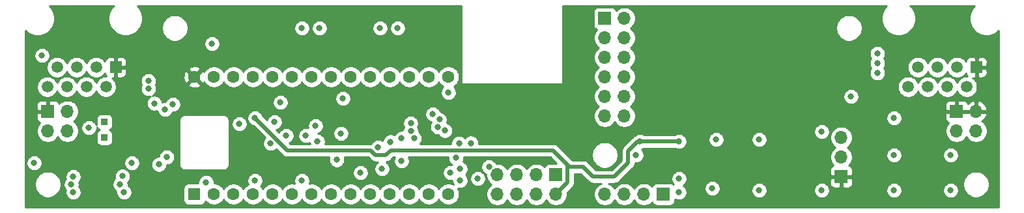
<source format=gbr>
G04 #@! TF.GenerationSoftware,KiCad,Pcbnew,(5.1.5)-3*
G04 #@! TF.CreationDate,2020-02-10T14:16:37+01:00*
G04 #@! TF.ProjectId,cmdr_mainboard,636d6472-5f6d-4616-996e-626f6172642e,rev?*
G04 #@! TF.SameCoordinates,Original*
G04 #@! TF.FileFunction,Copper,L2,Inr*
G04 #@! TF.FilePolarity,Positive*
%FSLAX46Y46*%
G04 Gerber Fmt 4.6, Leading zero omitted, Abs format (unit mm)*
G04 Created by KiCad (PCBNEW (5.1.5)-3) date 2020-02-10 14:16:37*
%MOMM*%
%LPD*%
G04 APERTURE LIST*
%ADD10C,1.500000*%
%ADD11R,1.500000X1.500000*%
%ADD12R,0.850000X0.850000*%
%ADD13C,1.600000*%
%ADD14R,1.600000X1.600000*%
%ADD15O,1.700000X1.700000*%
%ADD16R,1.700000X1.700000*%
%ADD17C,0.800000*%
%ADD18C,0.500000*%
%ADD19C,0.254000*%
G04 APERTURE END LIST*
D10*
X174050000Y-74930000D03*
X175320000Y-72390000D03*
X176590000Y-74930000D03*
X177860000Y-72390000D03*
X179130000Y-74930000D03*
X180400000Y-72390000D03*
X181670000Y-74930000D03*
D11*
X182940000Y-72390000D03*
D12*
X69596000Y-81534000D03*
X69596000Y-79502000D03*
D11*
X71060000Y-72390000D03*
D10*
X69790000Y-74930000D03*
X68520000Y-72390000D03*
X67250000Y-74930000D03*
X65980000Y-72390000D03*
X64710000Y-74930000D03*
X63440000Y-72390000D03*
X62170000Y-74930000D03*
D13*
X114300000Y-73660000D03*
X114300000Y-88900000D03*
X111760000Y-73660000D03*
X109220000Y-73660000D03*
X106680000Y-73660000D03*
X104140000Y-73660000D03*
X101600000Y-73660000D03*
X99060000Y-73660000D03*
X96520000Y-73660000D03*
X93980000Y-73660000D03*
X91440000Y-73660000D03*
X88900000Y-73660000D03*
X86360000Y-73660000D03*
X83820000Y-73660000D03*
X81280000Y-73660000D03*
X111760000Y-88900000D03*
X109220000Y-88900000D03*
X106680000Y-88900000D03*
X104140000Y-88900000D03*
X101600000Y-88900000D03*
X99060000Y-88900000D03*
X96520000Y-88900000D03*
X93980000Y-88900000D03*
X91440000Y-88900000D03*
X88900000Y-88900000D03*
X86360000Y-88900000D03*
X83820000Y-88900000D03*
D14*
X81280000Y-88900000D03*
D15*
X120650000Y-88900000D03*
X120650000Y-86360000D03*
X123190000Y-88900000D03*
X123190000Y-86360000D03*
X125730000Y-88900000D03*
X125730000Y-86360000D03*
X128270000Y-88900000D03*
D16*
X128270000Y-86360000D03*
D15*
X165354000Y-81534000D03*
X165354000Y-84074000D03*
D16*
X165354000Y-86614000D03*
D15*
X182880000Y-80680000D03*
X180340000Y-80680000D03*
X182880000Y-78140000D03*
D16*
X180340000Y-78140000D03*
D15*
X64770000Y-80680000D03*
X62230000Y-80680000D03*
X64770000Y-78140000D03*
D16*
X62230000Y-78140000D03*
D15*
X134620000Y-88900000D03*
X137160000Y-88900000D03*
X139700000Y-88900000D03*
D16*
X142240000Y-88900000D03*
D15*
X137160000Y-78740000D03*
X134620000Y-78740000D03*
X137160000Y-76200000D03*
X134620000Y-76200000D03*
X137160000Y-73660000D03*
X134620000Y-73660000D03*
X137160000Y-71120000D03*
X134620000Y-71120000D03*
X137160000Y-68580000D03*
X134620000Y-68580000D03*
X137160000Y-66040000D03*
D16*
X134620000Y-66040000D03*
D17*
X105664000Y-85598000D03*
X82804000Y-87339010D03*
X83566000Y-69342000D03*
X114300000Y-75692000D03*
X99785000Y-84436999D03*
X119560001Y-85344000D03*
X115824012Y-87122000D03*
X105155994Y-82804000D03*
X71628000Y-87630000D03*
X77470000Y-77882116D03*
X76667540Y-85020390D03*
X65278000Y-87630000D03*
X78486000Y-77216004D03*
X77687010Y-84074000D03*
X72136000Y-88646000D03*
X65532000Y-88646000D03*
X65532000Y-86614000D03*
X71933841Y-86552840D03*
X92456000Y-76962000D03*
X89154000Y-87122000D03*
X95250000Y-87122000D03*
X138684000Y-83820000D03*
X144272000Y-88646000D03*
X154686000Y-88392000D03*
X162814000Y-88392000D03*
X162814000Y-80772000D03*
X154686000Y-81788000D03*
X149098000Y-81788000D03*
X172212000Y-88392000D03*
X179578000Y-88392000D03*
X179578000Y-83820000D03*
X172212000Y-83820000D03*
X172212000Y-78994000D03*
X166624000Y-76200000D03*
X91186000Y-82296000D03*
X76073000Y-77089000D03*
X60452000Y-84836000D03*
X61468000Y-70866000D03*
X108204000Y-84582000D03*
X95758000Y-81280000D03*
X102870000Y-86106000D03*
X100584000Y-76454000D03*
X73152000Y-84836000D03*
X67564000Y-80264000D03*
X170053000Y-73152000D03*
X170053004Y-71882000D03*
X170053000Y-70612002D03*
X75311000Y-75184000D03*
X75311000Y-74167996D03*
X93218000Y-81279996D03*
X117206461Y-82245109D03*
X109410463Y-80670288D03*
X91694000Y-79502000D03*
X115671663Y-82278989D03*
X109402610Y-79670307D03*
X97536000Y-67310000D03*
X112915119Y-80157392D03*
X139192000Y-82042000D03*
X144272000Y-82042000D03*
X89154000Y-78994000D03*
X105410000Y-67310000D03*
X113137442Y-79182407D03*
X107696000Y-67310000D03*
X112268000Y-78486000D03*
X118110000Y-86868000D03*
X144272000Y-86868000D03*
X95250000Y-67310000D03*
X113842732Y-80619032D03*
X97282000Y-82042000D03*
X108202713Y-81628979D03*
X115824000Y-85598002D03*
X97028000Y-80010000D03*
X115266182Y-84179011D03*
X109841109Y-81637789D03*
X106760812Y-82078990D03*
X114554000Y-86106000D03*
X100330000Y-80989010D03*
X148590000Y-88138000D03*
X87122000Y-79756000D03*
X77978000Y-86614000D03*
X70104000Y-87630000D03*
X164338000Y-71882000D03*
X68834000Y-83566000D03*
X164338000Y-73152000D03*
X164338000Y-70612000D03*
X79248000Y-72136000D03*
X75438000Y-72136000D03*
X77343000Y-71083000D03*
D18*
X139192000Y-82042000D02*
X144272000Y-82042000D01*
X104813999Y-83820000D02*
X104206000Y-83212001D01*
X106172000Y-83820000D02*
X104813999Y-83820000D01*
X128270000Y-88900000D02*
X129794000Y-87376000D01*
X93372001Y-83212001D02*
X89154000Y-78994000D01*
X104206000Y-83212001D02*
X93372001Y-83212001D01*
X129794000Y-87376000D02*
X129794000Y-85090000D01*
X127916001Y-83212001D02*
X106779999Y-83212001D01*
X106779999Y-83212001D02*
X106172000Y-83820000D01*
X131826000Y-85344000D02*
X130048000Y-85344000D01*
X133096000Y-86614000D02*
X131826000Y-85344000D01*
X138938000Y-82042000D02*
X137668000Y-83312000D01*
X139192000Y-82042000D02*
X138938000Y-82042000D01*
X135890000Y-86614000D02*
X133096000Y-86614000D01*
X137668000Y-83312000D02*
X137668000Y-84836000D01*
X137668000Y-84836000D02*
X135890000Y-86614000D01*
X127916001Y-83212001D02*
X130048000Y-85344000D01*
D19*
G36*
X70593962Y-64615271D02*
G01*
X70349369Y-64981331D01*
X70180890Y-65388075D01*
X70095000Y-65819872D01*
X70095000Y-66260128D01*
X70180890Y-66691925D01*
X70349369Y-67098669D01*
X70593962Y-67464729D01*
X70905271Y-67776038D01*
X71271331Y-68020631D01*
X71678075Y-68189110D01*
X72109872Y-68275000D01*
X72550128Y-68275000D01*
X72981925Y-68189110D01*
X73388669Y-68020631D01*
X73754729Y-67776038D01*
X74066038Y-67464729D01*
X74283604Y-67139117D01*
X77005000Y-67139117D01*
X77005000Y-67480883D01*
X77071675Y-67816081D01*
X77202463Y-68131831D01*
X77392337Y-68415998D01*
X77634002Y-68657663D01*
X77918169Y-68847537D01*
X78233919Y-68978325D01*
X78569117Y-69045000D01*
X78910883Y-69045000D01*
X79246081Y-68978325D01*
X79561831Y-68847537D01*
X79845998Y-68657663D01*
X80087663Y-68415998D01*
X80277537Y-68131831D01*
X80408325Y-67816081D01*
X80475000Y-67480883D01*
X80475000Y-67208061D01*
X94215000Y-67208061D01*
X94215000Y-67411939D01*
X94254774Y-67611898D01*
X94332795Y-67800256D01*
X94446063Y-67969774D01*
X94590226Y-68113937D01*
X94759744Y-68227205D01*
X94948102Y-68305226D01*
X95148061Y-68345000D01*
X95351939Y-68345000D01*
X95551898Y-68305226D01*
X95740256Y-68227205D01*
X95909774Y-68113937D01*
X96053937Y-67969774D01*
X96167205Y-67800256D01*
X96245226Y-67611898D01*
X96285000Y-67411939D01*
X96285000Y-67208061D01*
X96501000Y-67208061D01*
X96501000Y-67411939D01*
X96540774Y-67611898D01*
X96618795Y-67800256D01*
X96732063Y-67969774D01*
X96876226Y-68113937D01*
X97045744Y-68227205D01*
X97234102Y-68305226D01*
X97434061Y-68345000D01*
X97637939Y-68345000D01*
X97837898Y-68305226D01*
X98026256Y-68227205D01*
X98195774Y-68113937D01*
X98339937Y-67969774D01*
X98453205Y-67800256D01*
X98531226Y-67611898D01*
X98571000Y-67411939D01*
X98571000Y-67208061D01*
X104375000Y-67208061D01*
X104375000Y-67411939D01*
X104414774Y-67611898D01*
X104492795Y-67800256D01*
X104606063Y-67969774D01*
X104750226Y-68113937D01*
X104919744Y-68227205D01*
X105108102Y-68305226D01*
X105308061Y-68345000D01*
X105511939Y-68345000D01*
X105711898Y-68305226D01*
X105900256Y-68227205D01*
X106069774Y-68113937D01*
X106213937Y-67969774D01*
X106327205Y-67800256D01*
X106405226Y-67611898D01*
X106445000Y-67411939D01*
X106445000Y-67208061D01*
X106661000Y-67208061D01*
X106661000Y-67411939D01*
X106700774Y-67611898D01*
X106778795Y-67800256D01*
X106892063Y-67969774D01*
X107036226Y-68113937D01*
X107205744Y-68227205D01*
X107394102Y-68305226D01*
X107594061Y-68345000D01*
X107797939Y-68345000D01*
X107997898Y-68305226D01*
X108186256Y-68227205D01*
X108355774Y-68113937D01*
X108499937Y-67969774D01*
X108613205Y-67800256D01*
X108691226Y-67611898D01*
X108731000Y-67411939D01*
X108731000Y-67208061D01*
X108691226Y-67008102D01*
X108613205Y-66819744D01*
X108499937Y-66650226D01*
X108355774Y-66506063D01*
X108186256Y-66392795D01*
X107997898Y-66314774D01*
X107797939Y-66275000D01*
X107594061Y-66275000D01*
X107394102Y-66314774D01*
X107205744Y-66392795D01*
X107036226Y-66506063D01*
X106892063Y-66650226D01*
X106778795Y-66819744D01*
X106700774Y-67008102D01*
X106661000Y-67208061D01*
X106445000Y-67208061D01*
X106405226Y-67008102D01*
X106327205Y-66819744D01*
X106213937Y-66650226D01*
X106069774Y-66506063D01*
X105900256Y-66392795D01*
X105711898Y-66314774D01*
X105511939Y-66275000D01*
X105308061Y-66275000D01*
X105108102Y-66314774D01*
X104919744Y-66392795D01*
X104750226Y-66506063D01*
X104606063Y-66650226D01*
X104492795Y-66819744D01*
X104414774Y-67008102D01*
X104375000Y-67208061D01*
X98571000Y-67208061D01*
X98531226Y-67008102D01*
X98453205Y-66819744D01*
X98339937Y-66650226D01*
X98195774Y-66506063D01*
X98026256Y-66392795D01*
X97837898Y-66314774D01*
X97637939Y-66275000D01*
X97434061Y-66275000D01*
X97234102Y-66314774D01*
X97045744Y-66392795D01*
X96876226Y-66506063D01*
X96732063Y-66650226D01*
X96618795Y-66819744D01*
X96540774Y-67008102D01*
X96501000Y-67208061D01*
X96285000Y-67208061D01*
X96245226Y-67008102D01*
X96167205Y-66819744D01*
X96053937Y-66650226D01*
X95909774Y-66506063D01*
X95740256Y-66392795D01*
X95551898Y-66314774D01*
X95351939Y-66275000D01*
X95148061Y-66275000D01*
X94948102Y-66314774D01*
X94759744Y-66392795D01*
X94590226Y-66506063D01*
X94446063Y-66650226D01*
X94332795Y-66819744D01*
X94254774Y-67008102D01*
X94215000Y-67208061D01*
X80475000Y-67208061D01*
X80475000Y-67139117D01*
X80408325Y-66803919D01*
X80277537Y-66488169D01*
X80087663Y-66204002D01*
X79845998Y-65962337D01*
X79561831Y-65772463D01*
X79246081Y-65641675D01*
X78910883Y-65575000D01*
X78569117Y-65575000D01*
X78233919Y-65641675D01*
X77918169Y-65772463D01*
X77634002Y-65962337D01*
X77392337Y-66204002D01*
X77202463Y-66488169D01*
X77071675Y-66803919D01*
X77005000Y-67139117D01*
X74283604Y-67139117D01*
X74310631Y-67098669D01*
X74479110Y-66691925D01*
X74565000Y-66260128D01*
X74565000Y-65819872D01*
X74479110Y-65388075D01*
X74310631Y-64981331D01*
X74066038Y-64615271D01*
X73839767Y-64389000D01*
X115951000Y-64389000D01*
X115951000Y-74422000D01*
X115953440Y-74446776D01*
X115960667Y-74470601D01*
X115972403Y-74492557D01*
X115988197Y-74511803D01*
X116007443Y-74527597D01*
X116029399Y-74539333D01*
X116053224Y-74546560D01*
X116078000Y-74549000D01*
X129032000Y-74549000D01*
X129056776Y-74546560D01*
X129080601Y-74539333D01*
X129102557Y-74527597D01*
X129121803Y-74511803D01*
X129137597Y-74492557D01*
X129149333Y-74470601D01*
X129156560Y-74446776D01*
X129159000Y-74422000D01*
X129159000Y-65190000D01*
X133131928Y-65190000D01*
X133131928Y-66890000D01*
X133144188Y-67014482D01*
X133180498Y-67134180D01*
X133239463Y-67244494D01*
X133318815Y-67341185D01*
X133415506Y-67420537D01*
X133525820Y-67479502D01*
X133598380Y-67501513D01*
X133466525Y-67633368D01*
X133304010Y-67876589D01*
X133192068Y-68146842D01*
X133135000Y-68433740D01*
X133135000Y-68726260D01*
X133192068Y-69013158D01*
X133304010Y-69283411D01*
X133466525Y-69526632D01*
X133673368Y-69733475D01*
X133847760Y-69850000D01*
X133673368Y-69966525D01*
X133466525Y-70173368D01*
X133304010Y-70416589D01*
X133192068Y-70686842D01*
X133135000Y-70973740D01*
X133135000Y-71266260D01*
X133192068Y-71553158D01*
X133304010Y-71823411D01*
X133466525Y-72066632D01*
X133673368Y-72273475D01*
X133847760Y-72390000D01*
X133673368Y-72506525D01*
X133466525Y-72713368D01*
X133304010Y-72956589D01*
X133192068Y-73226842D01*
X133135000Y-73513740D01*
X133135000Y-73806260D01*
X133192068Y-74093158D01*
X133304010Y-74363411D01*
X133466525Y-74606632D01*
X133673368Y-74813475D01*
X133847760Y-74930000D01*
X133673368Y-75046525D01*
X133466525Y-75253368D01*
X133304010Y-75496589D01*
X133192068Y-75766842D01*
X133135000Y-76053740D01*
X133135000Y-76346260D01*
X133192068Y-76633158D01*
X133304010Y-76903411D01*
X133466525Y-77146632D01*
X133673368Y-77353475D01*
X133847760Y-77470000D01*
X133673368Y-77586525D01*
X133466525Y-77793368D01*
X133304010Y-78036589D01*
X133192068Y-78306842D01*
X133135000Y-78593740D01*
X133135000Y-78886260D01*
X133192068Y-79173158D01*
X133304010Y-79443411D01*
X133466525Y-79686632D01*
X133673368Y-79893475D01*
X133916589Y-80055990D01*
X134186842Y-80167932D01*
X134473740Y-80225000D01*
X134766260Y-80225000D01*
X135053158Y-80167932D01*
X135323411Y-80055990D01*
X135566632Y-79893475D01*
X135773475Y-79686632D01*
X135890000Y-79512240D01*
X136006525Y-79686632D01*
X136213368Y-79893475D01*
X136456589Y-80055990D01*
X136726842Y-80167932D01*
X137013740Y-80225000D01*
X137306260Y-80225000D01*
X137593158Y-80167932D01*
X137863411Y-80055990D01*
X138106632Y-79893475D01*
X138313475Y-79686632D01*
X138475990Y-79443411D01*
X138587932Y-79173158D01*
X138643846Y-78892061D01*
X171177000Y-78892061D01*
X171177000Y-79095939D01*
X171216774Y-79295898D01*
X171294795Y-79484256D01*
X171408063Y-79653774D01*
X171552226Y-79797937D01*
X171721744Y-79911205D01*
X171910102Y-79989226D01*
X172110061Y-80029000D01*
X172313939Y-80029000D01*
X172513898Y-79989226D01*
X172702256Y-79911205D01*
X172871774Y-79797937D01*
X173015937Y-79653774D01*
X173129205Y-79484256D01*
X173207226Y-79295898D01*
X173247000Y-79095939D01*
X173247000Y-78990000D01*
X178851928Y-78990000D01*
X178864188Y-79114482D01*
X178900498Y-79234180D01*
X178959463Y-79344494D01*
X179038815Y-79441185D01*
X179135506Y-79520537D01*
X179245820Y-79579502D01*
X179318380Y-79601513D01*
X179186525Y-79733368D01*
X179024010Y-79976589D01*
X178912068Y-80246842D01*
X178855000Y-80533740D01*
X178855000Y-80826260D01*
X178912068Y-81113158D01*
X179024010Y-81383411D01*
X179186525Y-81626632D01*
X179393368Y-81833475D01*
X179636589Y-81995990D01*
X179906842Y-82107932D01*
X180193740Y-82165000D01*
X180486260Y-82165000D01*
X180773158Y-82107932D01*
X181043411Y-81995990D01*
X181286632Y-81833475D01*
X181493475Y-81626632D01*
X181610000Y-81452240D01*
X181726525Y-81626632D01*
X181933368Y-81833475D01*
X182176589Y-81995990D01*
X182446842Y-82107932D01*
X182733740Y-82165000D01*
X183026260Y-82165000D01*
X183313158Y-82107932D01*
X183583411Y-81995990D01*
X183826632Y-81833475D01*
X184033475Y-81626632D01*
X184195990Y-81383411D01*
X184307932Y-81113158D01*
X184365000Y-80826260D01*
X184365000Y-80533740D01*
X184307932Y-80246842D01*
X184195990Y-79976589D01*
X184033475Y-79733368D01*
X183826632Y-79526525D01*
X183644466Y-79404805D01*
X183761355Y-79335178D01*
X183977588Y-79140269D01*
X184151641Y-78906920D01*
X184276825Y-78644099D01*
X184321476Y-78496890D01*
X184200155Y-78267000D01*
X183007000Y-78267000D01*
X183007000Y-78287000D01*
X182753000Y-78287000D01*
X182753000Y-78267000D01*
X180467000Y-78267000D01*
X180467000Y-78287000D01*
X180213000Y-78287000D01*
X180213000Y-78267000D01*
X179013750Y-78267000D01*
X178855000Y-78425750D01*
X178851928Y-78990000D01*
X173247000Y-78990000D01*
X173247000Y-78892061D01*
X173207226Y-78692102D01*
X173129205Y-78503744D01*
X173015937Y-78334226D01*
X172871774Y-78190063D01*
X172702256Y-78076795D01*
X172513898Y-77998774D01*
X172313939Y-77959000D01*
X172110061Y-77959000D01*
X171910102Y-77998774D01*
X171721744Y-78076795D01*
X171552226Y-78190063D01*
X171408063Y-78334226D01*
X171294795Y-78503744D01*
X171216774Y-78692102D01*
X171177000Y-78892061D01*
X138643846Y-78892061D01*
X138645000Y-78886260D01*
X138645000Y-78593740D01*
X138587932Y-78306842D01*
X138475990Y-78036589D01*
X138313475Y-77793368D01*
X138106632Y-77586525D01*
X137932240Y-77470000D01*
X138106632Y-77353475D01*
X138170107Y-77290000D01*
X178851928Y-77290000D01*
X178855000Y-77854250D01*
X179013750Y-78013000D01*
X180213000Y-78013000D01*
X180213000Y-76813750D01*
X180467000Y-76813750D01*
X180467000Y-78013000D01*
X182753000Y-78013000D01*
X182753000Y-76819186D01*
X183007000Y-76819186D01*
X183007000Y-78013000D01*
X184200155Y-78013000D01*
X184321476Y-77783110D01*
X184276825Y-77635901D01*
X184151641Y-77373080D01*
X183977588Y-77139731D01*
X183761355Y-76944822D01*
X183511252Y-76795843D01*
X183236891Y-76698519D01*
X183007000Y-76819186D01*
X182753000Y-76819186D01*
X182523109Y-76698519D01*
X182248748Y-76795843D01*
X181998645Y-76944822D01*
X181802498Y-77121626D01*
X181779502Y-77045820D01*
X181720537Y-76935506D01*
X181641185Y-76838815D01*
X181544494Y-76759463D01*
X181434180Y-76700498D01*
X181314482Y-76664188D01*
X181190000Y-76651928D01*
X180625750Y-76655000D01*
X180467000Y-76813750D01*
X180213000Y-76813750D01*
X180054250Y-76655000D01*
X179490000Y-76651928D01*
X179365518Y-76664188D01*
X179245820Y-76700498D01*
X179135506Y-76759463D01*
X179038815Y-76838815D01*
X178959463Y-76935506D01*
X178900498Y-77045820D01*
X178864188Y-77165518D01*
X178851928Y-77290000D01*
X138170107Y-77290000D01*
X138313475Y-77146632D01*
X138475990Y-76903411D01*
X138587932Y-76633158D01*
X138645000Y-76346260D01*
X138645000Y-76098061D01*
X165589000Y-76098061D01*
X165589000Y-76301939D01*
X165628774Y-76501898D01*
X165706795Y-76690256D01*
X165820063Y-76859774D01*
X165964226Y-77003937D01*
X166133744Y-77117205D01*
X166322102Y-77195226D01*
X166522061Y-77235000D01*
X166725939Y-77235000D01*
X166925898Y-77195226D01*
X167114256Y-77117205D01*
X167283774Y-77003937D01*
X167427937Y-76859774D01*
X167541205Y-76690256D01*
X167619226Y-76501898D01*
X167659000Y-76301939D01*
X167659000Y-76098061D01*
X167619226Y-75898102D01*
X167541205Y-75709744D01*
X167427937Y-75540226D01*
X167283774Y-75396063D01*
X167114256Y-75282795D01*
X166925898Y-75204774D01*
X166725939Y-75165000D01*
X166522061Y-75165000D01*
X166322102Y-75204774D01*
X166133744Y-75282795D01*
X165964226Y-75396063D01*
X165820063Y-75540226D01*
X165706795Y-75709744D01*
X165628774Y-75898102D01*
X165589000Y-76098061D01*
X138645000Y-76098061D01*
X138645000Y-76053740D01*
X138587932Y-75766842D01*
X138475990Y-75496589D01*
X138313475Y-75253368D01*
X138106632Y-75046525D01*
X137932240Y-74930000D01*
X138106632Y-74813475D01*
X138126518Y-74793589D01*
X172665000Y-74793589D01*
X172665000Y-75066411D01*
X172718225Y-75333989D01*
X172822629Y-75586043D01*
X172974201Y-75812886D01*
X173167114Y-76005799D01*
X173393957Y-76157371D01*
X173646011Y-76261775D01*
X173913589Y-76315000D01*
X174186411Y-76315000D01*
X174453989Y-76261775D01*
X174706043Y-76157371D01*
X174932886Y-76005799D01*
X175125799Y-75812886D01*
X175277371Y-75586043D01*
X175320000Y-75483127D01*
X175362629Y-75586043D01*
X175514201Y-75812886D01*
X175707114Y-76005799D01*
X175933957Y-76157371D01*
X176186011Y-76261775D01*
X176453589Y-76315000D01*
X176726411Y-76315000D01*
X176993989Y-76261775D01*
X177246043Y-76157371D01*
X177472886Y-76005799D01*
X177665799Y-75812886D01*
X177817371Y-75586043D01*
X177860000Y-75483127D01*
X177902629Y-75586043D01*
X178054201Y-75812886D01*
X178247114Y-76005799D01*
X178473957Y-76157371D01*
X178726011Y-76261775D01*
X178993589Y-76315000D01*
X179266411Y-76315000D01*
X179533989Y-76261775D01*
X179786043Y-76157371D01*
X180012886Y-76005799D01*
X180205799Y-75812886D01*
X180357371Y-75586043D01*
X180400000Y-75483127D01*
X180442629Y-75586043D01*
X180594201Y-75812886D01*
X180787114Y-76005799D01*
X181013957Y-76157371D01*
X181266011Y-76261775D01*
X181533589Y-76315000D01*
X181806411Y-76315000D01*
X182073989Y-76261775D01*
X182326043Y-76157371D01*
X182552886Y-76005799D01*
X182745799Y-75812886D01*
X182897371Y-75586043D01*
X183001775Y-75333989D01*
X183055000Y-75066411D01*
X183055000Y-74793589D01*
X183001775Y-74526011D01*
X182897371Y-74273957D01*
X182745799Y-74047114D01*
X182552886Y-73854201D01*
X182436510Y-73776441D01*
X182654250Y-73775000D01*
X182813000Y-73616250D01*
X182813000Y-72517000D01*
X183067000Y-72517000D01*
X183067000Y-73616250D01*
X183225750Y-73775000D01*
X183690000Y-73778072D01*
X183814482Y-73765812D01*
X183934180Y-73729502D01*
X184044494Y-73670537D01*
X184141185Y-73591185D01*
X184220537Y-73494494D01*
X184279502Y-73384180D01*
X184315812Y-73264482D01*
X184328072Y-73140000D01*
X184325000Y-72675750D01*
X184166250Y-72517000D01*
X183067000Y-72517000D01*
X182813000Y-72517000D01*
X182793000Y-72517000D01*
X182793000Y-72263000D01*
X182813000Y-72263000D01*
X182813000Y-71163750D01*
X183067000Y-71163750D01*
X183067000Y-72263000D01*
X184166250Y-72263000D01*
X184325000Y-72104250D01*
X184328072Y-71640000D01*
X184315812Y-71515518D01*
X184279502Y-71395820D01*
X184220537Y-71285506D01*
X184141185Y-71188815D01*
X184044494Y-71109463D01*
X183934180Y-71050498D01*
X183814482Y-71014188D01*
X183690000Y-71001928D01*
X183225750Y-71005000D01*
X183067000Y-71163750D01*
X182813000Y-71163750D01*
X182654250Y-71005000D01*
X182190000Y-71001928D01*
X182065518Y-71014188D01*
X181945820Y-71050498D01*
X181835506Y-71109463D01*
X181738815Y-71188815D01*
X181659463Y-71285506D01*
X181600498Y-71395820D01*
X181564188Y-71515518D01*
X181553555Y-71623483D01*
X181475799Y-71507114D01*
X181282886Y-71314201D01*
X181056043Y-71162629D01*
X180803989Y-71058225D01*
X180536411Y-71005000D01*
X180263589Y-71005000D01*
X179996011Y-71058225D01*
X179743957Y-71162629D01*
X179517114Y-71314201D01*
X179324201Y-71507114D01*
X179172629Y-71733957D01*
X179130000Y-71836873D01*
X179087371Y-71733957D01*
X178935799Y-71507114D01*
X178742886Y-71314201D01*
X178516043Y-71162629D01*
X178263989Y-71058225D01*
X177996411Y-71005000D01*
X177723589Y-71005000D01*
X177456011Y-71058225D01*
X177203957Y-71162629D01*
X176977114Y-71314201D01*
X176784201Y-71507114D01*
X176632629Y-71733957D01*
X176590000Y-71836873D01*
X176547371Y-71733957D01*
X176395799Y-71507114D01*
X176202886Y-71314201D01*
X175976043Y-71162629D01*
X175723989Y-71058225D01*
X175456411Y-71005000D01*
X175183589Y-71005000D01*
X174916011Y-71058225D01*
X174663957Y-71162629D01*
X174437114Y-71314201D01*
X174244201Y-71507114D01*
X174092629Y-71733957D01*
X173988225Y-71986011D01*
X173935000Y-72253589D01*
X173935000Y-72526411D01*
X173988225Y-72793989D01*
X174092629Y-73046043D01*
X174244201Y-73272886D01*
X174437114Y-73465799D01*
X174663957Y-73617371D01*
X174916011Y-73721775D01*
X175183589Y-73775000D01*
X175456411Y-73775000D01*
X175723989Y-73721775D01*
X175976043Y-73617371D01*
X176202886Y-73465799D01*
X176395799Y-73272886D01*
X176547371Y-73046043D01*
X176590000Y-72943127D01*
X176632629Y-73046043D01*
X176784201Y-73272886D01*
X176977114Y-73465799D01*
X177203957Y-73617371D01*
X177456011Y-73721775D01*
X177723589Y-73775000D01*
X177996411Y-73775000D01*
X178263989Y-73721775D01*
X178516043Y-73617371D01*
X178742886Y-73465799D01*
X178935799Y-73272886D01*
X179087371Y-73046043D01*
X179130000Y-72943127D01*
X179172629Y-73046043D01*
X179324201Y-73272886D01*
X179517114Y-73465799D01*
X179743957Y-73617371D01*
X179996011Y-73721775D01*
X180263589Y-73775000D01*
X180536411Y-73775000D01*
X180803989Y-73721775D01*
X181056043Y-73617371D01*
X181282886Y-73465799D01*
X181475799Y-73272886D01*
X181553555Y-73156517D01*
X181564188Y-73264482D01*
X181600498Y-73384180D01*
X181659463Y-73494494D01*
X181700912Y-73545000D01*
X181533589Y-73545000D01*
X181266011Y-73598225D01*
X181013957Y-73702629D01*
X180787114Y-73854201D01*
X180594201Y-74047114D01*
X180442629Y-74273957D01*
X180400000Y-74376873D01*
X180357371Y-74273957D01*
X180205799Y-74047114D01*
X180012886Y-73854201D01*
X179786043Y-73702629D01*
X179533989Y-73598225D01*
X179266411Y-73545000D01*
X178993589Y-73545000D01*
X178726011Y-73598225D01*
X178473957Y-73702629D01*
X178247114Y-73854201D01*
X178054201Y-74047114D01*
X177902629Y-74273957D01*
X177860000Y-74376873D01*
X177817371Y-74273957D01*
X177665799Y-74047114D01*
X177472886Y-73854201D01*
X177246043Y-73702629D01*
X176993989Y-73598225D01*
X176726411Y-73545000D01*
X176453589Y-73545000D01*
X176186011Y-73598225D01*
X175933957Y-73702629D01*
X175707114Y-73854201D01*
X175514201Y-74047114D01*
X175362629Y-74273957D01*
X175320000Y-74376873D01*
X175277371Y-74273957D01*
X175125799Y-74047114D01*
X174932886Y-73854201D01*
X174706043Y-73702629D01*
X174453989Y-73598225D01*
X174186411Y-73545000D01*
X173913589Y-73545000D01*
X173646011Y-73598225D01*
X173393957Y-73702629D01*
X173167114Y-73854201D01*
X172974201Y-74047114D01*
X172822629Y-74273957D01*
X172718225Y-74526011D01*
X172665000Y-74793589D01*
X138126518Y-74793589D01*
X138313475Y-74606632D01*
X138475990Y-74363411D01*
X138587932Y-74093158D01*
X138645000Y-73806260D01*
X138645000Y-73513740D01*
X138587932Y-73226842D01*
X138475990Y-72956589D01*
X138313475Y-72713368D01*
X138106632Y-72506525D01*
X137932240Y-72390000D01*
X138106632Y-72273475D01*
X138313475Y-72066632D01*
X138475990Y-71823411D01*
X138587932Y-71553158D01*
X138645000Y-71266260D01*
X138645000Y-70973740D01*
X138587932Y-70686842D01*
X138514709Y-70510063D01*
X169018000Y-70510063D01*
X169018000Y-70713941D01*
X169057774Y-70913900D01*
X169135795Y-71102258D01*
X169232511Y-71247004D01*
X169135799Y-71391744D01*
X169057778Y-71580102D01*
X169018004Y-71780061D01*
X169018004Y-71983939D01*
X169057778Y-72183898D01*
X169135799Y-72372256D01*
X169232512Y-72516997D01*
X169135795Y-72661744D01*
X169057774Y-72850102D01*
X169018000Y-73050061D01*
X169018000Y-73253939D01*
X169057774Y-73453898D01*
X169135795Y-73642256D01*
X169249063Y-73811774D01*
X169393226Y-73955937D01*
X169562744Y-74069205D01*
X169751102Y-74147226D01*
X169951061Y-74187000D01*
X170154939Y-74187000D01*
X170354898Y-74147226D01*
X170543256Y-74069205D01*
X170712774Y-73955937D01*
X170856937Y-73811774D01*
X170970205Y-73642256D01*
X171048226Y-73453898D01*
X171088000Y-73253939D01*
X171088000Y-73050061D01*
X171048226Y-72850102D01*
X170970205Y-72661744D01*
X170873492Y-72517003D01*
X170970209Y-72372256D01*
X171048230Y-72183898D01*
X171088004Y-71983939D01*
X171088004Y-71780061D01*
X171048230Y-71580102D01*
X170970209Y-71391744D01*
X170873493Y-71246998D01*
X170970205Y-71102258D01*
X171048226Y-70913900D01*
X171088000Y-70713941D01*
X171088000Y-70510063D01*
X171048226Y-70310104D01*
X170970205Y-70121746D01*
X170856937Y-69952228D01*
X170712774Y-69808065D01*
X170543256Y-69694797D01*
X170354898Y-69616776D01*
X170154939Y-69577002D01*
X169951061Y-69577002D01*
X169751102Y-69616776D01*
X169562744Y-69694797D01*
X169393226Y-69808065D01*
X169249063Y-69952228D01*
X169135795Y-70121746D01*
X169057774Y-70310104D01*
X169018000Y-70510063D01*
X138514709Y-70510063D01*
X138475990Y-70416589D01*
X138313475Y-70173368D01*
X138106632Y-69966525D01*
X137932240Y-69850000D01*
X138106632Y-69733475D01*
X138313475Y-69526632D01*
X138475990Y-69283411D01*
X138587932Y-69013158D01*
X138645000Y-68726260D01*
X138645000Y-68433740D01*
X138587932Y-68146842D01*
X138475990Y-67876589D01*
X138313475Y-67633368D01*
X138106632Y-67426525D01*
X137932240Y-67310000D01*
X138106632Y-67193475D01*
X138160990Y-67139117D01*
X164635000Y-67139117D01*
X164635000Y-67480883D01*
X164701675Y-67816081D01*
X164832463Y-68131831D01*
X165022337Y-68415998D01*
X165264002Y-68657663D01*
X165548169Y-68847537D01*
X165863919Y-68978325D01*
X166199117Y-69045000D01*
X166540883Y-69045000D01*
X166876081Y-68978325D01*
X167191831Y-68847537D01*
X167475998Y-68657663D01*
X167717663Y-68415998D01*
X167907537Y-68131831D01*
X168038325Y-67816081D01*
X168105000Y-67480883D01*
X168105000Y-67139117D01*
X168038325Y-66803919D01*
X167907537Y-66488169D01*
X167717663Y-66204002D01*
X167475998Y-65962337D01*
X167191831Y-65772463D01*
X166876081Y-65641675D01*
X166540883Y-65575000D01*
X166199117Y-65575000D01*
X165863919Y-65641675D01*
X165548169Y-65772463D01*
X165264002Y-65962337D01*
X165022337Y-66204002D01*
X164832463Y-66488169D01*
X164701675Y-66803919D01*
X164635000Y-67139117D01*
X138160990Y-67139117D01*
X138313475Y-66986632D01*
X138475990Y-66743411D01*
X138587932Y-66473158D01*
X138645000Y-66186260D01*
X138645000Y-65893740D01*
X138587932Y-65606842D01*
X138475990Y-65336589D01*
X138313475Y-65093368D01*
X138106632Y-64886525D01*
X137863411Y-64724010D01*
X137593158Y-64612068D01*
X137306260Y-64555000D01*
X137013740Y-64555000D01*
X136726842Y-64612068D01*
X136456589Y-64724010D01*
X136213368Y-64886525D01*
X136081513Y-65018380D01*
X136059502Y-64945820D01*
X136000537Y-64835506D01*
X135921185Y-64738815D01*
X135824494Y-64659463D01*
X135714180Y-64600498D01*
X135594482Y-64564188D01*
X135470000Y-64551928D01*
X133770000Y-64551928D01*
X133645518Y-64564188D01*
X133525820Y-64600498D01*
X133415506Y-64659463D01*
X133318815Y-64738815D01*
X133239463Y-64835506D01*
X133180498Y-64945820D01*
X133144188Y-65065518D01*
X133131928Y-65190000D01*
X129159000Y-65190000D01*
X129159000Y-64389000D01*
X171270233Y-64389000D01*
X171043962Y-64615271D01*
X170799369Y-64981331D01*
X170630890Y-65388075D01*
X170545000Y-65819872D01*
X170545000Y-66260128D01*
X170630890Y-66691925D01*
X170799369Y-67098669D01*
X171043962Y-67464729D01*
X171355271Y-67776038D01*
X171721331Y-68020631D01*
X172128075Y-68189110D01*
X172559872Y-68275000D01*
X173000128Y-68275000D01*
X173431925Y-68189110D01*
X173838669Y-68020631D01*
X174204729Y-67776038D01*
X174516038Y-67464729D01*
X174760631Y-67098669D01*
X174929110Y-66691925D01*
X175015000Y-66260128D01*
X175015000Y-65819872D01*
X174929110Y-65388075D01*
X174760631Y-64981331D01*
X174516038Y-64615271D01*
X174289767Y-64389000D01*
X182700233Y-64389000D01*
X182473962Y-64615271D01*
X182229369Y-64981331D01*
X182060890Y-65388075D01*
X181975000Y-65819872D01*
X181975000Y-66260128D01*
X182060890Y-66691925D01*
X182229369Y-67098669D01*
X182473962Y-67464729D01*
X182785271Y-67776038D01*
X183151331Y-68020631D01*
X183558075Y-68189110D01*
X183989872Y-68275000D01*
X184430128Y-68275000D01*
X184861925Y-68189110D01*
X185268669Y-68020631D01*
X185634729Y-67776038D01*
X185801000Y-67609767D01*
X185801000Y-90551000D01*
X59309000Y-90551000D01*
X59309000Y-87459117D01*
X60495000Y-87459117D01*
X60495000Y-87800883D01*
X60561675Y-88136081D01*
X60692463Y-88451831D01*
X60882337Y-88735998D01*
X61124002Y-88977663D01*
X61408169Y-89167537D01*
X61723919Y-89298325D01*
X62059117Y-89365000D01*
X62400883Y-89365000D01*
X62736081Y-89298325D01*
X63051831Y-89167537D01*
X63335998Y-88977663D01*
X63577663Y-88735998D01*
X63767537Y-88451831D01*
X63898325Y-88136081D01*
X63965000Y-87800883D01*
X63965000Y-87528061D01*
X64243000Y-87528061D01*
X64243000Y-87731939D01*
X64282774Y-87931898D01*
X64360795Y-88120256D01*
X64474063Y-88289774D01*
X64535383Y-88351094D01*
X64497000Y-88544061D01*
X64497000Y-88747939D01*
X64536774Y-88947898D01*
X64614795Y-89136256D01*
X64728063Y-89305774D01*
X64872226Y-89449937D01*
X65041744Y-89563205D01*
X65230102Y-89641226D01*
X65430061Y-89681000D01*
X65633939Y-89681000D01*
X65833898Y-89641226D01*
X66022256Y-89563205D01*
X66191774Y-89449937D01*
X66335937Y-89305774D01*
X66449205Y-89136256D01*
X66527226Y-88947898D01*
X66567000Y-88747939D01*
X66567000Y-88544061D01*
X66527226Y-88344102D01*
X66449205Y-88155744D01*
X66335937Y-87986226D01*
X66274617Y-87924906D01*
X66313000Y-87731939D01*
X66313000Y-87528061D01*
X70593000Y-87528061D01*
X70593000Y-87731939D01*
X70632774Y-87931898D01*
X70710795Y-88120256D01*
X70824063Y-88289774D01*
X70968226Y-88433937D01*
X71104759Y-88525165D01*
X71101000Y-88544061D01*
X71101000Y-88747939D01*
X71140774Y-88947898D01*
X71218795Y-89136256D01*
X71332063Y-89305774D01*
X71476226Y-89449937D01*
X71645744Y-89563205D01*
X71834102Y-89641226D01*
X72034061Y-89681000D01*
X72237939Y-89681000D01*
X72437898Y-89641226D01*
X72626256Y-89563205D01*
X72795774Y-89449937D01*
X72939937Y-89305774D01*
X73053205Y-89136256D01*
X73131226Y-88947898D01*
X73171000Y-88747939D01*
X73171000Y-88544061D01*
X73131226Y-88344102D01*
X73053205Y-88155744D01*
X73015959Y-88100000D01*
X79841928Y-88100000D01*
X79841928Y-89700000D01*
X79854188Y-89824482D01*
X79890498Y-89944180D01*
X79949463Y-90054494D01*
X80028815Y-90151185D01*
X80125506Y-90230537D01*
X80235820Y-90289502D01*
X80355518Y-90325812D01*
X80480000Y-90338072D01*
X82080000Y-90338072D01*
X82204482Y-90325812D01*
X82324180Y-90289502D01*
X82434494Y-90230537D01*
X82531185Y-90151185D01*
X82610537Y-90054494D01*
X82669502Y-89944180D01*
X82705812Y-89824482D01*
X82706643Y-89816039D01*
X82905241Y-90014637D01*
X83140273Y-90171680D01*
X83401426Y-90279853D01*
X83678665Y-90335000D01*
X83961335Y-90335000D01*
X84238574Y-90279853D01*
X84499727Y-90171680D01*
X84734759Y-90014637D01*
X84934637Y-89814759D01*
X85090000Y-89582241D01*
X85245363Y-89814759D01*
X85445241Y-90014637D01*
X85680273Y-90171680D01*
X85941426Y-90279853D01*
X86218665Y-90335000D01*
X86501335Y-90335000D01*
X86778574Y-90279853D01*
X87039727Y-90171680D01*
X87274759Y-90014637D01*
X87474637Y-89814759D01*
X87630000Y-89582241D01*
X87785363Y-89814759D01*
X87985241Y-90014637D01*
X88220273Y-90171680D01*
X88481426Y-90279853D01*
X88758665Y-90335000D01*
X89041335Y-90335000D01*
X89318574Y-90279853D01*
X89579727Y-90171680D01*
X89814759Y-90014637D01*
X90014637Y-89814759D01*
X90170000Y-89582241D01*
X90325363Y-89814759D01*
X90525241Y-90014637D01*
X90760273Y-90171680D01*
X91021426Y-90279853D01*
X91298665Y-90335000D01*
X91581335Y-90335000D01*
X91858574Y-90279853D01*
X92119727Y-90171680D01*
X92354759Y-90014637D01*
X92554637Y-89814759D01*
X92710000Y-89582241D01*
X92865363Y-89814759D01*
X93065241Y-90014637D01*
X93300273Y-90171680D01*
X93561426Y-90279853D01*
X93838665Y-90335000D01*
X94121335Y-90335000D01*
X94398574Y-90279853D01*
X94659727Y-90171680D01*
X94894759Y-90014637D01*
X95094637Y-89814759D01*
X95250000Y-89582241D01*
X95405363Y-89814759D01*
X95605241Y-90014637D01*
X95840273Y-90171680D01*
X96101426Y-90279853D01*
X96378665Y-90335000D01*
X96661335Y-90335000D01*
X96938574Y-90279853D01*
X97199727Y-90171680D01*
X97434759Y-90014637D01*
X97634637Y-89814759D01*
X97790000Y-89582241D01*
X97945363Y-89814759D01*
X98145241Y-90014637D01*
X98380273Y-90171680D01*
X98641426Y-90279853D01*
X98918665Y-90335000D01*
X99201335Y-90335000D01*
X99478574Y-90279853D01*
X99739727Y-90171680D01*
X99974759Y-90014637D01*
X100174637Y-89814759D01*
X100330000Y-89582241D01*
X100485363Y-89814759D01*
X100685241Y-90014637D01*
X100920273Y-90171680D01*
X101181426Y-90279853D01*
X101458665Y-90335000D01*
X101741335Y-90335000D01*
X102018574Y-90279853D01*
X102279727Y-90171680D01*
X102514759Y-90014637D01*
X102714637Y-89814759D01*
X102870000Y-89582241D01*
X103025363Y-89814759D01*
X103225241Y-90014637D01*
X103460273Y-90171680D01*
X103721426Y-90279853D01*
X103998665Y-90335000D01*
X104281335Y-90335000D01*
X104558574Y-90279853D01*
X104819727Y-90171680D01*
X105054759Y-90014637D01*
X105254637Y-89814759D01*
X105410000Y-89582241D01*
X105565363Y-89814759D01*
X105765241Y-90014637D01*
X106000273Y-90171680D01*
X106261426Y-90279853D01*
X106538665Y-90335000D01*
X106821335Y-90335000D01*
X107098574Y-90279853D01*
X107359727Y-90171680D01*
X107594759Y-90014637D01*
X107794637Y-89814759D01*
X107950000Y-89582241D01*
X108105363Y-89814759D01*
X108305241Y-90014637D01*
X108540273Y-90171680D01*
X108801426Y-90279853D01*
X109078665Y-90335000D01*
X109361335Y-90335000D01*
X109638574Y-90279853D01*
X109899727Y-90171680D01*
X110134759Y-90014637D01*
X110334637Y-89814759D01*
X110490000Y-89582241D01*
X110645363Y-89814759D01*
X110845241Y-90014637D01*
X111080273Y-90171680D01*
X111341426Y-90279853D01*
X111618665Y-90335000D01*
X111901335Y-90335000D01*
X112178574Y-90279853D01*
X112439727Y-90171680D01*
X112674759Y-90014637D01*
X112874637Y-89814759D01*
X113030000Y-89582241D01*
X113185363Y-89814759D01*
X113385241Y-90014637D01*
X113620273Y-90171680D01*
X113881426Y-90279853D01*
X114158665Y-90335000D01*
X114441335Y-90335000D01*
X114718574Y-90279853D01*
X114979727Y-90171680D01*
X115214759Y-90014637D01*
X115414637Y-89814759D01*
X115571680Y-89579727D01*
X115679853Y-89318574D01*
X115735000Y-89041335D01*
X115735000Y-88758665D01*
X115679853Y-88481426D01*
X115571680Y-88220273D01*
X115495445Y-88106179D01*
X115522114Y-88117226D01*
X115722073Y-88157000D01*
X115925951Y-88157000D01*
X116125910Y-88117226D01*
X116314268Y-88039205D01*
X116483786Y-87925937D01*
X116627949Y-87781774D01*
X116741217Y-87612256D01*
X116819238Y-87423898D01*
X116859012Y-87223939D01*
X116859012Y-87020061D01*
X116819238Y-86820102D01*
X116796854Y-86766061D01*
X117075000Y-86766061D01*
X117075000Y-86969939D01*
X117114774Y-87169898D01*
X117192795Y-87358256D01*
X117306063Y-87527774D01*
X117450226Y-87671937D01*
X117619744Y-87785205D01*
X117808102Y-87863226D01*
X118008061Y-87903000D01*
X118211939Y-87903000D01*
X118411898Y-87863226D01*
X118600256Y-87785205D01*
X118769774Y-87671937D01*
X118913937Y-87527774D01*
X119027205Y-87358256D01*
X119105226Y-87169898D01*
X119145000Y-86969939D01*
X119145000Y-86766061D01*
X119105226Y-86566102D01*
X119027205Y-86377744D01*
X118913937Y-86208226D01*
X118769774Y-86064063D01*
X118600256Y-85950795D01*
X118411898Y-85872774D01*
X118211939Y-85833000D01*
X118008061Y-85833000D01*
X117808102Y-85872774D01*
X117619744Y-85950795D01*
X117450226Y-86064063D01*
X117306063Y-86208226D01*
X117192795Y-86377744D01*
X117114774Y-86566102D01*
X117075000Y-86766061D01*
X116796854Y-86766061D01*
X116741217Y-86631744D01*
X116627949Y-86462226D01*
X116525718Y-86359995D01*
X116627937Y-86257776D01*
X116741205Y-86088258D01*
X116819226Y-85899900D01*
X116859000Y-85699941D01*
X116859000Y-85496063D01*
X116819226Y-85296104D01*
X116741205Y-85107746D01*
X116627937Y-84938228D01*
X116483774Y-84794065D01*
X116314256Y-84680797D01*
X116198476Y-84632839D01*
X116261408Y-84480909D01*
X116301182Y-84280950D01*
X116301182Y-84097001D01*
X127549423Y-84097001D01*
X128324350Y-84871928D01*
X127420000Y-84871928D01*
X127295518Y-84884188D01*
X127175820Y-84920498D01*
X127065506Y-84979463D01*
X126968815Y-85058815D01*
X126889463Y-85155506D01*
X126830498Y-85265820D01*
X126808487Y-85338380D01*
X126676632Y-85206525D01*
X126433411Y-85044010D01*
X126163158Y-84932068D01*
X125876260Y-84875000D01*
X125583740Y-84875000D01*
X125296842Y-84932068D01*
X125026589Y-85044010D01*
X124783368Y-85206525D01*
X124576525Y-85413368D01*
X124460000Y-85587760D01*
X124343475Y-85413368D01*
X124136632Y-85206525D01*
X123893411Y-85044010D01*
X123623158Y-84932068D01*
X123336260Y-84875000D01*
X123043740Y-84875000D01*
X122756842Y-84932068D01*
X122486589Y-85044010D01*
X122243368Y-85206525D01*
X122036525Y-85413368D01*
X121920000Y-85587760D01*
X121803475Y-85413368D01*
X121596632Y-85206525D01*
X121353411Y-85044010D01*
X121083158Y-84932068D01*
X120796260Y-84875000D01*
X120503740Y-84875000D01*
X120487360Y-84878258D01*
X120477206Y-84853744D01*
X120363938Y-84684226D01*
X120219775Y-84540063D01*
X120050257Y-84426795D01*
X119861899Y-84348774D01*
X119661940Y-84309000D01*
X119458062Y-84309000D01*
X119258103Y-84348774D01*
X119069745Y-84426795D01*
X118900227Y-84540063D01*
X118756064Y-84684226D01*
X118642796Y-84853744D01*
X118564775Y-85042102D01*
X118525001Y-85242061D01*
X118525001Y-85445939D01*
X118564775Y-85645898D01*
X118642796Y-85834256D01*
X118756064Y-86003774D01*
X118900227Y-86147937D01*
X119069745Y-86261205D01*
X119165000Y-86300661D01*
X119165000Y-86506260D01*
X119222068Y-86793158D01*
X119334010Y-87063411D01*
X119496525Y-87306632D01*
X119703368Y-87513475D01*
X119877760Y-87630000D01*
X119703368Y-87746525D01*
X119496525Y-87953368D01*
X119334010Y-88196589D01*
X119222068Y-88466842D01*
X119165000Y-88753740D01*
X119165000Y-89046260D01*
X119222068Y-89333158D01*
X119334010Y-89603411D01*
X119496525Y-89846632D01*
X119703368Y-90053475D01*
X119946589Y-90215990D01*
X120216842Y-90327932D01*
X120503740Y-90385000D01*
X120796260Y-90385000D01*
X121083158Y-90327932D01*
X121353411Y-90215990D01*
X121596632Y-90053475D01*
X121803475Y-89846632D01*
X121920000Y-89672240D01*
X122036525Y-89846632D01*
X122243368Y-90053475D01*
X122486589Y-90215990D01*
X122756842Y-90327932D01*
X123043740Y-90385000D01*
X123336260Y-90385000D01*
X123623158Y-90327932D01*
X123893411Y-90215990D01*
X124136632Y-90053475D01*
X124343475Y-89846632D01*
X124460000Y-89672240D01*
X124576525Y-89846632D01*
X124783368Y-90053475D01*
X125026589Y-90215990D01*
X125296842Y-90327932D01*
X125583740Y-90385000D01*
X125876260Y-90385000D01*
X126163158Y-90327932D01*
X126433411Y-90215990D01*
X126676632Y-90053475D01*
X126883475Y-89846632D01*
X127000000Y-89672240D01*
X127116525Y-89846632D01*
X127323368Y-90053475D01*
X127566589Y-90215990D01*
X127836842Y-90327932D01*
X128123740Y-90385000D01*
X128416260Y-90385000D01*
X128703158Y-90327932D01*
X128973411Y-90215990D01*
X129216632Y-90053475D01*
X129423475Y-89846632D01*
X129585990Y-89603411D01*
X129697932Y-89333158D01*
X129755000Y-89046260D01*
X129755000Y-88753740D01*
X129740539Y-88681040D01*
X130389050Y-88032529D01*
X130422817Y-88004817D01*
X130465041Y-87953368D01*
X130533410Y-87870060D01*
X130533411Y-87870059D01*
X130615589Y-87716313D01*
X130666195Y-87549490D01*
X130679000Y-87419477D01*
X130679000Y-87419467D01*
X130683281Y-87376001D01*
X130679000Y-87332535D01*
X130679000Y-86229000D01*
X131459422Y-86229000D01*
X132439470Y-87209049D01*
X132467183Y-87242817D01*
X132500951Y-87270530D01*
X132500953Y-87270532D01*
X132544941Y-87306632D01*
X132601941Y-87353411D01*
X132755687Y-87435589D01*
X132922510Y-87486195D01*
X133052523Y-87499000D01*
X133052533Y-87499000D01*
X133095999Y-87503281D01*
X133139465Y-87499000D01*
X134121822Y-87499000D01*
X133916589Y-87584010D01*
X133673368Y-87746525D01*
X133466525Y-87953368D01*
X133304010Y-88196589D01*
X133192068Y-88466842D01*
X133135000Y-88753740D01*
X133135000Y-89046260D01*
X133192068Y-89333158D01*
X133304010Y-89603411D01*
X133466525Y-89846632D01*
X133673368Y-90053475D01*
X133916589Y-90215990D01*
X134186842Y-90327932D01*
X134473740Y-90385000D01*
X134766260Y-90385000D01*
X135053158Y-90327932D01*
X135323411Y-90215990D01*
X135566632Y-90053475D01*
X135773475Y-89846632D01*
X135890000Y-89672240D01*
X136006525Y-89846632D01*
X136213368Y-90053475D01*
X136456589Y-90215990D01*
X136726842Y-90327932D01*
X137013740Y-90385000D01*
X137306260Y-90385000D01*
X137593158Y-90327932D01*
X137863411Y-90215990D01*
X138106632Y-90053475D01*
X138313475Y-89846632D01*
X138430000Y-89672240D01*
X138546525Y-89846632D01*
X138753368Y-90053475D01*
X138996589Y-90215990D01*
X139266842Y-90327932D01*
X139553740Y-90385000D01*
X139846260Y-90385000D01*
X140133158Y-90327932D01*
X140403411Y-90215990D01*
X140646632Y-90053475D01*
X140778487Y-89921620D01*
X140800498Y-89994180D01*
X140859463Y-90104494D01*
X140938815Y-90201185D01*
X141035506Y-90280537D01*
X141145820Y-90339502D01*
X141265518Y-90375812D01*
X141390000Y-90388072D01*
X143090000Y-90388072D01*
X143214482Y-90375812D01*
X143334180Y-90339502D01*
X143444494Y-90280537D01*
X143541185Y-90201185D01*
X143620537Y-90104494D01*
X143679502Y-89994180D01*
X143715812Y-89874482D01*
X143728072Y-89750000D01*
X143728072Y-89527343D01*
X143781744Y-89563205D01*
X143970102Y-89641226D01*
X144170061Y-89681000D01*
X144373939Y-89681000D01*
X144573898Y-89641226D01*
X144762256Y-89563205D01*
X144931774Y-89449937D01*
X145075937Y-89305774D01*
X145189205Y-89136256D01*
X145267226Y-88947898D01*
X145307000Y-88747939D01*
X145307000Y-88544061D01*
X145267226Y-88344102D01*
X145189205Y-88155744D01*
X145109236Y-88036061D01*
X147555000Y-88036061D01*
X147555000Y-88239939D01*
X147594774Y-88439898D01*
X147672795Y-88628256D01*
X147786063Y-88797774D01*
X147930226Y-88941937D01*
X148099744Y-89055205D01*
X148288102Y-89133226D01*
X148488061Y-89173000D01*
X148691939Y-89173000D01*
X148891898Y-89133226D01*
X149080256Y-89055205D01*
X149249774Y-88941937D01*
X149393937Y-88797774D01*
X149507205Y-88628256D01*
X149585226Y-88439898D01*
X149615030Y-88290061D01*
X153651000Y-88290061D01*
X153651000Y-88493939D01*
X153690774Y-88693898D01*
X153768795Y-88882256D01*
X153882063Y-89051774D01*
X154026226Y-89195937D01*
X154195744Y-89309205D01*
X154384102Y-89387226D01*
X154584061Y-89427000D01*
X154787939Y-89427000D01*
X154987898Y-89387226D01*
X155176256Y-89309205D01*
X155345774Y-89195937D01*
X155489937Y-89051774D01*
X155603205Y-88882256D01*
X155681226Y-88693898D01*
X155721000Y-88493939D01*
X155721000Y-88290061D01*
X161779000Y-88290061D01*
X161779000Y-88493939D01*
X161818774Y-88693898D01*
X161896795Y-88882256D01*
X162010063Y-89051774D01*
X162154226Y-89195937D01*
X162323744Y-89309205D01*
X162512102Y-89387226D01*
X162712061Y-89427000D01*
X162915939Y-89427000D01*
X163115898Y-89387226D01*
X163304256Y-89309205D01*
X163473774Y-89195937D01*
X163617937Y-89051774D01*
X163731205Y-88882256D01*
X163809226Y-88693898D01*
X163849000Y-88493939D01*
X163849000Y-88290061D01*
X171177000Y-88290061D01*
X171177000Y-88493939D01*
X171216774Y-88693898D01*
X171294795Y-88882256D01*
X171408063Y-89051774D01*
X171552226Y-89195937D01*
X171721744Y-89309205D01*
X171910102Y-89387226D01*
X172110061Y-89427000D01*
X172313939Y-89427000D01*
X172513898Y-89387226D01*
X172702256Y-89309205D01*
X172871774Y-89195937D01*
X173015937Y-89051774D01*
X173129205Y-88882256D01*
X173207226Y-88693898D01*
X173247000Y-88493939D01*
X173247000Y-88290061D01*
X178543000Y-88290061D01*
X178543000Y-88493939D01*
X178582774Y-88693898D01*
X178660795Y-88882256D01*
X178774063Y-89051774D01*
X178918226Y-89195937D01*
X179087744Y-89309205D01*
X179276102Y-89387226D01*
X179476061Y-89427000D01*
X179679939Y-89427000D01*
X179879898Y-89387226D01*
X180068256Y-89309205D01*
X180237774Y-89195937D01*
X180381937Y-89051774D01*
X180495205Y-88882256D01*
X180573226Y-88693898D01*
X180613000Y-88493939D01*
X180613000Y-88290061D01*
X180573226Y-88090102D01*
X180495205Y-87901744D01*
X180381937Y-87732226D01*
X180237774Y-87588063D01*
X180068256Y-87474795D01*
X180030407Y-87459117D01*
X181145000Y-87459117D01*
X181145000Y-87800883D01*
X181211675Y-88136081D01*
X181342463Y-88451831D01*
X181532337Y-88735998D01*
X181774002Y-88977663D01*
X182058169Y-89167537D01*
X182373919Y-89298325D01*
X182709117Y-89365000D01*
X183050883Y-89365000D01*
X183386081Y-89298325D01*
X183701831Y-89167537D01*
X183985998Y-88977663D01*
X184227663Y-88735998D01*
X184417537Y-88451831D01*
X184548325Y-88136081D01*
X184615000Y-87800883D01*
X184615000Y-87459117D01*
X184548325Y-87123919D01*
X184417537Y-86808169D01*
X184227663Y-86524002D01*
X183985998Y-86282337D01*
X183701831Y-86092463D01*
X183386081Y-85961675D01*
X183050883Y-85895000D01*
X182709117Y-85895000D01*
X182373919Y-85961675D01*
X182058169Y-86092463D01*
X181774002Y-86282337D01*
X181532337Y-86524002D01*
X181342463Y-86808169D01*
X181211675Y-87123919D01*
X181145000Y-87459117D01*
X180030407Y-87459117D01*
X179879898Y-87396774D01*
X179679939Y-87357000D01*
X179476061Y-87357000D01*
X179276102Y-87396774D01*
X179087744Y-87474795D01*
X178918226Y-87588063D01*
X178774063Y-87732226D01*
X178660795Y-87901744D01*
X178582774Y-88090102D01*
X178543000Y-88290061D01*
X173247000Y-88290061D01*
X173207226Y-88090102D01*
X173129205Y-87901744D01*
X173015937Y-87732226D01*
X172871774Y-87588063D01*
X172702256Y-87474795D01*
X172513898Y-87396774D01*
X172313939Y-87357000D01*
X172110061Y-87357000D01*
X171910102Y-87396774D01*
X171721744Y-87474795D01*
X171552226Y-87588063D01*
X171408063Y-87732226D01*
X171294795Y-87901744D01*
X171216774Y-88090102D01*
X171177000Y-88290061D01*
X163849000Y-88290061D01*
X163809226Y-88090102D01*
X163731205Y-87901744D01*
X163617937Y-87732226D01*
X163473774Y-87588063D01*
X163304256Y-87474795D01*
X163278195Y-87464000D01*
X163865928Y-87464000D01*
X163878188Y-87588482D01*
X163914498Y-87708180D01*
X163973463Y-87818494D01*
X164052815Y-87915185D01*
X164149506Y-87994537D01*
X164259820Y-88053502D01*
X164379518Y-88089812D01*
X164504000Y-88102072D01*
X165068250Y-88099000D01*
X165227000Y-87940250D01*
X165227000Y-86741000D01*
X165481000Y-86741000D01*
X165481000Y-87940250D01*
X165639750Y-88099000D01*
X166204000Y-88102072D01*
X166328482Y-88089812D01*
X166448180Y-88053502D01*
X166558494Y-87994537D01*
X166655185Y-87915185D01*
X166734537Y-87818494D01*
X166793502Y-87708180D01*
X166829812Y-87588482D01*
X166842072Y-87464000D01*
X166839000Y-86899750D01*
X166680250Y-86741000D01*
X165481000Y-86741000D01*
X165227000Y-86741000D01*
X164027750Y-86741000D01*
X163869000Y-86899750D01*
X163865928Y-87464000D01*
X163278195Y-87464000D01*
X163115898Y-87396774D01*
X162915939Y-87357000D01*
X162712061Y-87357000D01*
X162512102Y-87396774D01*
X162323744Y-87474795D01*
X162154226Y-87588063D01*
X162010063Y-87732226D01*
X161896795Y-87901744D01*
X161818774Y-88090102D01*
X161779000Y-88290061D01*
X155721000Y-88290061D01*
X155681226Y-88090102D01*
X155603205Y-87901744D01*
X155489937Y-87732226D01*
X155345774Y-87588063D01*
X155176256Y-87474795D01*
X154987898Y-87396774D01*
X154787939Y-87357000D01*
X154584061Y-87357000D01*
X154384102Y-87396774D01*
X154195744Y-87474795D01*
X154026226Y-87588063D01*
X153882063Y-87732226D01*
X153768795Y-87901744D01*
X153690774Y-88090102D01*
X153651000Y-88290061D01*
X149615030Y-88290061D01*
X149625000Y-88239939D01*
X149625000Y-88036061D01*
X149585226Y-87836102D01*
X149507205Y-87647744D01*
X149393937Y-87478226D01*
X149249774Y-87334063D01*
X149080256Y-87220795D01*
X148891898Y-87142774D01*
X148691939Y-87103000D01*
X148488061Y-87103000D01*
X148288102Y-87142774D01*
X148099744Y-87220795D01*
X147930226Y-87334063D01*
X147786063Y-87478226D01*
X147672795Y-87647744D01*
X147594774Y-87836102D01*
X147555000Y-88036061D01*
X145109236Y-88036061D01*
X145075937Y-87986226D01*
X144931774Y-87842063D01*
X144804468Y-87757000D01*
X144931774Y-87671937D01*
X145075937Y-87527774D01*
X145189205Y-87358256D01*
X145267226Y-87169898D01*
X145307000Y-86969939D01*
X145307000Y-86766061D01*
X145267226Y-86566102D01*
X145189205Y-86377744D01*
X145075937Y-86208226D01*
X144931774Y-86064063D01*
X144762256Y-85950795D01*
X144573898Y-85872774D01*
X144373939Y-85833000D01*
X144170061Y-85833000D01*
X143970102Y-85872774D01*
X143781744Y-85950795D01*
X143612226Y-86064063D01*
X143468063Y-86208226D01*
X143354795Y-86377744D01*
X143276774Y-86566102D01*
X143237000Y-86766061D01*
X143237000Y-86969939D01*
X143276774Y-87169898D01*
X143354795Y-87358256D01*
X143468063Y-87527774D01*
X143529580Y-87589291D01*
X143444494Y-87519463D01*
X143334180Y-87460498D01*
X143214482Y-87424188D01*
X143090000Y-87411928D01*
X141390000Y-87411928D01*
X141265518Y-87424188D01*
X141145820Y-87460498D01*
X141035506Y-87519463D01*
X140938815Y-87598815D01*
X140859463Y-87695506D01*
X140800498Y-87805820D01*
X140778487Y-87878380D01*
X140646632Y-87746525D01*
X140403411Y-87584010D01*
X140133158Y-87472068D01*
X139846260Y-87415000D01*
X139553740Y-87415000D01*
X139266842Y-87472068D01*
X138996589Y-87584010D01*
X138753368Y-87746525D01*
X138546525Y-87953368D01*
X138430000Y-88127760D01*
X138313475Y-87953368D01*
X138106632Y-87746525D01*
X137863411Y-87584010D01*
X137593158Y-87472068D01*
X137306260Y-87415000D01*
X137013740Y-87415000D01*
X136726842Y-87472068D01*
X136456589Y-87584010D01*
X136213368Y-87746525D01*
X136006525Y-87953368D01*
X135890000Y-88127760D01*
X135773475Y-87953368D01*
X135566632Y-87746525D01*
X135323411Y-87584010D01*
X135118178Y-87499000D01*
X135846531Y-87499000D01*
X135890000Y-87503281D01*
X135933469Y-87499000D01*
X135933477Y-87499000D01*
X136063490Y-87486195D01*
X136230313Y-87435589D01*
X136384059Y-87353411D01*
X136518817Y-87242817D01*
X136546534Y-87209044D01*
X137991578Y-85764000D01*
X163865928Y-85764000D01*
X163869000Y-86328250D01*
X164027750Y-86487000D01*
X165227000Y-86487000D01*
X165227000Y-86467000D01*
X165481000Y-86467000D01*
X165481000Y-86487000D01*
X166680250Y-86487000D01*
X166839000Y-86328250D01*
X166842072Y-85764000D01*
X166829812Y-85639518D01*
X166793502Y-85519820D01*
X166734537Y-85409506D01*
X166655185Y-85312815D01*
X166558494Y-85233463D01*
X166448180Y-85174498D01*
X166375620Y-85152487D01*
X166507475Y-85020632D01*
X166669990Y-84777411D01*
X166781932Y-84507158D01*
X166839000Y-84220260D01*
X166839000Y-83927740D01*
X166797292Y-83718061D01*
X171177000Y-83718061D01*
X171177000Y-83921939D01*
X171216774Y-84121898D01*
X171294795Y-84310256D01*
X171408063Y-84479774D01*
X171552226Y-84623937D01*
X171721744Y-84737205D01*
X171910102Y-84815226D01*
X172110061Y-84855000D01*
X172313939Y-84855000D01*
X172513898Y-84815226D01*
X172702256Y-84737205D01*
X172871774Y-84623937D01*
X173015937Y-84479774D01*
X173129205Y-84310256D01*
X173207226Y-84121898D01*
X173247000Y-83921939D01*
X173247000Y-83718061D01*
X178543000Y-83718061D01*
X178543000Y-83921939D01*
X178582774Y-84121898D01*
X178660795Y-84310256D01*
X178774063Y-84479774D01*
X178918226Y-84623937D01*
X179087744Y-84737205D01*
X179276102Y-84815226D01*
X179476061Y-84855000D01*
X179679939Y-84855000D01*
X179879898Y-84815226D01*
X180068256Y-84737205D01*
X180237774Y-84623937D01*
X180381937Y-84479774D01*
X180495205Y-84310256D01*
X180573226Y-84121898D01*
X180613000Y-83921939D01*
X180613000Y-83718061D01*
X180573226Y-83518102D01*
X180495205Y-83329744D01*
X180381937Y-83160226D01*
X180237774Y-83016063D01*
X180068256Y-82902795D01*
X179879898Y-82824774D01*
X179679939Y-82785000D01*
X179476061Y-82785000D01*
X179276102Y-82824774D01*
X179087744Y-82902795D01*
X178918226Y-83016063D01*
X178774063Y-83160226D01*
X178660795Y-83329744D01*
X178582774Y-83518102D01*
X178543000Y-83718061D01*
X173247000Y-83718061D01*
X173207226Y-83518102D01*
X173129205Y-83329744D01*
X173015937Y-83160226D01*
X172871774Y-83016063D01*
X172702256Y-82902795D01*
X172513898Y-82824774D01*
X172313939Y-82785000D01*
X172110061Y-82785000D01*
X171910102Y-82824774D01*
X171721744Y-82902795D01*
X171552226Y-83016063D01*
X171408063Y-83160226D01*
X171294795Y-83329744D01*
X171216774Y-83518102D01*
X171177000Y-83718061D01*
X166797292Y-83718061D01*
X166781932Y-83640842D01*
X166669990Y-83370589D01*
X166507475Y-83127368D01*
X166300632Y-82920525D01*
X166126240Y-82804000D01*
X166300632Y-82687475D01*
X166507475Y-82480632D01*
X166669990Y-82237411D01*
X166781932Y-81967158D01*
X166839000Y-81680260D01*
X166839000Y-81387740D01*
X166781932Y-81100842D01*
X166669990Y-80830589D01*
X166507475Y-80587368D01*
X166300632Y-80380525D01*
X166057411Y-80218010D01*
X165787158Y-80106068D01*
X165500260Y-80049000D01*
X165207740Y-80049000D01*
X164920842Y-80106068D01*
X164650589Y-80218010D01*
X164407368Y-80380525D01*
X164200525Y-80587368D01*
X164038010Y-80830589D01*
X163926068Y-81100842D01*
X163869000Y-81387740D01*
X163869000Y-81680260D01*
X163926068Y-81967158D01*
X164038010Y-82237411D01*
X164200525Y-82480632D01*
X164407368Y-82687475D01*
X164581760Y-82804000D01*
X164407368Y-82920525D01*
X164200525Y-83127368D01*
X164038010Y-83370589D01*
X163926068Y-83640842D01*
X163869000Y-83927740D01*
X163869000Y-84220260D01*
X163926068Y-84507158D01*
X164038010Y-84777411D01*
X164200525Y-85020632D01*
X164332380Y-85152487D01*
X164259820Y-85174498D01*
X164149506Y-85233463D01*
X164052815Y-85312815D01*
X163973463Y-85409506D01*
X163914498Y-85519820D01*
X163878188Y-85639518D01*
X163865928Y-85764000D01*
X137991578Y-85764000D01*
X138263049Y-85492530D01*
X138296817Y-85464817D01*
X138339041Y-85413368D01*
X138407411Y-85330059D01*
X138454600Y-85241774D01*
X138489589Y-85176313D01*
X138540195Y-85009490D01*
X138553000Y-84879477D01*
X138553000Y-84879469D01*
X138555922Y-84849801D01*
X138582061Y-84855000D01*
X138785939Y-84855000D01*
X138985898Y-84815226D01*
X139174256Y-84737205D01*
X139343774Y-84623937D01*
X139487937Y-84479774D01*
X139601205Y-84310256D01*
X139679226Y-84121898D01*
X139719000Y-83921939D01*
X139719000Y-83718061D01*
X139679226Y-83518102D01*
X139601205Y-83329744D01*
X139487937Y-83160226D01*
X139386333Y-83058622D01*
X139493898Y-83037226D01*
X139682256Y-82959205D01*
X139730454Y-82927000D01*
X143733546Y-82927000D01*
X143781744Y-82959205D01*
X143970102Y-83037226D01*
X144170061Y-83077000D01*
X144373939Y-83077000D01*
X144573898Y-83037226D01*
X144762256Y-82959205D01*
X144931774Y-82845937D01*
X145075937Y-82701774D01*
X145189205Y-82532256D01*
X145267226Y-82343898D01*
X145307000Y-82143939D01*
X145307000Y-81940061D01*
X145267226Y-81740102D01*
X145244842Y-81686061D01*
X148063000Y-81686061D01*
X148063000Y-81889939D01*
X148102774Y-82089898D01*
X148180795Y-82278256D01*
X148294063Y-82447774D01*
X148438226Y-82591937D01*
X148607744Y-82705205D01*
X148796102Y-82783226D01*
X148996061Y-82823000D01*
X149199939Y-82823000D01*
X149399898Y-82783226D01*
X149588256Y-82705205D01*
X149757774Y-82591937D01*
X149901937Y-82447774D01*
X150015205Y-82278256D01*
X150093226Y-82089898D01*
X150133000Y-81889939D01*
X150133000Y-81686061D01*
X153651000Y-81686061D01*
X153651000Y-81889939D01*
X153690774Y-82089898D01*
X153768795Y-82278256D01*
X153882063Y-82447774D01*
X154026226Y-82591937D01*
X154195744Y-82705205D01*
X154384102Y-82783226D01*
X154584061Y-82823000D01*
X154787939Y-82823000D01*
X154987898Y-82783226D01*
X155176256Y-82705205D01*
X155345774Y-82591937D01*
X155489937Y-82447774D01*
X155603205Y-82278256D01*
X155681226Y-82089898D01*
X155721000Y-81889939D01*
X155721000Y-81686061D01*
X155681226Y-81486102D01*
X155603205Y-81297744D01*
X155489937Y-81128226D01*
X155345774Y-80984063D01*
X155176256Y-80870795D01*
X154987898Y-80792774D01*
X154787939Y-80753000D01*
X154584061Y-80753000D01*
X154384102Y-80792774D01*
X154195744Y-80870795D01*
X154026226Y-80984063D01*
X153882063Y-81128226D01*
X153768795Y-81297744D01*
X153690774Y-81486102D01*
X153651000Y-81686061D01*
X150133000Y-81686061D01*
X150093226Y-81486102D01*
X150015205Y-81297744D01*
X149901937Y-81128226D01*
X149757774Y-80984063D01*
X149588256Y-80870795D01*
X149399898Y-80792774D01*
X149199939Y-80753000D01*
X148996061Y-80753000D01*
X148796102Y-80792774D01*
X148607744Y-80870795D01*
X148438226Y-80984063D01*
X148294063Y-81128226D01*
X148180795Y-81297744D01*
X148102774Y-81486102D01*
X148063000Y-81686061D01*
X145244842Y-81686061D01*
X145189205Y-81551744D01*
X145075937Y-81382226D01*
X144931774Y-81238063D01*
X144762256Y-81124795D01*
X144573898Y-81046774D01*
X144373939Y-81007000D01*
X144170061Y-81007000D01*
X143970102Y-81046774D01*
X143781744Y-81124795D01*
X143733546Y-81157000D01*
X139730454Y-81157000D01*
X139682256Y-81124795D01*
X139493898Y-81046774D01*
X139293939Y-81007000D01*
X139090061Y-81007000D01*
X138890102Y-81046774D01*
X138701744Y-81124795D01*
X138532226Y-81238063D01*
X138494981Y-81275308D01*
X138443941Y-81302589D01*
X138443939Y-81302590D01*
X138443940Y-81302590D01*
X138342953Y-81385468D01*
X138342951Y-81385470D01*
X138309183Y-81413183D01*
X138281470Y-81446951D01*
X137072956Y-82655466D01*
X137039183Y-82683183D01*
X136928589Y-82817942D01*
X136846411Y-82971688D01*
X136795805Y-83138511D01*
X136783000Y-83268524D01*
X136783000Y-83268531D01*
X136778719Y-83312000D01*
X136783000Y-83355470D01*
X136783001Y-84469420D01*
X135523422Y-85729000D01*
X133462579Y-85729000D01*
X132482534Y-84748956D01*
X132454817Y-84715183D01*
X132320059Y-84604589D01*
X132166313Y-84522411D01*
X131999490Y-84471805D01*
X131869477Y-84459000D01*
X131869469Y-84459000D01*
X131826000Y-84454719D01*
X131782531Y-84459000D01*
X130420157Y-84459000D01*
X130389049Y-84433470D01*
X129604696Y-83649117D01*
X132885000Y-83649117D01*
X132885000Y-83990883D01*
X132951675Y-84326081D01*
X133082463Y-84641831D01*
X133272337Y-84925998D01*
X133514002Y-85167663D01*
X133798169Y-85357537D01*
X134113919Y-85488325D01*
X134449117Y-85555000D01*
X134790883Y-85555000D01*
X135126081Y-85488325D01*
X135441831Y-85357537D01*
X135725998Y-85167663D01*
X135967663Y-84925998D01*
X136157537Y-84641831D01*
X136288325Y-84326081D01*
X136355000Y-83990883D01*
X136355000Y-83649117D01*
X136288325Y-83313919D01*
X136157537Y-82998169D01*
X135967663Y-82714002D01*
X135725998Y-82472337D01*
X135441831Y-82282463D01*
X135126081Y-82151675D01*
X134790883Y-82085000D01*
X134449117Y-82085000D01*
X134113919Y-82151675D01*
X133798169Y-82282463D01*
X133514002Y-82472337D01*
X133272337Y-82714002D01*
X133082463Y-82998169D01*
X132951675Y-83313919D01*
X132885000Y-83649117D01*
X129604696Y-83649117D01*
X128572535Y-82616957D01*
X128544818Y-82583184D01*
X128410060Y-82472590D01*
X128256314Y-82390412D01*
X128089491Y-82339806D01*
X127959478Y-82327001D01*
X127959470Y-82327001D01*
X127916001Y-82322720D01*
X127872532Y-82327001D01*
X118241461Y-82327001D01*
X118241461Y-82143170D01*
X118201687Y-81943211D01*
X118123666Y-81754853D01*
X118010398Y-81585335D01*
X117866235Y-81441172D01*
X117696717Y-81327904D01*
X117508359Y-81249883D01*
X117308400Y-81210109D01*
X117104522Y-81210109D01*
X116904563Y-81249883D01*
X116716205Y-81327904D01*
X116546687Y-81441172D01*
X116422122Y-81565737D01*
X116331437Y-81475052D01*
X116161919Y-81361784D01*
X115973561Y-81283763D01*
X115773602Y-81243989D01*
X115569724Y-81243989D01*
X115369765Y-81283763D01*
X115181407Y-81361784D01*
X115011889Y-81475052D01*
X114867726Y-81619215D01*
X114754458Y-81788733D01*
X114676437Y-81977091D01*
X114636663Y-82177050D01*
X114636663Y-82327001D01*
X110615608Y-82327001D01*
X110645046Y-82297563D01*
X110758314Y-82128045D01*
X110836335Y-81939687D01*
X110876109Y-81739728D01*
X110876109Y-81535850D01*
X110836335Y-81335891D01*
X110758314Y-81147533D01*
X110645046Y-80978015D01*
X110500883Y-80833852D01*
X110441145Y-80793936D01*
X110445463Y-80772227D01*
X110445463Y-80568349D01*
X110405689Y-80368390D01*
X110327668Y-80180032D01*
X110317237Y-80164421D01*
X110319815Y-80160563D01*
X110397836Y-79972205D01*
X110437610Y-79772246D01*
X110437610Y-79568368D01*
X110397836Y-79368409D01*
X110319815Y-79180051D01*
X110206547Y-79010533D01*
X110062384Y-78866370D01*
X109892866Y-78753102D01*
X109704508Y-78675081D01*
X109504549Y-78635307D01*
X109300671Y-78635307D01*
X109100712Y-78675081D01*
X108912354Y-78753102D01*
X108742836Y-78866370D01*
X108598673Y-79010533D01*
X108485405Y-79180051D01*
X108407384Y-79368409D01*
X108367610Y-79568368D01*
X108367610Y-79772246D01*
X108407384Y-79972205D01*
X108485405Y-80160563D01*
X108495836Y-80176174D01*
X108493258Y-80180032D01*
X108415237Y-80368390D01*
X108375463Y-80568349D01*
X108375463Y-80608064D01*
X108304652Y-80593979D01*
X108100774Y-80593979D01*
X107900815Y-80633753D01*
X107712457Y-80711774D01*
X107542939Y-80825042D01*
X107398776Y-80969205D01*
X107285508Y-81138723D01*
X107270560Y-81174809D01*
X107251068Y-81161785D01*
X107062710Y-81083764D01*
X106862751Y-81043990D01*
X106658873Y-81043990D01*
X106458914Y-81083764D01*
X106270556Y-81161785D01*
X106101038Y-81275053D01*
X105956875Y-81419216D01*
X105843607Y-81588734D01*
X105765586Y-81777092D01*
X105732325Y-81944308D01*
X105646250Y-81886795D01*
X105457892Y-81808774D01*
X105257933Y-81769000D01*
X105054055Y-81769000D01*
X104854096Y-81808774D01*
X104665738Y-81886795D01*
X104496220Y-82000063D01*
X104352057Y-82144226D01*
X104238789Y-82313744D01*
X104233932Y-82325471D01*
X104206000Y-82322720D01*
X104162531Y-82327001D01*
X98280587Y-82327001D01*
X98317000Y-82143939D01*
X98317000Y-81940061D01*
X98277226Y-81740102D01*
X98199205Y-81551744D01*
X98085937Y-81382226D01*
X97941774Y-81238063D01*
X97772256Y-81124795D01*
X97583898Y-81046774D01*
X97383939Y-81007000D01*
X97320979Y-81007000D01*
X97329898Y-81005226D01*
X97518256Y-80927205D01*
X97578320Y-80887071D01*
X99295000Y-80887071D01*
X99295000Y-81090949D01*
X99334774Y-81290908D01*
X99412795Y-81479266D01*
X99526063Y-81648784D01*
X99670226Y-81792947D01*
X99839744Y-81906215D01*
X100028102Y-81984236D01*
X100228061Y-82024010D01*
X100431939Y-82024010D01*
X100631898Y-81984236D01*
X100820256Y-81906215D01*
X100989774Y-81792947D01*
X101133937Y-81648784D01*
X101247205Y-81479266D01*
X101325226Y-81290908D01*
X101365000Y-81090949D01*
X101365000Y-80887071D01*
X101325226Y-80687112D01*
X101247205Y-80498754D01*
X101133937Y-80329236D01*
X100989774Y-80185073D01*
X100820256Y-80071805D01*
X100631898Y-79993784D01*
X100431939Y-79954010D01*
X100228061Y-79954010D01*
X100028102Y-79993784D01*
X99839744Y-80071805D01*
X99670226Y-80185073D01*
X99526063Y-80329236D01*
X99412795Y-80498754D01*
X99334774Y-80687112D01*
X99295000Y-80887071D01*
X97578320Y-80887071D01*
X97687774Y-80813937D01*
X97831937Y-80669774D01*
X97945205Y-80500256D01*
X98023226Y-80311898D01*
X98063000Y-80111939D01*
X98063000Y-79908061D01*
X98023226Y-79708102D01*
X97945205Y-79519744D01*
X97831937Y-79350226D01*
X97687774Y-79206063D01*
X97518256Y-79092795D01*
X97329898Y-79014774D01*
X97129939Y-78975000D01*
X96926061Y-78975000D01*
X96726102Y-79014774D01*
X96537744Y-79092795D01*
X96368226Y-79206063D01*
X96224063Y-79350226D01*
X96110795Y-79519744D01*
X96032774Y-79708102D01*
X95993000Y-79908061D01*
X95993000Y-80111939D01*
X96026039Y-80278039D01*
X95859939Y-80245000D01*
X95656061Y-80245000D01*
X95456102Y-80284774D01*
X95267744Y-80362795D01*
X95098226Y-80476063D01*
X94954063Y-80620226D01*
X94840795Y-80789744D01*
X94762774Y-80978102D01*
X94723000Y-81178061D01*
X94723000Y-81381939D01*
X94762774Y-81581898D01*
X94840795Y-81770256D01*
X94954063Y-81939774D01*
X95098226Y-82083937D01*
X95267744Y-82197205D01*
X95456102Y-82275226D01*
X95656061Y-82315000D01*
X95859939Y-82315000D01*
X96059898Y-82275226D01*
X96248256Y-82197205D01*
X96256500Y-82191697D01*
X96283413Y-82327001D01*
X93738580Y-82327001D01*
X93637916Y-82226337D01*
X93708256Y-82197201D01*
X93877774Y-82083933D01*
X94021937Y-81939770D01*
X94135205Y-81770252D01*
X94213226Y-81581894D01*
X94253000Y-81381935D01*
X94253000Y-81178057D01*
X94213226Y-80978098D01*
X94135205Y-80789740D01*
X94021937Y-80620222D01*
X93877774Y-80476059D01*
X93708256Y-80362791D01*
X93519898Y-80284770D01*
X93319939Y-80244996D01*
X93116061Y-80244996D01*
X92916102Y-80284770D01*
X92727744Y-80362791D01*
X92558226Y-80476059D01*
X92414063Y-80620222D01*
X92300795Y-80789740D01*
X92271659Y-80860080D01*
X91923254Y-80511676D01*
X91995898Y-80497226D01*
X92184256Y-80419205D01*
X92353774Y-80305937D01*
X92497937Y-80161774D01*
X92611205Y-79992256D01*
X92689226Y-79803898D01*
X92729000Y-79603939D01*
X92729000Y-79400061D01*
X92689226Y-79200102D01*
X92611205Y-79011744D01*
X92497937Y-78842226D01*
X92353774Y-78698063D01*
X92184256Y-78584795D01*
X91995898Y-78506774D01*
X91795939Y-78467000D01*
X91592061Y-78467000D01*
X91392102Y-78506774D01*
X91203744Y-78584795D01*
X91034226Y-78698063D01*
X90890063Y-78842226D01*
X90776795Y-79011744D01*
X90698774Y-79200102D01*
X90684324Y-79272746D01*
X90160535Y-78748957D01*
X90149226Y-78692102D01*
X90071205Y-78503744D01*
X89991236Y-78384061D01*
X111233000Y-78384061D01*
X111233000Y-78587939D01*
X111272774Y-78787898D01*
X111350795Y-78976256D01*
X111464063Y-79145774D01*
X111608226Y-79289937D01*
X111777744Y-79403205D01*
X111966102Y-79481226D01*
X112103830Y-79508622D01*
X111997914Y-79667136D01*
X111919893Y-79855494D01*
X111880119Y-80055453D01*
X111880119Y-80259331D01*
X111919893Y-80459290D01*
X111997914Y-80647648D01*
X112111182Y-80817166D01*
X112255345Y-80961329D01*
X112424863Y-81074597D01*
X112613221Y-81152618D01*
X112813180Y-81192392D01*
X112981055Y-81192392D01*
X113038795Y-81278806D01*
X113182958Y-81422969D01*
X113352476Y-81536237D01*
X113540834Y-81614258D01*
X113740793Y-81654032D01*
X113944671Y-81654032D01*
X114144630Y-81614258D01*
X114332988Y-81536237D01*
X114502506Y-81422969D01*
X114646669Y-81278806D01*
X114759937Y-81109288D01*
X114837958Y-80920930D01*
X114877732Y-80720971D01*
X114877732Y-80670061D01*
X161779000Y-80670061D01*
X161779000Y-80873939D01*
X161818774Y-81073898D01*
X161896795Y-81262256D01*
X162010063Y-81431774D01*
X162154226Y-81575937D01*
X162323744Y-81689205D01*
X162512102Y-81767226D01*
X162712061Y-81807000D01*
X162915939Y-81807000D01*
X163115898Y-81767226D01*
X163304256Y-81689205D01*
X163473774Y-81575937D01*
X163617937Y-81431774D01*
X163731205Y-81262256D01*
X163809226Y-81073898D01*
X163849000Y-80873939D01*
X163849000Y-80670061D01*
X163809226Y-80470102D01*
X163731205Y-80281744D01*
X163617937Y-80112226D01*
X163473774Y-79968063D01*
X163304256Y-79854795D01*
X163115898Y-79776774D01*
X162915939Y-79737000D01*
X162712061Y-79737000D01*
X162512102Y-79776774D01*
X162323744Y-79854795D01*
X162154226Y-79968063D01*
X162010063Y-80112226D01*
X161896795Y-80281744D01*
X161818774Y-80470102D01*
X161779000Y-80670061D01*
X114877732Y-80670061D01*
X114877732Y-80517093D01*
X114837958Y-80317134D01*
X114759937Y-80128776D01*
X114646669Y-79959258D01*
X114502506Y-79815095D01*
X114332988Y-79701827D01*
X114144630Y-79623806D01*
X114080193Y-79610989D01*
X114132668Y-79484305D01*
X114172442Y-79284346D01*
X114172442Y-79080468D01*
X114132668Y-78880509D01*
X114054647Y-78692151D01*
X113941379Y-78522633D01*
X113797216Y-78378470D01*
X113627698Y-78265202D01*
X113439340Y-78187181D01*
X113248803Y-78149281D01*
X113185205Y-77995744D01*
X113071937Y-77826226D01*
X112927774Y-77682063D01*
X112758256Y-77568795D01*
X112569898Y-77490774D01*
X112369939Y-77451000D01*
X112166061Y-77451000D01*
X111966102Y-77490774D01*
X111777744Y-77568795D01*
X111608226Y-77682063D01*
X111464063Y-77826226D01*
X111350795Y-77995744D01*
X111272774Y-78184102D01*
X111233000Y-78384061D01*
X89991236Y-78384061D01*
X89957937Y-78334226D01*
X89813774Y-78190063D01*
X89644256Y-78076795D01*
X89455898Y-77998774D01*
X89255939Y-77959000D01*
X89052061Y-77959000D01*
X88852102Y-77998774D01*
X88663744Y-78076795D01*
X88494226Y-78190063D01*
X88350063Y-78334226D01*
X88236795Y-78503744D01*
X88158774Y-78692102D01*
X88119000Y-78892061D01*
X88119000Y-79095939D01*
X88158774Y-79295898D01*
X88236795Y-79484256D01*
X88350063Y-79653774D01*
X88494226Y-79797937D01*
X88663744Y-79911205D01*
X88852102Y-79989226D01*
X88908957Y-80000535D01*
X90463355Y-81554934D01*
X90382063Y-81636226D01*
X90268795Y-81805744D01*
X90190774Y-81994102D01*
X90151000Y-82194061D01*
X90151000Y-82397939D01*
X90190774Y-82597898D01*
X90268795Y-82786256D01*
X90382063Y-82955774D01*
X90526226Y-83099937D01*
X90695744Y-83213205D01*
X90884102Y-83291226D01*
X91084061Y-83331000D01*
X91287939Y-83331000D01*
X91487898Y-83291226D01*
X91676256Y-83213205D01*
X91845774Y-83099937D01*
X91927066Y-83018645D01*
X92715469Y-83807048D01*
X92743184Y-83840818D01*
X92776952Y-83868531D01*
X92776954Y-83868533D01*
X92787409Y-83877113D01*
X92877942Y-83951412D01*
X93031688Y-84033590D01*
X93198511Y-84084196D01*
X93328524Y-84097001D01*
X93328534Y-84097001D01*
X93372000Y-84101282D01*
X93415466Y-84097001D01*
X98805556Y-84097001D01*
X98789774Y-84135101D01*
X98750000Y-84335060D01*
X98750000Y-84538938D01*
X98789774Y-84738897D01*
X98867795Y-84927255D01*
X98981063Y-85096773D01*
X99125226Y-85240936D01*
X99294744Y-85354204D01*
X99483102Y-85432225D01*
X99683061Y-85471999D01*
X99886939Y-85471999D01*
X100086898Y-85432225D01*
X100275256Y-85354204D01*
X100444774Y-85240936D01*
X100588937Y-85096773D01*
X100702205Y-84927255D01*
X100780226Y-84738897D01*
X100820000Y-84538938D01*
X100820000Y-84335060D01*
X100780226Y-84135101D01*
X100764444Y-84097001D01*
X103839422Y-84097001D01*
X104157469Y-84415049D01*
X104185182Y-84448817D01*
X104218950Y-84476530D01*
X104218952Y-84476532D01*
X104256270Y-84507158D01*
X104319940Y-84559411D01*
X104473686Y-84641589D01*
X104640509Y-84692195D01*
X104770522Y-84705000D01*
X104770532Y-84705000D01*
X104813998Y-84709281D01*
X104857464Y-84705000D01*
X105137519Y-84705000D01*
X105004226Y-84794063D01*
X104860063Y-84938226D01*
X104746795Y-85107744D01*
X104668774Y-85296102D01*
X104629000Y-85496061D01*
X104629000Y-85699939D01*
X104668774Y-85899898D01*
X104746795Y-86088256D01*
X104860063Y-86257774D01*
X105004226Y-86401937D01*
X105173744Y-86515205D01*
X105362102Y-86593226D01*
X105562061Y-86633000D01*
X105765939Y-86633000D01*
X105965898Y-86593226D01*
X106154256Y-86515205D01*
X106323774Y-86401937D01*
X106467937Y-86257774D01*
X106581205Y-86088256D01*
X106659226Y-85899898D01*
X106699000Y-85699939D01*
X106699000Y-85496061D01*
X106659226Y-85296102D01*
X106581205Y-85107744D01*
X106467937Y-84938226D01*
X106323774Y-84794063D01*
X106193691Y-84707145D01*
X106215469Y-84705000D01*
X106215477Y-84705000D01*
X106345490Y-84692195D01*
X106512313Y-84641589D01*
X106666059Y-84559411D01*
X106800817Y-84448817D01*
X106828534Y-84415044D01*
X107146578Y-84097001D01*
X107284617Y-84097001D01*
X107208774Y-84280102D01*
X107169000Y-84480061D01*
X107169000Y-84683939D01*
X107208774Y-84883898D01*
X107286795Y-85072256D01*
X107400063Y-85241774D01*
X107544226Y-85385937D01*
X107713744Y-85499205D01*
X107902102Y-85577226D01*
X108102061Y-85617000D01*
X108305939Y-85617000D01*
X108505898Y-85577226D01*
X108694256Y-85499205D01*
X108863774Y-85385937D01*
X109007937Y-85241774D01*
X109121205Y-85072256D01*
X109199226Y-84883898D01*
X109239000Y-84683939D01*
X109239000Y-84480061D01*
X109199226Y-84280102D01*
X109123383Y-84097001D01*
X114231182Y-84097001D01*
X114231182Y-84280950D01*
X114270956Y-84480909D01*
X114348977Y-84669267D01*
X114462245Y-84838785D01*
X114606408Y-84982948D01*
X114773051Y-85094295D01*
X114655939Y-85071000D01*
X114452061Y-85071000D01*
X114252102Y-85110774D01*
X114063744Y-85188795D01*
X113894226Y-85302063D01*
X113750063Y-85446226D01*
X113636795Y-85615744D01*
X113558774Y-85804102D01*
X113519000Y-86004061D01*
X113519000Y-86207939D01*
X113558774Y-86407898D01*
X113636795Y-86596256D01*
X113750063Y-86765774D01*
X113894226Y-86909937D01*
X114063744Y-87023205D01*
X114252102Y-87101226D01*
X114452061Y-87141000D01*
X114655939Y-87141000D01*
X114789012Y-87114530D01*
X114789012Y-87223939D01*
X114828786Y-87423898D01*
X114899737Y-87595187D01*
X114718574Y-87520147D01*
X114441335Y-87465000D01*
X114158665Y-87465000D01*
X113881426Y-87520147D01*
X113620273Y-87628320D01*
X113385241Y-87785363D01*
X113185363Y-87985241D01*
X113030000Y-88217759D01*
X112874637Y-87985241D01*
X112674759Y-87785363D01*
X112439727Y-87628320D01*
X112178574Y-87520147D01*
X111901335Y-87465000D01*
X111618665Y-87465000D01*
X111341426Y-87520147D01*
X111080273Y-87628320D01*
X110845241Y-87785363D01*
X110645363Y-87985241D01*
X110490000Y-88217759D01*
X110334637Y-87985241D01*
X110134759Y-87785363D01*
X109899727Y-87628320D01*
X109638574Y-87520147D01*
X109361335Y-87465000D01*
X109078665Y-87465000D01*
X108801426Y-87520147D01*
X108540273Y-87628320D01*
X108305241Y-87785363D01*
X108105363Y-87985241D01*
X107950000Y-88217759D01*
X107794637Y-87985241D01*
X107594759Y-87785363D01*
X107359727Y-87628320D01*
X107098574Y-87520147D01*
X106821335Y-87465000D01*
X106538665Y-87465000D01*
X106261426Y-87520147D01*
X106000273Y-87628320D01*
X105765241Y-87785363D01*
X105565363Y-87985241D01*
X105410000Y-88217759D01*
X105254637Y-87985241D01*
X105054759Y-87785363D01*
X104819727Y-87628320D01*
X104558574Y-87520147D01*
X104281335Y-87465000D01*
X103998665Y-87465000D01*
X103721426Y-87520147D01*
X103460273Y-87628320D01*
X103225241Y-87785363D01*
X103025363Y-87985241D01*
X102870000Y-88217759D01*
X102714637Y-87985241D01*
X102514759Y-87785363D01*
X102279727Y-87628320D01*
X102018574Y-87520147D01*
X101741335Y-87465000D01*
X101458665Y-87465000D01*
X101181426Y-87520147D01*
X100920273Y-87628320D01*
X100685241Y-87785363D01*
X100485363Y-87985241D01*
X100330000Y-88217759D01*
X100174637Y-87985241D01*
X99974759Y-87785363D01*
X99739727Y-87628320D01*
X99478574Y-87520147D01*
X99201335Y-87465000D01*
X98918665Y-87465000D01*
X98641426Y-87520147D01*
X98380273Y-87628320D01*
X98145241Y-87785363D01*
X97945363Y-87985241D01*
X97790000Y-88217759D01*
X97634637Y-87985241D01*
X97434759Y-87785363D01*
X97199727Y-87628320D01*
X96938574Y-87520147D01*
X96661335Y-87465000D01*
X96378665Y-87465000D01*
X96214690Y-87497617D01*
X96245226Y-87423898D01*
X96285000Y-87223939D01*
X96285000Y-87020061D01*
X96245226Y-86820102D01*
X96167205Y-86631744D01*
X96053937Y-86462226D01*
X95909774Y-86318063D01*
X95740256Y-86204795D01*
X95551898Y-86126774D01*
X95351939Y-86087000D01*
X95148061Y-86087000D01*
X94948102Y-86126774D01*
X94759744Y-86204795D01*
X94590226Y-86318063D01*
X94446063Y-86462226D01*
X94332795Y-86631744D01*
X94254774Y-86820102D01*
X94215000Y-87020061D01*
X94215000Y-87223939D01*
X94254774Y-87423898D01*
X94285310Y-87497617D01*
X94121335Y-87465000D01*
X93838665Y-87465000D01*
X93561426Y-87520147D01*
X93300273Y-87628320D01*
X93065241Y-87785363D01*
X92865363Y-87985241D01*
X92710000Y-88217759D01*
X92554637Y-87985241D01*
X92354759Y-87785363D01*
X92119727Y-87628320D01*
X91858574Y-87520147D01*
X91581335Y-87465000D01*
X91298665Y-87465000D01*
X91021426Y-87520147D01*
X90760273Y-87628320D01*
X90525241Y-87785363D01*
X90325363Y-87985241D01*
X90170000Y-88217759D01*
X90014637Y-87985241D01*
X89884554Y-87855158D01*
X89957937Y-87781774D01*
X90071205Y-87612256D01*
X90149226Y-87423898D01*
X90189000Y-87223939D01*
X90189000Y-87020061D01*
X90149226Y-86820102D01*
X90071205Y-86631744D01*
X89957937Y-86462226D01*
X89813774Y-86318063D01*
X89644256Y-86204795D01*
X89455898Y-86126774D01*
X89255939Y-86087000D01*
X89052061Y-86087000D01*
X88852102Y-86126774D01*
X88663744Y-86204795D01*
X88494226Y-86318063D01*
X88350063Y-86462226D01*
X88236795Y-86631744D01*
X88158774Y-86820102D01*
X88119000Y-87020061D01*
X88119000Y-87223939D01*
X88158774Y-87423898D01*
X88236795Y-87612256D01*
X88241620Y-87619478D01*
X88220273Y-87628320D01*
X87985241Y-87785363D01*
X87785363Y-87985241D01*
X87630000Y-88217759D01*
X87474637Y-87985241D01*
X87274759Y-87785363D01*
X87039727Y-87628320D01*
X86778574Y-87520147D01*
X86501335Y-87465000D01*
X86218665Y-87465000D01*
X85941426Y-87520147D01*
X85680273Y-87628320D01*
X85445241Y-87785363D01*
X85245363Y-87985241D01*
X85090000Y-88217759D01*
X84934637Y-87985241D01*
X84734759Y-87785363D01*
X84499727Y-87628320D01*
X84238574Y-87520147D01*
X83961335Y-87465000D01*
X83834216Y-87465000D01*
X83839000Y-87440949D01*
X83839000Y-87237071D01*
X83799226Y-87037112D01*
X83721205Y-86848754D01*
X83607937Y-86679236D01*
X83463774Y-86535073D01*
X83294256Y-86421805D01*
X83105898Y-86343784D01*
X82905939Y-86304010D01*
X82702061Y-86304010D01*
X82502102Y-86343784D01*
X82313744Y-86421805D01*
X82144226Y-86535073D01*
X82000063Y-86679236D01*
X81886795Y-86848754D01*
X81808774Y-87037112D01*
X81769000Y-87237071D01*
X81769000Y-87440949D01*
X81773173Y-87461928D01*
X80480000Y-87461928D01*
X80355518Y-87474188D01*
X80235820Y-87510498D01*
X80125506Y-87569463D01*
X80028815Y-87648815D01*
X79949463Y-87745506D01*
X79890498Y-87855820D01*
X79854188Y-87975518D01*
X79841928Y-88100000D01*
X73015959Y-88100000D01*
X72939937Y-87986226D01*
X72795774Y-87842063D01*
X72659241Y-87750835D01*
X72663000Y-87731939D01*
X72663000Y-87528061D01*
X72623226Y-87328102D01*
X72622952Y-87327440D01*
X72737778Y-87212614D01*
X72851046Y-87043096D01*
X72929067Y-86854738D01*
X72968841Y-86654779D01*
X72968841Y-86450901D01*
X72929067Y-86250942D01*
X72851046Y-86062584D01*
X72737778Y-85893066D01*
X72593615Y-85748903D01*
X72424097Y-85635635D01*
X72235739Y-85557614D01*
X72035780Y-85517840D01*
X71831902Y-85517840D01*
X71631943Y-85557614D01*
X71443585Y-85635635D01*
X71274067Y-85748903D01*
X71129904Y-85893066D01*
X71016636Y-86062584D01*
X70938615Y-86250942D01*
X70898841Y-86450901D01*
X70898841Y-86654779D01*
X70938615Y-86854738D01*
X70938889Y-86855400D01*
X70824063Y-86970226D01*
X70710795Y-87139744D01*
X70632774Y-87328102D01*
X70593000Y-87528061D01*
X66313000Y-87528061D01*
X66274617Y-87335094D01*
X66335937Y-87273774D01*
X66449205Y-87104256D01*
X66527226Y-86915898D01*
X66567000Y-86715939D01*
X66567000Y-86512061D01*
X66527226Y-86312102D01*
X66449205Y-86123744D01*
X66335937Y-85954226D01*
X66191774Y-85810063D01*
X66022256Y-85696795D01*
X65833898Y-85618774D01*
X65633939Y-85579000D01*
X65430061Y-85579000D01*
X65230102Y-85618774D01*
X65041744Y-85696795D01*
X64872226Y-85810063D01*
X64728063Y-85954226D01*
X64614795Y-86123744D01*
X64536774Y-86312102D01*
X64497000Y-86512061D01*
X64497000Y-86715939D01*
X64535383Y-86908906D01*
X64474063Y-86970226D01*
X64360795Y-87139744D01*
X64282774Y-87328102D01*
X64243000Y-87528061D01*
X63965000Y-87528061D01*
X63965000Y-87459117D01*
X63898325Y-87123919D01*
X63767537Y-86808169D01*
X63577663Y-86524002D01*
X63335998Y-86282337D01*
X63051831Y-86092463D01*
X62736081Y-85961675D01*
X62400883Y-85895000D01*
X62059117Y-85895000D01*
X61723919Y-85961675D01*
X61408169Y-86092463D01*
X61124002Y-86282337D01*
X60882337Y-86524002D01*
X60692463Y-86808169D01*
X60561675Y-87123919D01*
X60495000Y-87459117D01*
X59309000Y-87459117D01*
X59309000Y-84734061D01*
X59417000Y-84734061D01*
X59417000Y-84937939D01*
X59456774Y-85137898D01*
X59534795Y-85326256D01*
X59648063Y-85495774D01*
X59792226Y-85639937D01*
X59961744Y-85753205D01*
X60150102Y-85831226D01*
X60350061Y-85871000D01*
X60553939Y-85871000D01*
X60753898Y-85831226D01*
X60942256Y-85753205D01*
X61111774Y-85639937D01*
X61255937Y-85495774D01*
X61369205Y-85326256D01*
X61447226Y-85137898D01*
X61487000Y-84937939D01*
X61487000Y-84734061D01*
X72117000Y-84734061D01*
X72117000Y-84937939D01*
X72156774Y-85137898D01*
X72234795Y-85326256D01*
X72348063Y-85495774D01*
X72492226Y-85639937D01*
X72661744Y-85753205D01*
X72850102Y-85831226D01*
X73050061Y-85871000D01*
X73253939Y-85871000D01*
X73453898Y-85831226D01*
X73642256Y-85753205D01*
X73811774Y-85639937D01*
X73955937Y-85495774D01*
X74069205Y-85326256D01*
X74147226Y-85137898D01*
X74187000Y-84937939D01*
X74187000Y-84918451D01*
X75632540Y-84918451D01*
X75632540Y-85122329D01*
X75672314Y-85322288D01*
X75750335Y-85510646D01*
X75863603Y-85680164D01*
X76007766Y-85824327D01*
X76177284Y-85937595D01*
X76365642Y-86015616D01*
X76565601Y-86055390D01*
X76769479Y-86055390D01*
X76969438Y-86015616D01*
X76997334Y-86004061D01*
X101835000Y-86004061D01*
X101835000Y-86207939D01*
X101874774Y-86407898D01*
X101952795Y-86596256D01*
X102066063Y-86765774D01*
X102210226Y-86909937D01*
X102379744Y-87023205D01*
X102568102Y-87101226D01*
X102768061Y-87141000D01*
X102971939Y-87141000D01*
X103171898Y-87101226D01*
X103360256Y-87023205D01*
X103529774Y-86909937D01*
X103673937Y-86765774D01*
X103787205Y-86596256D01*
X103865226Y-86407898D01*
X103905000Y-86207939D01*
X103905000Y-86004061D01*
X103865226Y-85804102D01*
X103787205Y-85615744D01*
X103673937Y-85446226D01*
X103529774Y-85302063D01*
X103360256Y-85188795D01*
X103171898Y-85110774D01*
X102971939Y-85071000D01*
X102768061Y-85071000D01*
X102568102Y-85110774D01*
X102379744Y-85188795D01*
X102210226Y-85302063D01*
X102066063Y-85446226D01*
X101952795Y-85615744D01*
X101874774Y-85804102D01*
X101835000Y-86004061D01*
X76997334Y-86004061D01*
X77157796Y-85937595D01*
X77327314Y-85824327D01*
X77471477Y-85680164D01*
X77584745Y-85510646D01*
X77662766Y-85322288D01*
X77702540Y-85122329D01*
X77702540Y-85109000D01*
X77788949Y-85109000D01*
X77988908Y-85069226D01*
X78177266Y-84991205D01*
X78346784Y-84877937D01*
X78490947Y-84733774D01*
X78604215Y-84564256D01*
X78682236Y-84375898D01*
X78722010Y-84175939D01*
X78722010Y-83972061D01*
X78682236Y-83772102D01*
X78604215Y-83583744D01*
X78490947Y-83414226D01*
X78346784Y-83270063D01*
X78177266Y-83156795D01*
X77988908Y-83078774D01*
X77788949Y-83039000D01*
X77585071Y-83039000D01*
X77385112Y-83078774D01*
X77196754Y-83156795D01*
X77027236Y-83270063D01*
X76883073Y-83414226D01*
X76769805Y-83583744D01*
X76691784Y-83772102D01*
X76652010Y-83972061D01*
X76652010Y-83985390D01*
X76565601Y-83985390D01*
X76365642Y-84025164D01*
X76177284Y-84103185D01*
X76007766Y-84216453D01*
X75863603Y-84360616D01*
X75750335Y-84530134D01*
X75672314Y-84718492D01*
X75632540Y-84918451D01*
X74187000Y-84918451D01*
X74187000Y-84734061D01*
X74147226Y-84534102D01*
X74069205Y-84345744D01*
X73955937Y-84176226D01*
X73811774Y-84032063D01*
X73642256Y-83918795D01*
X73453898Y-83840774D01*
X73253939Y-83801000D01*
X73050061Y-83801000D01*
X72850102Y-83840774D01*
X72661744Y-83918795D01*
X72492226Y-84032063D01*
X72348063Y-84176226D01*
X72234795Y-84345744D01*
X72156774Y-84534102D01*
X72117000Y-84734061D01*
X61487000Y-84734061D01*
X61447226Y-84534102D01*
X61369205Y-84345744D01*
X61255937Y-84176226D01*
X61111774Y-84032063D01*
X60942256Y-83918795D01*
X60753898Y-83840774D01*
X60553939Y-83801000D01*
X60350061Y-83801000D01*
X60150102Y-83840774D01*
X59961744Y-83918795D01*
X59792226Y-84032063D01*
X59648063Y-84176226D01*
X59534795Y-84345744D01*
X59456774Y-84534102D01*
X59417000Y-84734061D01*
X59309000Y-84734061D01*
X59309000Y-78990000D01*
X60741928Y-78990000D01*
X60754188Y-79114482D01*
X60790498Y-79234180D01*
X60849463Y-79344494D01*
X60928815Y-79441185D01*
X61025506Y-79520537D01*
X61135820Y-79579502D01*
X61208380Y-79601513D01*
X61076525Y-79733368D01*
X60914010Y-79976589D01*
X60802068Y-80246842D01*
X60745000Y-80533740D01*
X60745000Y-80826260D01*
X60802068Y-81113158D01*
X60914010Y-81383411D01*
X61076525Y-81626632D01*
X61283368Y-81833475D01*
X61526589Y-81995990D01*
X61796842Y-82107932D01*
X62083740Y-82165000D01*
X62376260Y-82165000D01*
X62663158Y-82107932D01*
X62933411Y-81995990D01*
X63176632Y-81833475D01*
X63383475Y-81626632D01*
X63500000Y-81452240D01*
X63616525Y-81626632D01*
X63823368Y-81833475D01*
X64066589Y-81995990D01*
X64336842Y-82107932D01*
X64623740Y-82165000D01*
X64916260Y-82165000D01*
X65203158Y-82107932D01*
X65473411Y-81995990D01*
X65716632Y-81833475D01*
X65923475Y-81626632D01*
X66085990Y-81383411D01*
X66197932Y-81113158D01*
X66255000Y-80826260D01*
X66255000Y-80533740D01*
X66197932Y-80246842D01*
X66162815Y-80162061D01*
X66529000Y-80162061D01*
X66529000Y-80365939D01*
X66568774Y-80565898D01*
X66646795Y-80754256D01*
X66760063Y-80923774D01*
X66904226Y-81067937D01*
X67073744Y-81181205D01*
X67262102Y-81259226D01*
X67462061Y-81299000D01*
X67665939Y-81299000D01*
X67865898Y-81259226D01*
X68054256Y-81181205D01*
X68223774Y-81067937D01*
X68367937Y-80923774D01*
X68481205Y-80754256D01*
X68559226Y-80565898D01*
X68599000Y-80365939D01*
X68599000Y-80203923D01*
X68640463Y-80281494D01*
X68719815Y-80378185D01*
X68816506Y-80457537D01*
X68926820Y-80516502D01*
X68931758Y-80518000D01*
X68926820Y-80519498D01*
X68816506Y-80578463D01*
X68719815Y-80657815D01*
X68640463Y-80754506D01*
X68581498Y-80864820D01*
X68545188Y-80984518D01*
X68532928Y-81109000D01*
X68532928Y-81959000D01*
X68545188Y-82083482D01*
X68581498Y-82203180D01*
X68640463Y-82313494D01*
X68719815Y-82410185D01*
X68816506Y-82489537D01*
X68926820Y-82548502D01*
X69046518Y-82584812D01*
X69171000Y-82597072D01*
X70021000Y-82597072D01*
X70145482Y-82584812D01*
X70265180Y-82548502D01*
X70375494Y-82489537D01*
X70472185Y-82410185D01*
X70551537Y-82313494D01*
X70610502Y-82203180D01*
X70646812Y-82083482D01*
X70659072Y-81959000D01*
X70659072Y-81109000D01*
X70646812Y-80984518D01*
X70610502Y-80864820D01*
X70551537Y-80754506D01*
X70472185Y-80657815D01*
X70375494Y-80578463D01*
X70265180Y-80519498D01*
X70260242Y-80518000D01*
X70265180Y-80516502D01*
X70375494Y-80457537D01*
X70472185Y-80378185D01*
X70551537Y-80281494D01*
X70610502Y-80171180D01*
X70646812Y-80051482D01*
X70659072Y-79927000D01*
X70659072Y-79248000D01*
X79321686Y-79248000D01*
X79325001Y-79281657D01*
X79325000Y-85056353D01*
X79321686Y-85090000D01*
X79334912Y-85224283D01*
X79374081Y-85353406D01*
X79437688Y-85472407D01*
X79523289Y-85576711D01*
X79607593Y-85645898D01*
X79627593Y-85662312D01*
X79746594Y-85725919D01*
X79875717Y-85765088D01*
X80010000Y-85778314D01*
X80043647Y-85775000D01*
X85056353Y-85775000D01*
X85090000Y-85778314D01*
X85224283Y-85765088D01*
X85353406Y-85725919D01*
X85472407Y-85662312D01*
X85576711Y-85576711D01*
X85662312Y-85472407D01*
X85725919Y-85353406D01*
X85765088Y-85224283D01*
X85775000Y-85123647D01*
X85775000Y-85123646D01*
X85778314Y-85090000D01*
X85775000Y-85056353D01*
X85775000Y-79654061D01*
X86087000Y-79654061D01*
X86087000Y-79857939D01*
X86126774Y-80057898D01*
X86204795Y-80246256D01*
X86318063Y-80415774D01*
X86462226Y-80559937D01*
X86631744Y-80673205D01*
X86820102Y-80751226D01*
X87020061Y-80791000D01*
X87223939Y-80791000D01*
X87423898Y-80751226D01*
X87612256Y-80673205D01*
X87781774Y-80559937D01*
X87925937Y-80415774D01*
X88039205Y-80246256D01*
X88117226Y-80057898D01*
X88157000Y-79857939D01*
X88157000Y-79654061D01*
X88117226Y-79454102D01*
X88039205Y-79265744D01*
X87925937Y-79096226D01*
X87781774Y-78952063D01*
X87612256Y-78838795D01*
X87423898Y-78760774D01*
X87223939Y-78721000D01*
X87020061Y-78721000D01*
X86820102Y-78760774D01*
X86631744Y-78838795D01*
X86462226Y-78952063D01*
X86318063Y-79096226D01*
X86204795Y-79265744D01*
X86126774Y-79454102D01*
X86087000Y-79654061D01*
X85775000Y-79654061D01*
X85775000Y-79281647D01*
X85778314Y-79248000D01*
X85765088Y-79113717D01*
X85725919Y-78984594D01*
X85662312Y-78865593D01*
X85576711Y-78761289D01*
X85472407Y-78675688D01*
X85353406Y-78612081D01*
X85224283Y-78572912D01*
X85123647Y-78563000D01*
X85090000Y-78559686D01*
X85056353Y-78563000D01*
X80043647Y-78563000D01*
X80010000Y-78559686D01*
X79976353Y-78563000D01*
X79875717Y-78572912D01*
X79746594Y-78612081D01*
X79627593Y-78675688D01*
X79523289Y-78761289D01*
X79437688Y-78865593D01*
X79374081Y-78984594D01*
X79334912Y-79113717D01*
X79321686Y-79248000D01*
X70659072Y-79248000D01*
X70659072Y-79077000D01*
X70646812Y-78952518D01*
X70610502Y-78832820D01*
X70551537Y-78722506D01*
X70472185Y-78625815D01*
X70375494Y-78546463D01*
X70265180Y-78487498D01*
X70145482Y-78451188D01*
X70021000Y-78438928D01*
X69171000Y-78438928D01*
X69046518Y-78451188D01*
X68926820Y-78487498D01*
X68816506Y-78546463D01*
X68719815Y-78625815D01*
X68640463Y-78722506D01*
X68581498Y-78832820D01*
X68545188Y-78952518D01*
X68532928Y-79077000D01*
X68532928Y-79898613D01*
X68481205Y-79773744D01*
X68367937Y-79604226D01*
X68223774Y-79460063D01*
X68054256Y-79346795D01*
X67865898Y-79268774D01*
X67665939Y-79229000D01*
X67462061Y-79229000D01*
X67262102Y-79268774D01*
X67073744Y-79346795D01*
X66904226Y-79460063D01*
X66760063Y-79604226D01*
X66646795Y-79773744D01*
X66568774Y-79962102D01*
X66529000Y-80162061D01*
X66162815Y-80162061D01*
X66085990Y-79976589D01*
X65923475Y-79733368D01*
X65716632Y-79526525D01*
X65542240Y-79410000D01*
X65716632Y-79293475D01*
X65923475Y-79086632D01*
X66085990Y-78843411D01*
X66197932Y-78573158D01*
X66255000Y-78286260D01*
X66255000Y-77993740D01*
X66197932Y-77706842D01*
X66085990Y-77436589D01*
X65923475Y-77193368D01*
X65716632Y-76986525D01*
X65473411Y-76824010D01*
X65203158Y-76712068D01*
X64916260Y-76655000D01*
X64623740Y-76655000D01*
X64336842Y-76712068D01*
X64066589Y-76824010D01*
X63823368Y-76986525D01*
X63691513Y-77118380D01*
X63669502Y-77045820D01*
X63610537Y-76935506D01*
X63531185Y-76838815D01*
X63434494Y-76759463D01*
X63324180Y-76700498D01*
X63204482Y-76664188D01*
X63080000Y-76651928D01*
X62515750Y-76655000D01*
X62357000Y-76813750D01*
X62357000Y-78013000D01*
X62377000Y-78013000D01*
X62377000Y-78267000D01*
X62357000Y-78267000D01*
X62357000Y-78287000D01*
X62103000Y-78287000D01*
X62103000Y-78267000D01*
X60903750Y-78267000D01*
X60745000Y-78425750D01*
X60741928Y-78990000D01*
X59309000Y-78990000D01*
X59309000Y-77290000D01*
X60741928Y-77290000D01*
X60745000Y-77854250D01*
X60903750Y-78013000D01*
X62103000Y-78013000D01*
X62103000Y-76813750D01*
X61944250Y-76655000D01*
X61380000Y-76651928D01*
X61255518Y-76664188D01*
X61135820Y-76700498D01*
X61025506Y-76759463D01*
X60928815Y-76838815D01*
X60849463Y-76935506D01*
X60790498Y-77045820D01*
X60754188Y-77165518D01*
X60741928Y-77290000D01*
X59309000Y-77290000D01*
X59309000Y-74793589D01*
X60785000Y-74793589D01*
X60785000Y-75066411D01*
X60838225Y-75333989D01*
X60942629Y-75586043D01*
X61094201Y-75812886D01*
X61287114Y-76005799D01*
X61513957Y-76157371D01*
X61766011Y-76261775D01*
X62033589Y-76315000D01*
X62306411Y-76315000D01*
X62573989Y-76261775D01*
X62826043Y-76157371D01*
X63052886Y-76005799D01*
X63245799Y-75812886D01*
X63397371Y-75586043D01*
X63440000Y-75483127D01*
X63482629Y-75586043D01*
X63634201Y-75812886D01*
X63827114Y-76005799D01*
X64053957Y-76157371D01*
X64306011Y-76261775D01*
X64573589Y-76315000D01*
X64846411Y-76315000D01*
X65113989Y-76261775D01*
X65366043Y-76157371D01*
X65592886Y-76005799D01*
X65785799Y-75812886D01*
X65937371Y-75586043D01*
X65980000Y-75483127D01*
X66022629Y-75586043D01*
X66174201Y-75812886D01*
X66367114Y-76005799D01*
X66593957Y-76157371D01*
X66846011Y-76261775D01*
X67113589Y-76315000D01*
X67386411Y-76315000D01*
X67653989Y-76261775D01*
X67906043Y-76157371D01*
X68132886Y-76005799D01*
X68325799Y-75812886D01*
X68477371Y-75586043D01*
X68520000Y-75483127D01*
X68562629Y-75586043D01*
X68714201Y-75812886D01*
X68907114Y-76005799D01*
X69133957Y-76157371D01*
X69386011Y-76261775D01*
X69653589Y-76315000D01*
X69926411Y-76315000D01*
X70193989Y-76261775D01*
X70446043Y-76157371D01*
X70672886Y-76005799D01*
X70865799Y-75812886D01*
X71017371Y-75586043D01*
X71121775Y-75333989D01*
X71175000Y-75066411D01*
X71175000Y-74793589D01*
X71121775Y-74526011D01*
X71017371Y-74273957D01*
X70878457Y-74066057D01*
X74276000Y-74066057D01*
X74276000Y-74269935D01*
X74315774Y-74469894D01*
X74393795Y-74658252D01*
X74405652Y-74675998D01*
X74393795Y-74693744D01*
X74315774Y-74882102D01*
X74276000Y-75082061D01*
X74276000Y-75285939D01*
X74315774Y-75485898D01*
X74393795Y-75674256D01*
X74507063Y-75843774D01*
X74651226Y-75987937D01*
X74820744Y-76101205D01*
X75009102Y-76179226D01*
X75209061Y-76219000D01*
X75412939Y-76219000D01*
X75554127Y-76190916D01*
X75413226Y-76285063D01*
X75269063Y-76429226D01*
X75155795Y-76598744D01*
X75077774Y-76787102D01*
X75038000Y-76987061D01*
X75038000Y-77190939D01*
X75077774Y-77390898D01*
X75155795Y-77579256D01*
X75269063Y-77748774D01*
X75413226Y-77892937D01*
X75582744Y-78006205D01*
X75771102Y-78084226D01*
X75971061Y-78124000D01*
X76174939Y-78124000D01*
X76374898Y-78084226D01*
X76448833Y-78053601D01*
X76474774Y-78184014D01*
X76552795Y-78372372D01*
X76666063Y-78541890D01*
X76810226Y-78686053D01*
X76979744Y-78799321D01*
X77168102Y-78877342D01*
X77368061Y-78917116D01*
X77571939Y-78917116D01*
X77771898Y-78877342D01*
X77960256Y-78799321D01*
X78129774Y-78686053D01*
X78273937Y-78541890D01*
X78387205Y-78372372D01*
X78437478Y-78251004D01*
X78587939Y-78251004D01*
X78787898Y-78211230D01*
X78976256Y-78133209D01*
X79145774Y-78019941D01*
X79289937Y-77875778D01*
X79403205Y-77706260D01*
X79481226Y-77517902D01*
X79521000Y-77317943D01*
X79521000Y-77114065D01*
X79481226Y-76914106D01*
X79458840Y-76860061D01*
X91421000Y-76860061D01*
X91421000Y-77063939D01*
X91460774Y-77263898D01*
X91538795Y-77452256D01*
X91652063Y-77621774D01*
X91796226Y-77765937D01*
X91965744Y-77879205D01*
X92154102Y-77957226D01*
X92354061Y-77997000D01*
X92557939Y-77997000D01*
X92757898Y-77957226D01*
X92946256Y-77879205D01*
X93115774Y-77765937D01*
X93259937Y-77621774D01*
X93373205Y-77452256D01*
X93451226Y-77263898D01*
X93491000Y-77063939D01*
X93491000Y-76860061D01*
X93451226Y-76660102D01*
X93373205Y-76471744D01*
X93293236Y-76352061D01*
X99549000Y-76352061D01*
X99549000Y-76555939D01*
X99588774Y-76755898D01*
X99666795Y-76944256D01*
X99780063Y-77113774D01*
X99924226Y-77257937D01*
X100093744Y-77371205D01*
X100282102Y-77449226D01*
X100482061Y-77489000D01*
X100685939Y-77489000D01*
X100885898Y-77449226D01*
X101074256Y-77371205D01*
X101243774Y-77257937D01*
X101387937Y-77113774D01*
X101501205Y-76944256D01*
X101579226Y-76755898D01*
X101619000Y-76555939D01*
X101619000Y-76352061D01*
X101579226Y-76152102D01*
X101501205Y-75963744D01*
X101387937Y-75794226D01*
X101243774Y-75650063D01*
X101074256Y-75536795D01*
X100885898Y-75458774D01*
X100685939Y-75419000D01*
X100482061Y-75419000D01*
X100282102Y-75458774D01*
X100093744Y-75536795D01*
X99924226Y-75650063D01*
X99780063Y-75794226D01*
X99666795Y-75963744D01*
X99588774Y-76152102D01*
X99549000Y-76352061D01*
X93293236Y-76352061D01*
X93259937Y-76302226D01*
X93115774Y-76158063D01*
X92946256Y-76044795D01*
X92757898Y-75966774D01*
X92557939Y-75927000D01*
X92354061Y-75927000D01*
X92154102Y-75966774D01*
X91965744Y-76044795D01*
X91796226Y-76158063D01*
X91652063Y-76302226D01*
X91538795Y-76471744D01*
X91460774Y-76660102D01*
X91421000Y-76860061D01*
X79458840Y-76860061D01*
X79403205Y-76725748D01*
X79289937Y-76556230D01*
X79145774Y-76412067D01*
X78976256Y-76298799D01*
X78787898Y-76220778D01*
X78587939Y-76181004D01*
X78384061Y-76181004D01*
X78184102Y-76220778D01*
X77995744Y-76298799D01*
X77826226Y-76412067D01*
X77682063Y-76556230D01*
X77568795Y-76725748D01*
X77518522Y-76847116D01*
X77368061Y-76847116D01*
X77168102Y-76886890D01*
X77094167Y-76917515D01*
X77068226Y-76787102D01*
X76990205Y-76598744D01*
X76876937Y-76429226D01*
X76732774Y-76285063D01*
X76563256Y-76171795D01*
X76374898Y-76093774D01*
X76174939Y-76054000D01*
X75971061Y-76054000D01*
X75829873Y-76082084D01*
X75970774Y-75987937D01*
X76114937Y-75843774D01*
X76228205Y-75674256D01*
X76306226Y-75485898D01*
X76346000Y-75285939D01*
X76346000Y-75082061D01*
X76306226Y-74882102D01*
X76228205Y-74693744D01*
X76216348Y-74675998D01*
X76228205Y-74658252D01*
X76230503Y-74652702D01*
X80466903Y-74652702D01*
X80538486Y-74896671D01*
X80793996Y-75017571D01*
X81068184Y-75086300D01*
X81350512Y-75100217D01*
X81630130Y-75058787D01*
X81896292Y-74963603D01*
X82021514Y-74896671D01*
X82093097Y-74652702D01*
X81280000Y-73839605D01*
X80466903Y-74652702D01*
X76230503Y-74652702D01*
X76306226Y-74469894D01*
X76346000Y-74269935D01*
X76346000Y-74066057D01*
X76306226Y-73866098D01*
X76250065Y-73730512D01*
X79839783Y-73730512D01*
X79881213Y-74010130D01*
X79976397Y-74276292D01*
X80043329Y-74401514D01*
X80287298Y-74473097D01*
X81100395Y-73660000D01*
X81459605Y-73660000D01*
X82272702Y-74473097D01*
X82516671Y-74401514D01*
X82547194Y-74337008D01*
X82548320Y-74339727D01*
X82705363Y-74574759D01*
X82905241Y-74774637D01*
X83140273Y-74931680D01*
X83401426Y-75039853D01*
X83678665Y-75095000D01*
X83961335Y-75095000D01*
X84238574Y-75039853D01*
X84499727Y-74931680D01*
X84734759Y-74774637D01*
X84934637Y-74574759D01*
X85090000Y-74342241D01*
X85245363Y-74574759D01*
X85445241Y-74774637D01*
X85680273Y-74931680D01*
X85941426Y-75039853D01*
X86218665Y-75095000D01*
X86501335Y-75095000D01*
X86778574Y-75039853D01*
X87039727Y-74931680D01*
X87274759Y-74774637D01*
X87474637Y-74574759D01*
X87630000Y-74342241D01*
X87785363Y-74574759D01*
X87985241Y-74774637D01*
X88220273Y-74931680D01*
X88481426Y-75039853D01*
X88758665Y-75095000D01*
X89041335Y-75095000D01*
X89318574Y-75039853D01*
X89579727Y-74931680D01*
X89814759Y-74774637D01*
X90014637Y-74574759D01*
X90170000Y-74342241D01*
X90325363Y-74574759D01*
X90525241Y-74774637D01*
X90760273Y-74931680D01*
X91021426Y-75039853D01*
X91298665Y-75095000D01*
X91581335Y-75095000D01*
X91858574Y-75039853D01*
X92119727Y-74931680D01*
X92354759Y-74774637D01*
X92554637Y-74574759D01*
X92710000Y-74342241D01*
X92865363Y-74574759D01*
X93065241Y-74774637D01*
X93300273Y-74931680D01*
X93561426Y-75039853D01*
X93838665Y-75095000D01*
X94121335Y-75095000D01*
X94398574Y-75039853D01*
X94659727Y-74931680D01*
X94894759Y-74774637D01*
X95094637Y-74574759D01*
X95250000Y-74342241D01*
X95405363Y-74574759D01*
X95605241Y-74774637D01*
X95840273Y-74931680D01*
X96101426Y-75039853D01*
X96378665Y-75095000D01*
X96661335Y-75095000D01*
X96938574Y-75039853D01*
X97199727Y-74931680D01*
X97434759Y-74774637D01*
X97634637Y-74574759D01*
X97790000Y-74342241D01*
X97945363Y-74574759D01*
X98145241Y-74774637D01*
X98380273Y-74931680D01*
X98641426Y-75039853D01*
X98918665Y-75095000D01*
X99201335Y-75095000D01*
X99478574Y-75039853D01*
X99739727Y-74931680D01*
X99974759Y-74774637D01*
X100174637Y-74574759D01*
X100330000Y-74342241D01*
X100485363Y-74574759D01*
X100685241Y-74774637D01*
X100920273Y-74931680D01*
X101181426Y-75039853D01*
X101458665Y-75095000D01*
X101741335Y-75095000D01*
X102018574Y-75039853D01*
X102279727Y-74931680D01*
X102514759Y-74774637D01*
X102714637Y-74574759D01*
X102870000Y-74342241D01*
X103025363Y-74574759D01*
X103225241Y-74774637D01*
X103460273Y-74931680D01*
X103721426Y-75039853D01*
X103998665Y-75095000D01*
X104281335Y-75095000D01*
X104558574Y-75039853D01*
X104819727Y-74931680D01*
X105054759Y-74774637D01*
X105254637Y-74574759D01*
X105410000Y-74342241D01*
X105565363Y-74574759D01*
X105765241Y-74774637D01*
X106000273Y-74931680D01*
X106261426Y-75039853D01*
X106538665Y-75095000D01*
X106821335Y-75095000D01*
X107098574Y-75039853D01*
X107359727Y-74931680D01*
X107594759Y-74774637D01*
X107794637Y-74574759D01*
X107950000Y-74342241D01*
X108105363Y-74574759D01*
X108305241Y-74774637D01*
X108540273Y-74931680D01*
X108801426Y-75039853D01*
X109078665Y-75095000D01*
X109361335Y-75095000D01*
X109638574Y-75039853D01*
X109899727Y-74931680D01*
X110134759Y-74774637D01*
X110334637Y-74574759D01*
X110490000Y-74342241D01*
X110645363Y-74574759D01*
X110845241Y-74774637D01*
X111080273Y-74931680D01*
X111341426Y-75039853D01*
X111618665Y-75095000D01*
X111901335Y-75095000D01*
X112178574Y-75039853D01*
X112439727Y-74931680D01*
X112674759Y-74774637D01*
X112874637Y-74574759D01*
X113030000Y-74342241D01*
X113185363Y-74574759D01*
X113385241Y-74774637D01*
X113606087Y-74922202D01*
X113496063Y-75032226D01*
X113382795Y-75201744D01*
X113304774Y-75390102D01*
X113265000Y-75590061D01*
X113265000Y-75793939D01*
X113304774Y-75993898D01*
X113382795Y-76182256D01*
X113496063Y-76351774D01*
X113640226Y-76495937D01*
X113809744Y-76609205D01*
X113998102Y-76687226D01*
X114198061Y-76727000D01*
X114401939Y-76727000D01*
X114601898Y-76687226D01*
X114790256Y-76609205D01*
X114959774Y-76495937D01*
X115103937Y-76351774D01*
X115217205Y-76182256D01*
X115295226Y-75993898D01*
X115335000Y-75793939D01*
X115335000Y-75590061D01*
X115295226Y-75390102D01*
X115217205Y-75201744D01*
X115103937Y-75032226D01*
X114993913Y-74922202D01*
X115214759Y-74774637D01*
X115414637Y-74574759D01*
X115571680Y-74339727D01*
X115679853Y-74078574D01*
X115735000Y-73801335D01*
X115735000Y-73518665D01*
X115679853Y-73241426D01*
X115571680Y-72980273D01*
X115414637Y-72745241D01*
X115214759Y-72545363D01*
X114979727Y-72388320D01*
X114718574Y-72280147D01*
X114441335Y-72225000D01*
X114158665Y-72225000D01*
X113881426Y-72280147D01*
X113620273Y-72388320D01*
X113385241Y-72545363D01*
X113185363Y-72745241D01*
X113030000Y-72977759D01*
X112874637Y-72745241D01*
X112674759Y-72545363D01*
X112439727Y-72388320D01*
X112178574Y-72280147D01*
X111901335Y-72225000D01*
X111618665Y-72225000D01*
X111341426Y-72280147D01*
X111080273Y-72388320D01*
X110845241Y-72545363D01*
X110645363Y-72745241D01*
X110490000Y-72977759D01*
X110334637Y-72745241D01*
X110134759Y-72545363D01*
X109899727Y-72388320D01*
X109638574Y-72280147D01*
X109361335Y-72225000D01*
X109078665Y-72225000D01*
X108801426Y-72280147D01*
X108540273Y-72388320D01*
X108305241Y-72545363D01*
X108105363Y-72745241D01*
X107950000Y-72977759D01*
X107794637Y-72745241D01*
X107594759Y-72545363D01*
X107359727Y-72388320D01*
X107098574Y-72280147D01*
X106821335Y-72225000D01*
X106538665Y-72225000D01*
X106261426Y-72280147D01*
X106000273Y-72388320D01*
X105765241Y-72545363D01*
X105565363Y-72745241D01*
X105410000Y-72977759D01*
X105254637Y-72745241D01*
X105054759Y-72545363D01*
X104819727Y-72388320D01*
X104558574Y-72280147D01*
X104281335Y-72225000D01*
X103998665Y-72225000D01*
X103721426Y-72280147D01*
X103460273Y-72388320D01*
X103225241Y-72545363D01*
X103025363Y-72745241D01*
X102870000Y-72977759D01*
X102714637Y-72745241D01*
X102514759Y-72545363D01*
X102279727Y-72388320D01*
X102018574Y-72280147D01*
X101741335Y-72225000D01*
X101458665Y-72225000D01*
X101181426Y-72280147D01*
X100920273Y-72388320D01*
X100685241Y-72545363D01*
X100485363Y-72745241D01*
X100330000Y-72977759D01*
X100174637Y-72745241D01*
X99974759Y-72545363D01*
X99739727Y-72388320D01*
X99478574Y-72280147D01*
X99201335Y-72225000D01*
X98918665Y-72225000D01*
X98641426Y-72280147D01*
X98380273Y-72388320D01*
X98145241Y-72545363D01*
X97945363Y-72745241D01*
X97790000Y-72977759D01*
X97634637Y-72745241D01*
X97434759Y-72545363D01*
X97199727Y-72388320D01*
X96938574Y-72280147D01*
X96661335Y-72225000D01*
X96378665Y-72225000D01*
X96101426Y-72280147D01*
X95840273Y-72388320D01*
X95605241Y-72545363D01*
X95405363Y-72745241D01*
X95250000Y-72977759D01*
X95094637Y-72745241D01*
X94894759Y-72545363D01*
X94659727Y-72388320D01*
X94398574Y-72280147D01*
X94121335Y-72225000D01*
X93838665Y-72225000D01*
X93561426Y-72280147D01*
X93300273Y-72388320D01*
X93065241Y-72545363D01*
X92865363Y-72745241D01*
X92710000Y-72977759D01*
X92554637Y-72745241D01*
X92354759Y-72545363D01*
X92119727Y-72388320D01*
X91858574Y-72280147D01*
X91581335Y-72225000D01*
X91298665Y-72225000D01*
X91021426Y-72280147D01*
X90760273Y-72388320D01*
X90525241Y-72545363D01*
X90325363Y-72745241D01*
X90170000Y-72977759D01*
X90014637Y-72745241D01*
X89814759Y-72545363D01*
X89579727Y-72388320D01*
X89318574Y-72280147D01*
X89041335Y-72225000D01*
X88758665Y-72225000D01*
X88481426Y-72280147D01*
X88220273Y-72388320D01*
X87985241Y-72545363D01*
X87785363Y-72745241D01*
X87630000Y-72977759D01*
X87474637Y-72745241D01*
X87274759Y-72545363D01*
X87039727Y-72388320D01*
X86778574Y-72280147D01*
X86501335Y-72225000D01*
X86218665Y-72225000D01*
X85941426Y-72280147D01*
X85680273Y-72388320D01*
X85445241Y-72545363D01*
X85245363Y-72745241D01*
X85090000Y-72977759D01*
X84934637Y-72745241D01*
X84734759Y-72545363D01*
X84499727Y-72388320D01*
X84238574Y-72280147D01*
X83961335Y-72225000D01*
X83678665Y-72225000D01*
X83401426Y-72280147D01*
X83140273Y-72388320D01*
X82905241Y-72545363D01*
X82705363Y-72745241D01*
X82549085Y-72979128D01*
X82516671Y-72918486D01*
X82272702Y-72846903D01*
X81459605Y-73660000D01*
X81100395Y-73660000D01*
X80287298Y-72846903D01*
X80043329Y-72918486D01*
X79922429Y-73173996D01*
X79853700Y-73448184D01*
X79839783Y-73730512D01*
X76250065Y-73730512D01*
X76228205Y-73677740D01*
X76114937Y-73508222D01*
X75970774Y-73364059D01*
X75801256Y-73250791D01*
X75612898Y-73172770D01*
X75412939Y-73132996D01*
X75209061Y-73132996D01*
X75009102Y-73172770D01*
X74820744Y-73250791D01*
X74651226Y-73364059D01*
X74507063Y-73508222D01*
X74393795Y-73677740D01*
X74315774Y-73866098D01*
X74276000Y-74066057D01*
X70878457Y-74066057D01*
X70865799Y-74047114D01*
X70672886Y-73854201D01*
X70556510Y-73776441D01*
X70774250Y-73775000D01*
X70933000Y-73616250D01*
X70933000Y-72517000D01*
X71187000Y-72517000D01*
X71187000Y-73616250D01*
X71345750Y-73775000D01*
X71810000Y-73778072D01*
X71934482Y-73765812D01*
X72054180Y-73729502D01*
X72164494Y-73670537D01*
X72261185Y-73591185D01*
X72340537Y-73494494D01*
X72399502Y-73384180D01*
X72435812Y-73264482D01*
X72448072Y-73140000D01*
X72445000Y-72675750D01*
X72436548Y-72667298D01*
X80466903Y-72667298D01*
X81280000Y-73480395D01*
X82093097Y-72667298D01*
X82021514Y-72423329D01*
X81766004Y-72302429D01*
X81491816Y-72233700D01*
X81209488Y-72219783D01*
X80929870Y-72261213D01*
X80663708Y-72356397D01*
X80538486Y-72423329D01*
X80466903Y-72667298D01*
X72436548Y-72667298D01*
X72286250Y-72517000D01*
X71187000Y-72517000D01*
X70933000Y-72517000D01*
X70913000Y-72517000D01*
X70913000Y-72263000D01*
X70933000Y-72263000D01*
X70933000Y-71163750D01*
X71187000Y-71163750D01*
X71187000Y-72263000D01*
X72286250Y-72263000D01*
X72445000Y-72104250D01*
X72448072Y-71640000D01*
X72435812Y-71515518D01*
X72399502Y-71395820D01*
X72340537Y-71285506D01*
X72261185Y-71188815D01*
X72164494Y-71109463D01*
X72054180Y-71050498D01*
X71934482Y-71014188D01*
X71810000Y-71001928D01*
X71345750Y-71005000D01*
X71187000Y-71163750D01*
X70933000Y-71163750D01*
X70774250Y-71005000D01*
X70310000Y-71001928D01*
X70185518Y-71014188D01*
X70065820Y-71050498D01*
X69955506Y-71109463D01*
X69858815Y-71188815D01*
X69779463Y-71285506D01*
X69720498Y-71395820D01*
X69684188Y-71515518D01*
X69673555Y-71623483D01*
X69595799Y-71507114D01*
X69402886Y-71314201D01*
X69176043Y-71162629D01*
X68923989Y-71058225D01*
X68656411Y-71005000D01*
X68383589Y-71005000D01*
X68116011Y-71058225D01*
X67863957Y-71162629D01*
X67637114Y-71314201D01*
X67444201Y-71507114D01*
X67292629Y-71733957D01*
X67250000Y-71836873D01*
X67207371Y-71733957D01*
X67055799Y-71507114D01*
X66862886Y-71314201D01*
X66636043Y-71162629D01*
X66383989Y-71058225D01*
X66116411Y-71005000D01*
X65843589Y-71005000D01*
X65576011Y-71058225D01*
X65323957Y-71162629D01*
X65097114Y-71314201D01*
X64904201Y-71507114D01*
X64752629Y-71733957D01*
X64710000Y-71836873D01*
X64667371Y-71733957D01*
X64515799Y-71507114D01*
X64322886Y-71314201D01*
X64096043Y-71162629D01*
X63843989Y-71058225D01*
X63576411Y-71005000D01*
X63303589Y-71005000D01*
X63036011Y-71058225D01*
X62783957Y-71162629D01*
X62557114Y-71314201D01*
X62364201Y-71507114D01*
X62212629Y-71733957D01*
X62108225Y-71986011D01*
X62055000Y-72253589D01*
X62055000Y-72526411D01*
X62108225Y-72793989D01*
X62212629Y-73046043D01*
X62364201Y-73272886D01*
X62557114Y-73465799D01*
X62783957Y-73617371D01*
X63036011Y-73721775D01*
X63303589Y-73775000D01*
X63576411Y-73775000D01*
X63843989Y-73721775D01*
X64096043Y-73617371D01*
X64322886Y-73465799D01*
X64515799Y-73272886D01*
X64667371Y-73046043D01*
X64710000Y-72943127D01*
X64752629Y-73046043D01*
X64904201Y-73272886D01*
X65097114Y-73465799D01*
X65323957Y-73617371D01*
X65576011Y-73721775D01*
X65843589Y-73775000D01*
X66116411Y-73775000D01*
X66383989Y-73721775D01*
X66636043Y-73617371D01*
X66862886Y-73465799D01*
X67055799Y-73272886D01*
X67207371Y-73046043D01*
X67250000Y-72943127D01*
X67292629Y-73046043D01*
X67444201Y-73272886D01*
X67637114Y-73465799D01*
X67863957Y-73617371D01*
X68116011Y-73721775D01*
X68383589Y-73775000D01*
X68656411Y-73775000D01*
X68923989Y-73721775D01*
X69176043Y-73617371D01*
X69402886Y-73465799D01*
X69595799Y-73272886D01*
X69673555Y-73156517D01*
X69684188Y-73264482D01*
X69720498Y-73384180D01*
X69779463Y-73494494D01*
X69820912Y-73545000D01*
X69653589Y-73545000D01*
X69386011Y-73598225D01*
X69133957Y-73702629D01*
X68907114Y-73854201D01*
X68714201Y-74047114D01*
X68562629Y-74273957D01*
X68520000Y-74376873D01*
X68477371Y-74273957D01*
X68325799Y-74047114D01*
X68132886Y-73854201D01*
X67906043Y-73702629D01*
X67653989Y-73598225D01*
X67386411Y-73545000D01*
X67113589Y-73545000D01*
X66846011Y-73598225D01*
X66593957Y-73702629D01*
X66367114Y-73854201D01*
X66174201Y-74047114D01*
X66022629Y-74273957D01*
X65980000Y-74376873D01*
X65937371Y-74273957D01*
X65785799Y-74047114D01*
X65592886Y-73854201D01*
X65366043Y-73702629D01*
X65113989Y-73598225D01*
X64846411Y-73545000D01*
X64573589Y-73545000D01*
X64306011Y-73598225D01*
X64053957Y-73702629D01*
X63827114Y-73854201D01*
X63634201Y-74047114D01*
X63482629Y-74273957D01*
X63440000Y-74376873D01*
X63397371Y-74273957D01*
X63245799Y-74047114D01*
X63052886Y-73854201D01*
X62826043Y-73702629D01*
X62573989Y-73598225D01*
X62306411Y-73545000D01*
X62033589Y-73545000D01*
X61766011Y-73598225D01*
X61513957Y-73702629D01*
X61287114Y-73854201D01*
X61094201Y-74047114D01*
X60942629Y-74273957D01*
X60838225Y-74526011D01*
X60785000Y-74793589D01*
X59309000Y-74793589D01*
X59309000Y-70764061D01*
X60433000Y-70764061D01*
X60433000Y-70967939D01*
X60472774Y-71167898D01*
X60550795Y-71356256D01*
X60664063Y-71525774D01*
X60808226Y-71669937D01*
X60977744Y-71783205D01*
X61166102Y-71861226D01*
X61366061Y-71901000D01*
X61569939Y-71901000D01*
X61769898Y-71861226D01*
X61958256Y-71783205D01*
X62127774Y-71669937D01*
X62271937Y-71525774D01*
X62385205Y-71356256D01*
X62463226Y-71167898D01*
X62503000Y-70967939D01*
X62503000Y-70764061D01*
X62463226Y-70564102D01*
X62385205Y-70375744D01*
X62271937Y-70206226D01*
X62127774Y-70062063D01*
X61958256Y-69948795D01*
X61769898Y-69870774D01*
X61569939Y-69831000D01*
X61366061Y-69831000D01*
X61166102Y-69870774D01*
X60977744Y-69948795D01*
X60808226Y-70062063D01*
X60664063Y-70206226D01*
X60550795Y-70375744D01*
X60472774Y-70564102D01*
X60433000Y-70764061D01*
X59309000Y-70764061D01*
X59309000Y-69240061D01*
X82531000Y-69240061D01*
X82531000Y-69443939D01*
X82570774Y-69643898D01*
X82648795Y-69832256D01*
X82762063Y-70001774D01*
X82906226Y-70145937D01*
X83075744Y-70259205D01*
X83264102Y-70337226D01*
X83464061Y-70377000D01*
X83667939Y-70377000D01*
X83867898Y-70337226D01*
X84056256Y-70259205D01*
X84225774Y-70145937D01*
X84369937Y-70001774D01*
X84483205Y-69832256D01*
X84561226Y-69643898D01*
X84601000Y-69443939D01*
X84601000Y-69240061D01*
X84561226Y-69040102D01*
X84483205Y-68851744D01*
X84369937Y-68682226D01*
X84225774Y-68538063D01*
X84056256Y-68424795D01*
X83867898Y-68346774D01*
X83667939Y-68307000D01*
X83464061Y-68307000D01*
X83264102Y-68346774D01*
X83075744Y-68424795D01*
X82906226Y-68538063D01*
X82762063Y-68682226D01*
X82648795Y-68851744D01*
X82570774Y-69040102D01*
X82531000Y-69240061D01*
X59309000Y-69240061D01*
X59309000Y-67609767D01*
X59475271Y-67776038D01*
X59841331Y-68020631D01*
X60248075Y-68189110D01*
X60679872Y-68275000D01*
X61120128Y-68275000D01*
X61551925Y-68189110D01*
X61958669Y-68020631D01*
X62324729Y-67776038D01*
X62636038Y-67464729D01*
X62880631Y-67098669D01*
X63049110Y-66691925D01*
X63135000Y-66260128D01*
X63135000Y-65819872D01*
X63049110Y-65388075D01*
X62880631Y-64981331D01*
X62636038Y-64615271D01*
X62409767Y-64389000D01*
X70820233Y-64389000D01*
X70593962Y-64615271D01*
G37*
X70593962Y-64615271D02*
X70349369Y-64981331D01*
X70180890Y-65388075D01*
X70095000Y-65819872D01*
X70095000Y-66260128D01*
X70180890Y-66691925D01*
X70349369Y-67098669D01*
X70593962Y-67464729D01*
X70905271Y-67776038D01*
X71271331Y-68020631D01*
X71678075Y-68189110D01*
X72109872Y-68275000D01*
X72550128Y-68275000D01*
X72981925Y-68189110D01*
X73388669Y-68020631D01*
X73754729Y-67776038D01*
X74066038Y-67464729D01*
X74283604Y-67139117D01*
X77005000Y-67139117D01*
X77005000Y-67480883D01*
X77071675Y-67816081D01*
X77202463Y-68131831D01*
X77392337Y-68415998D01*
X77634002Y-68657663D01*
X77918169Y-68847537D01*
X78233919Y-68978325D01*
X78569117Y-69045000D01*
X78910883Y-69045000D01*
X79246081Y-68978325D01*
X79561831Y-68847537D01*
X79845998Y-68657663D01*
X80087663Y-68415998D01*
X80277537Y-68131831D01*
X80408325Y-67816081D01*
X80475000Y-67480883D01*
X80475000Y-67208061D01*
X94215000Y-67208061D01*
X94215000Y-67411939D01*
X94254774Y-67611898D01*
X94332795Y-67800256D01*
X94446063Y-67969774D01*
X94590226Y-68113937D01*
X94759744Y-68227205D01*
X94948102Y-68305226D01*
X95148061Y-68345000D01*
X95351939Y-68345000D01*
X95551898Y-68305226D01*
X95740256Y-68227205D01*
X95909774Y-68113937D01*
X96053937Y-67969774D01*
X96167205Y-67800256D01*
X96245226Y-67611898D01*
X96285000Y-67411939D01*
X96285000Y-67208061D01*
X96501000Y-67208061D01*
X96501000Y-67411939D01*
X96540774Y-67611898D01*
X96618795Y-67800256D01*
X96732063Y-67969774D01*
X96876226Y-68113937D01*
X97045744Y-68227205D01*
X97234102Y-68305226D01*
X97434061Y-68345000D01*
X97637939Y-68345000D01*
X97837898Y-68305226D01*
X98026256Y-68227205D01*
X98195774Y-68113937D01*
X98339937Y-67969774D01*
X98453205Y-67800256D01*
X98531226Y-67611898D01*
X98571000Y-67411939D01*
X98571000Y-67208061D01*
X104375000Y-67208061D01*
X104375000Y-67411939D01*
X104414774Y-67611898D01*
X104492795Y-67800256D01*
X104606063Y-67969774D01*
X104750226Y-68113937D01*
X104919744Y-68227205D01*
X105108102Y-68305226D01*
X105308061Y-68345000D01*
X105511939Y-68345000D01*
X105711898Y-68305226D01*
X105900256Y-68227205D01*
X106069774Y-68113937D01*
X106213937Y-67969774D01*
X106327205Y-67800256D01*
X106405226Y-67611898D01*
X106445000Y-67411939D01*
X106445000Y-67208061D01*
X106661000Y-67208061D01*
X106661000Y-67411939D01*
X106700774Y-67611898D01*
X106778795Y-67800256D01*
X106892063Y-67969774D01*
X107036226Y-68113937D01*
X107205744Y-68227205D01*
X107394102Y-68305226D01*
X107594061Y-68345000D01*
X107797939Y-68345000D01*
X107997898Y-68305226D01*
X108186256Y-68227205D01*
X108355774Y-68113937D01*
X108499937Y-67969774D01*
X108613205Y-67800256D01*
X108691226Y-67611898D01*
X108731000Y-67411939D01*
X108731000Y-67208061D01*
X108691226Y-67008102D01*
X108613205Y-66819744D01*
X108499937Y-66650226D01*
X108355774Y-66506063D01*
X108186256Y-66392795D01*
X107997898Y-66314774D01*
X107797939Y-66275000D01*
X107594061Y-66275000D01*
X107394102Y-66314774D01*
X107205744Y-66392795D01*
X107036226Y-66506063D01*
X106892063Y-66650226D01*
X106778795Y-66819744D01*
X106700774Y-67008102D01*
X106661000Y-67208061D01*
X106445000Y-67208061D01*
X106405226Y-67008102D01*
X106327205Y-66819744D01*
X106213937Y-66650226D01*
X106069774Y-66506063D01*
X105900256Y-66392795D01*
X105711898Y-66314774D01*
X105511939Y-66275000D01*
X105308061Y-66275000D01*
X105108102Y-66314774D01*
X104919744Y-66392795D01*
X104750226Y-66506063D01*
X104606063Y-66650226D01*
X104492795Y-66819744D01*
X104414774Y-67008102D01*
X104375000Y-67208061D01*
X98571000Y-67208061D01*
X98531226Y-67008102D01*
X98453205Y-66819744D01*
X98339937Y-66650226D01*
X98195774Y-66506063D01*
X98026256Y-66392795D01*
X97837898Y-66314774D01*
X97637939Y-66275000D01*
X97434061Y-66275000D01*
X97234102Y-66314774D01*
X97045744Y-66392795D01*
X96876226Y-66506063D01*
X96732063Y-66650226D01*
X96618795Y-66819744D01*
X96540774Y-67008102D01*
X96501000Y-67208061D01*
X96285000Y-67208061D01*
X96245226Y-67008102D01*
X96167205Y-66819744D01*
X96053937Y-66650226D01*
X95909774Y-66506063D01*
X95740256Y-66392795D01*
X95551898Y-66314774D01*
X95351939Y-66275000D01*
X95148061Y-66275000D01*
X94948102Y-66314774D01*
X94759744Y-66392795D01*
X94590226Y-66506063D01*
X94446063Y-66650226D01*
X94332795Y-66819744D01*
X94254774Y-67008102D01*
X94215000Y-67208061D01*
X80475000Y-67208061D01*
X80475000Y-67139117D01*
X80408325Y-66803919D01*
X80277537Y-66488169D01*
X80087663Y-66204002D01*
X79845998Y-65962337D01*
X79561831Y-65772463D01*
X79246081Y-65641675D01*
X78910883Y-65575000D01*
X78569117Y-65575000D01*
X78233919Y-65641675D01*
X77918169Y-65772463D01*
X77634002Y-65962337D01*
X77392337Y-66204002D01*
X77202463Y-66488169D01*
X77071675Y-66803919D01*
X77005000Y-67139117D01*
X74283604Y-67139117D01*
X74310631Y-67098669D01*
X74479110Y-66691925D01*
X74565000Y-66260128D01*
X74565000Y-65819872D01*
X74479110Y-65388075D01*
X74310631Y-64981331D01*
X74066038Y-64615271D01*
X73839767Y-64389000D01*
X115951000Y-64389000D01*
X115951000Y-74422000D01*
X115953440Y-74446776D01*
X115960667Y-74470601D01*
X115972403Y-74492557D01*
X115988197Y-74511803D01*
X116007443Y-74527597D01*
X116029399Y-74539333D01*
X116053224Y-74546560D01*
X116078000Y-74549000D01*
X129032000Y-74549000D01*
X129056776Y-74546560D01*
X129080601Y-74539333D01*
X129102557Y-74527597D01*
X129121803Y-74511803D01*
X129137597Y-74492557D01*
X129149333Y-74470601D01*
X129156560Y-74446776D01*
X129159000Y-74422000D01*
X129159000Y-65190000D01*
X133131928Y-65190000D01*
X133131928Y-66890000D01*
X133144188Y-67014482D01*
X133180498Y-67134180D01*
X133239463Y-67244494D01*
X133318815Y-67341185D01*
X133415506Y-67420537D01*
X133525820Y-67479502D01*
X133598380Y-67501513D01*
X133466525Y-67633368D01*
X133304010Y-67876589D01*
X133192068Y-68146842D01*
X133135000Y-68433740D01*
X133135000Y-68726260D01*
X133192068Y-69013158D01*
X133304010Y-69283411D01*
X133466525Y-69526632D01*
X133673368Y-69733475D01*
X133847760Y-69850000D01*
X133673368Y-69966525D01*
X133466525Y-70173368D01*
X133304010Y-70416589D01*
X133192068Y-70686842D01*
X133135000Y-70973740D01*
X133135000Y-71266260D01*
X133192068Y-71553158D01*
X133304010Y-71823411D01*
X133466525Y-72066632D01*
X133673368Y-72273475D01*
X133847760Y-72390000D01*
X133673368Y-72506525D01*
X133466525Y-72713368D01*
X133304010Y-72956589D01*
X133192068Y-73226842D01*
X133135000Y-73513740D01*
X133135000Y-73806260D01*
X133192068Y-74093158D01*
X133304010Y-74363411D01*
X133466525Y-74606632D01*
X133673368Y-74813475D01*
X133847760Y-74930000D01*
X133673368Y-75046525D01*
X133466525Y-75253368D01*
X133304010Y-75496589D01*
X133192068Y-75766842D01*
X133135000Y-76053740D01*
X133135000Y-76346260D01*
X133192068Y-76633158D01*
X133304010Y-76903411D01*
X133466525Y-77146632D01*
X133673368Y-77353475D01*
X133847760Y-77470000D01*
X133673368Y-77586525D01*
X133466525Y-77793368D01*
X133304010Y-78036589D01*
X133192068Y-78306842D01*
X133135000Y-78593740D01*
X133135000Y-78886260D01*
X133192068Y-79173158D01*
X133304010Y-79443411D01*
X133466525Y-79686632D01*
X133673368Y-79893475D01*
X133916589Y-80055990D01*
X134186842Y-80167932D01*
X134473740Y-80225000D01*
X134766260Y-80225000D01*
X135053158Y-80167932D01*
X135323411Y-80055990D01*
X135566632Y-79893475D01*
X135773475Y-79686632D01*
X135890000Y-79512240D01*
X136006525Y-79686632D01*
X136213368Y-79893475D01*
X136456589Y-80055990D01*
X136726842Y-80167932D01*
X137013740Y-80225000D01*
X137306260Y-80225000D01*
X137593158Y-80167932D01*
X137863411Y-80055990D01*
X138106632Y-79893475D01*
X138313475Y-79686632D01*
X138475990Y-79443411D01*
X138587932Y-79173158D01*
X138643846Y-78892061D01*
X171177000Y-78892061D01*
X171177000Y-79095939D01*
X171216774Y-79295898D01*
X171294795Y-79484256D01*
X171408063Y-79653774D01*
X171552226Y-79797937D01*
X171721744Y-79911205D01*
X171910102Y-79989226D01*
X172110061Y-80029000D01*
X172313939Y-80029000D01*
X172513898Y-79989226D01*
X172702256Y-79911205D01*
X172871774Y-79797937D01*
X173015937Y-79653774D01*
X173129205Y-79484256D01*
X173207226Y-79295898D01*
X173247000Y-79095939D01*
X173247000Y-78990000D01*
X178851928Y-78990000D01*
X178864188Y-79114482D01*
X178900498Y-79234180D01*
X178959463Y-79344494D01*
X179038815Y-79441185D01*
X179135506Y-79520537D01*
X179245820Y-79579502D01*
X179318380Y-79601513D01*
X179186525Y-79733368D01*
X179024010Y-79976589D01*
X178912068Y-80246842D01*
X178855000Y-80533740D01*
X178855000Y-80826260D01*
X178912068Y-81113158D01*
X179024010Y-81383411D01*
X179186525Y-81626632D01*
X179393368Y-81833475D01*
X179636589Y-81995990D01*
X179906842Y-82107932D01*
X180193740Y-82165000D01*
X180486260Y-82165000D01*
X180773158Y-82107932D01*
X181043411Y-81995990D01*
X181286632Y-81833475D01*
X181493475Y-81626632D01*
X181610000Y-81452240D01*
X181726525Y-81626632D01*
X181933368Y-81833475D01*
X182176589Y-81995990D01*
X182446842Y-82107932D01*
X182733740Y-82165000D01*
X183026260Y-82165000D01*
X183313158Y-82107932D01*
X183583411Y-81995990D01*
X183826632Y-81833475D01*
X184033475Y-81626632D01*
X184195990Y-81383411D01*
X184307932Y-81113158D01*
X184365000Y-80826260D01*
X184365000Y-80533740D01*
X184307932Y-80246842D01*
X184195990Y-79976589D01*
X184033475Y-79733368D01*
X183826632Y-79526525D01*
X183644466Y-79404805D01*
X183761355Y-79335178D01*
X183977588Y-79140269D01*
X184151641Y-78906920D01*
X184276825Y-78644099D01*
X184321476Y-78496890D01*
X184200155Y-78267000D01*
X183007000Y-78267000D01*
X183007000Y-78287000D01*
X182753000Y-78287000D01*
X182753000Y-78267000D01*
X180467000Y-78267000D01*
X180467000Y-78287000D01*
X180213000Y-78287000D01*
X180213000Y-78267000D01*
X179013750Y-78267000D01*
X178855000Y-78425750D01*
X178851928Y-78990000D01*
X173247000Y-78990000D01*
X173247000Y-78892061D01*
X173207226Y-78692102D01*
X173129205Y-78503744D01*
X173015937Y-78334226D01*
X172871774Y-78190063D01*
X172702256Y-78076795D01*
X172513898Y-77998774D01*
X172313939Y-77959000D01*
X172110061Y-77959000D01*
X171910102Y-77998774D01*
X171721744Y-78076795D01*
X171552226Y-78190063D01*
X171408063Y-78334226D01*
X171294795Y-78503744D01*
X171216774Y-78692102D01*
X171177000Y-78892061D01*
X138643846Y-78892061D01*
X138645000Y-78886260D01*
X138645000Y-78593740D01*
X138587932Y-78306842D01*
X138475990Y-78036589D01*
X138313475Y-77793368D01*
X138106632Y-77586525D01*
X137932240Y-77470000D01*
X138106632Y-77353475D01*
X138170107Y-77290000D01*
X178851928Y-77290000D01*
X178855000Y-77854250D01*
X179013750Y-78013000D01*
X180213000Y-78013000D01*
X180213000Y-76813750D01*
X180467000Y-76813750D01*
X180467000Y-78013000D01*
X182753000Y-78013000D01*
X182753000Y-76819186D01*
X183007000Y-76819186D01*
X183007000Y-78013000D01*
X184200155Y-78013000D01*
X184321476Y-77783110D01*
X184276825Y-77635901D01*
X184151641Y-77373080D01*
X183977588Y-77139731D01*
X183761355Y-76944822D01*
X183511252Y-76795843D01*
X183236891Y-76698519D01*
X183007000Y-76819186D01*
X182753000Y-76819186D01*
X182523109Y-76698519D01*
X182248748Y-76795843D01*
X181998645Y-76944822D01*
X181802498Y-77121626D01*
X181779502Y-77045820D01*
X181720537Y-76935506D01*
X181641185Y-76838815D01*
X181544494Y-76759463D01*
X181434180Y-76700498D01*
X181314482Y-76664188D01*
X181190000Y-76651928D01*
X180625750Y-76655000D01*
X180467000Y-76813750D01*
X180213000Y-76813750D01*
X180054250Y-76655000D01*
X179490000Y-76651928D01*
X179365518Y-76664188D01*
X179245820Y-76700498D01*
X179135506Y-76759463D01*
X179038815Y-76838815D01*
X178959463Y-76935506D01*
X178900498Y-77045820D01*
X178864188Y-77165518D01*
X178851928Y-77290000D01*
X138170107Y-77290000D01*
X138313475Y-77146632D01*
X138475990Y-76903411D01*
X138587932Y-76633158D01*
X138645000Y-76346260D01*
X138645000Y-76098061D01*
X165589000Y-76098061D01*
X165589000Y-76301939D01*
X165628774Y-76501898D01*
X165706795Y-76690256D01*
X165820063Y-76859774D01*
X165964226Y-77003937D01*
X166133744Y-77117205D01*
X166322102Y-77195226D01*
X166522061Y-77235000D01*
X166725939Y-77235000D01*
X166925898Y-77195226D01*
X167114256Y-77117205D01*
X167283774Y-77003937D01*
X167427937Y-76859774D01*
X167541205Y-76690256D01*
X167619226Y-76501898D01*
X167659000Y-76301939D01*
X167659000Y-76098061D01*
X167619226Y-75898102D01*
X167541205Y-75709744D01*
X167427937Y-75540226D01*
X167283774Y-75396063D01*
X167114256Y-75282795D01*
X166925898Y-75204774D01*
X166725939Y-75165000D01*
X166522061Y-75165000D01*
X166322102Y-75204774D01*
X166133744Y-75282795D01*
X165964226Y-75396063D01*
X165820063Y-75540226D01*
X165706795Y-75709744D01*
X165628774Y-75898102D01*
X165589000Y-76098061D01*
X138645000Y-76098061D01*
X138645000Y-76053740D01*
X138587932Y-75766842D01*
X138475990Y-75496589D01*
X138313475Y-75253368D01*
X138106632Y-75046525D01*
X137932240Y-74930000D01*
X138106632Y-74813475D01*
X138126518Y-74793589D01*
X172665000Y-74793589D01*
X172665000Y-75066411D01*
X172718225Y-75333989D01*
X172822629Y-75586043D01*
X172974201Y-75812886D01*
X173167114Y-76005799D01*
X173393957Y-76157371D01*
X173646011Y-76261775D01*
X173913589Y-76315000D01*
X174186411Y-76315000D01*
X174453989Y-76261775D01*
X174706043Y-76157371D01*
X174932886Y-76005799D01*
X175125799Y-75812886D01*
X175277371Y-75586043D01*
X175320000Y-75483127D01*
X175362629Y-75586043D01*
X175514201Y-75812886D01*
X175707114Y-76005799D01*
X175933957Y-76157371D01*
X176186011Y-76261775D01*
X176453589Y-76315000D01*
X176726411Y-76315000D01*
X176993989Y-76261775D01*
X177246043Y-76157371D01*
X177472886Y-76005799D01*
X177665799Y-75812886D01*
X177817371Y-75586043D01*
X177860000Y-75483127D01*
X177902629Y-75586043D01*
X178054201Y-75812886D01*
X178247114Y-76005799D01*
X178473957Y-76157371D01*
X178726011Y-76261775D01*
X178993589Y-76315000D01*
X179266411Y-76315000D01*
X179533989Y-76261775D01*
X179786043Y-76157371D01*
X180012886Y-76005799D01*
X180205799Y-75812886D01*
X180357371Y-75586043D01*
X180400000Y-75483127D01*
X180442629Y-75586043D01*
X180594201Y-75812886D01*
X180787114Y-76005799D01*
X181013957Y-76157371D01*
X181266011Y-76261775D01*
X181533589Y-76315000D01*
X181806411Y-76315000D01*
X182073989Y-76261775D01*
X182326043Y-76157371D01*
X182552886Y-76005799D01*
X182745799Y-75812886D01*
X182897371Y-75586043D01*
X183001775Y-75333989D01*
X183055000Y-75066411D01*
X183055000Y-74793589D01*
X183001775Y-74526011D01*
X182897371Y-74273957D01*
X182745799Y-74047114D01*
X182552886Y-73854201D01*
X182436510Y-73776441D01*
X182654250Y-73775000D01*
X182813000Y-73616250D01*
X182813000Y-72517000D01*
X183067000Y-72517000D01*
X183067000Y-73616250D01*
X183225750Y-73775000D01*
X183690000Y-73778072D01*
X183814482Y-73765812D01*
X183934180Y-73729502D01*
X184044494Y-73670537D01*
X184141185Y-73591185D01*
X184220537Y-73494494D01*
X184279502Y-73384180D01*
X184315812Y-73264482D01*
X184328072Y-73140000D01*
X184325000Y-72675750D01*
X184166250Y-72517000D01*
X183067000Y-72517000D01*
X182813000Y-72517000D01*
X182793000Y-72517000D01*
X182793000Y-72263000D01*
X182813000Y-72263000D01*
X182813000Y-71163750D01*
X183067000Y-71163750D01*
X183067000Y-72263000D01*
X184166250Y-72263000D01*
X184325000Y-72104250D01*
X184328072Y-71640000D01*
X184315812Y-71515518D01*
X184279502Y-71395820D01*
X184220537Y-71285506D01*
X184141185Y-71188815D01*
X184044494Y-71109463D01*
X183934180Y-71050498D01*
X183814482Y-71014188D01*
X183690000Y-71001928D01*
X183225750Y-71005000D01*
X183067000Y-71163750D01*
X182813000Y-71163750D01*
X182654250Y-71005000D01*
X182190000Y-71001928D01*
X182065518Y-71014188D01*
X181945820Y-71050498D01*
X181835506Y-71109463D01*
X181738815Y-71188815D01*
X181659463Y-71285506D01*
X181600498Y-71395820D01*
X181564188Y-71515518D01*
X181553555Y-71623483D01*
X181475799Y-71507114D01*
X181282886Y-71314201D01*
X181056043Y-71162629D01*
X180803989Y-71058225D01*
X180536411Y-71005000D01*
X180263589Y-71005000D01*
X179996011Y-71058225D01*
X179743957Y-71162629D01*
X179517114Y-71314201D01*
X179324201Y-71507114D01*
X179172629Y-71733957D01*
X179130000Y-71836873D01*
X179087371Y-71733957D01*
X178935799Y-71507114D01*
X178742886Y-71314201D01*
X178516043Y-71162629D01*
X178263989Y-71058225D01*
X177996411Y-71005000D01*
X177723589Y-71005000D01*
X177456011Y-71058225D01*
X177203957Y-71162629D01*
X176977114Y-71314201D01*
X176784201Y-71507114D01*
X176632629Y-71733957D01*
X176590000Y-71836873D01*
X176547371Y-71733957D01*
X176395799Y-71507114D01*
X176202886Y-71314201D01*
X175976043Y-71162629D01*
X175723989Y-71058225D01*
X175456411Y-71005000D01*
X175183589Y-71005000D01*
X174916011Y-71058225D01*
X174663957Y-71162629D01*
X174437114Y-71314201D01*
X174244201Y-71507114D01*
X174092629Y-71733957D01*
X173988225Y-71986011D01*
X173935000Y-72253589D01*
X173935000Y-72526411D01*
X173988225Y-72793989D01*
X174092629Y-73046043D01*
X174244201Y-73272886D01*
X174437114Y-73465799D01*
X174663957Y-73617371D01*
X174916011Y-73721775D01*
X175183589Y-73775000D01*
X175456411Y-73775000D01*
X175723989Y-73721775D01*
X175976043Y-73617371D01*
X176202886Y-73465799D01*
X176395799Y-73272886D01*
X176547371Y-73046043D01*
X176590000Y-72943127D01*
X176632629Y-73046043D01*
X176784201Y-73272886D01*
X176977114Y-73465799D01*
X177203957Y-73617371D01*
X177456011Y-73721775D01*
X177723589Y-73775000D01*
X177996411Y-73775000D01*
X178263989Y-73721775D01*
X178516043Y-73617371D01*
X178742886Y-73465799D01*
X178935799Y-73272886D01*
X179087371Y-73046043D01*
X179130000Y-72943127D01*
X179172629Y-73046043D01*
X179324201Y-73272886D01*
X179517114Y-73465799D01*
X179743957Y-73617371D01*
X179996011Y-73721775D01*
X180263589Y-73775000D01*
X180536411Y-73775000D01*
X180803989Y-73721775D01*
X181056043Y-73617371D01*
X181282886Y-73465799D01*
X181475799Y-73272886D01*
X181553555Y-73156517D01*
X181564188Y-73264482D01*
X181600498Y-73384180D01*
X181659463Y-73494494D01*
X181700912Y-73545000D01*
X181533589Y-73545000D01*
X181266011Y-73598225D01*
X181013957Y-73702629D01*
X180787114Y-73854201D01*
X180594201Y-74047114D01*
X180442629Y-74273957D01*
X180400000Y-74376873D01*
X180357371Y-74273957D01*
X180205799Y-74047114D01*
X180012886Y-73854201D01*
X179786043Y-73702629D01*
X179533989Y-73598225D01*
X179266411Y-73545000D01*
X178993589Y-73545000D01*
X178726011Y-73598225D01*
X178473957Y-73702629D01*
X178247114Y-73854201D01*
X178054201Y-74047114D01*
X177902629Y-74273957D01*
X177860000Y-74376873D01*
X177817371Y-74273957D01*
X177665799Y-74047114D01*
X177472886Y-73854201D01*
X177246043Y-73702629D01*
X176993989Y-73598225D01*
X176726411Y-73545000D01*
X176453589Y-73545000D01*
X176186011Y-73598225D01*
X175933957Y-73702629D01*
X175707114Y-73854201D01*
X175514201Y-74047114D01*
X175362629Y-74273957D01*
X175320000Y-74376873D01*
X175277371Y-74273957D01*
X175125799Y-74047114D01*
X174932886Y-73854201D01*
X174706043Y-73702629D01*
X174453989Y-73598225D01*
X174186411Y-73545000D01*
X173913589Y-73545000D01*
X173646011Y-73598225D01*
X173393957Y-73702629D01*
X173167114Y-73854201D01*
X172974201Y-74047114D01*
X172822629Y-74273957D01*
X172718225Y-74526011D01*
X172665000Y-74793589D01*
X138126518Y-74793589D01*
X138313475Y-74606632D01*
X138475990Y-74363411D01*
X138587932Y-74093158D01*
X138645000Y-73806260D01*
X138645000Y-73513740D01*
X138587932Y-73226842D01*
X138475990Y-72956589D01*
X138313475Y-72713368D01*
X138106632Y-72506525D01*
X137932240Y-72390000D01*
X138106632Y-72273475D01*
X138313475Y-72066632D01*
X138475990Y-71823411D01*
X138587932Y-71553158D01*
X138645000Y-71266260D01*
X138645000Y-70973740D01*
X138587932Y-70686842D01*
X138514709Y-70510063D01*
X169018000Y-70510063D01*
X169018000Y-70713941D01*
X169057774Y-70913900D01*
X169135795Y-71102258D01*
X169232511Y-71247004D01*
X169135799Y-71391744D01*
X169057778Y-71580102D01*
X169018004Y-71780061D01*
X169018004Y-71983939D01*
X169057778Y-72183898D01*
X169135799Y-72372256D01*
X169232512Y-72516997D01*
X169135795Y-72661744D01*
X169057774Y-72850102D01*
X169018000Y-73050061D01*
X169018000Y-73253939D01*
X169057774Y-73453898D01*
X169135795Y-73642256D01*
X169249063Y-73811774D01*
X169393226Y-73955937D01*
X169562744Y-74069205D01*
X169751102Y-74147226D01*
X169951061Y-74187000D01*
X170154939Y-74187000D01*
X170354898Y-74147226D01*
X170543256Y-74069205D01*
X170712774Y-73955937D01*
X170856937Y-73811774D01*
X170970205Y-73642256D01*
X171048226Y-73453898D01*
X171088000Y-73253939D01*
X171088000Y-73050061D01*
X171048226Y-72850102D01*
X170970205Y-72661744D01*
X170873492Y-72517003D01*
X170970209Y-72372256D01*
X171048230Y-72183898D01*
X171088004Y-71983939D01*
X171088004Y-71780061D01*
X171048230Y-71580102D01*
X170970209Y-71391744D01*
X170873493Y-71246998D01*
X170970205Y-71102258D01*
X171048226Y-70913900D01*
X171088000Y-70713941D01*
X171088000Y-70510063D01*
X171048226Y-70310104D01*
X170970205Y-70121746D01*
X170856937Y-69952228D01*
X170712774Y-69808065D01*
X170543256Y-69694797D01*
X170354898Y-69616776D01*
X170154939Y-69577002D01*
X169951061Y-69577002D01*
X169751102Y-69616776D01*
X169562744Y-69694797D01*
X169393226Y-69808065D01*
X169249063Y-69952228D01*
X169135795Y-70121746D01*
X169057774Y-70310104D01*
X169018000Y-70510063D01*
X138514709Y-70510063D01*
X138475990Y-70416589D01*
X138313475Y-70173368D01*
X138106632Y-69966525D01*
X137932240Y-69850000D01*
X138106632Y-69733475D01*
X138313475Y-69526632D01*
X138475990Y-69283411D01*
X138587932Y-69013158D01*
X138645000Y-68726260D01*
X138645000Y-68433740D01*
X138587932Y-68146842D01*
X138475990Y-67876589D01*
X138313475Y-67633368D01*
X138106632Y-67426525D01*
X137932240Y-67310000D01*
X138106632Y-67193475D01*
X138160990Y-67139117D01*
X164635000Y-67139117D01*
X164635000Y-67480883D01*
X164701675Y-67816081D01*
X164832463Y-68131831D01*
X165022337Y-68415998D01*
X165264002Y-68657663D01*
X165548169Y-68847537D01*
X165863919Y-68978325D01*
X166199117Y-69045000D01*
X166540883Y-69045000D01*
X166876081Y-68978325D01*
X167191831Y-68847537D01*
X167475998Y-68657663D01*
X167717663Y-68415998D01*
X167907537Y-68131831D01*
X168038325Y-67816081D01*
X168105000Y-67480883D01*
X168105000Y-67139117D01*
X168038325Y-66803919D01*
X167907537Y-66488169D01*
X167717663Y-66204002D01*
X167475998Y-65962337D01*
X167191831Y-65772463D01*
X166876081Y-65641675D01*
X166540883Y-65575000D01*
X166199117Y-65575000D01*
X165863919Y-65641675D01*
X165548169Y-65772463D01*
X165264002Y-65962337D01*
X165022337Y-66204002D01*
X164832463Y-66488169D01*
X164701675Y-66803919D01*
X164635000Y-67139117D01*
X138160990Y-67139117D01*
X138313475Y-66986632D01*
X138475990Y-66743411D01*
X138587932Y-66473158D01*
X138645000Y-66186260D01*
X138645000Y-65893740D01*
X138587932Y-65606842D01*
X138475990Y-65336589D01*
X138313475Y-65093368D01*
X138106632Y-64886525D01*
X137863411Y-64724010D01*
X137593158Y-64612068D01*
X137306260Y-64555000D01*
X137013740Y-64555000D01*
X136726842Y-64612068D01*
X136456589Y-64724010D01*
X136213368Y-64886525D01*
X136081513Y-65018380D01*
X136059502Y-64945820D01*
X136000537Y-64835506D01*
X135921185Y-64738815D01*
X135824494Y-64659463D01*
X135714180Y-64600498D01*
X135594482Y-64564188D01*
X135470000Y-64551928D01*
X133770000Y-64551928D01*
X133645518Y-64564188D01*
X133525820Y-64600498D01*
X133415506Y-64659463D01*
X133318815Y-64738815D01*
X133239463Y-64835506D01*
X133180498Y-64945820D01*
X133144188Y-65065518D01*
X133131928Y-65190000D01*
X129159000Y-65190000D01*
X129159000Y-64389000D01*
X171270233Y-64389000D01*
X171043962Y-64615271D01*
X170799369Y-64981331D01*
X170630890Y-65388075D01*
X170545000Y-65819872D01*
X170545000Y-66260128D01*
X170630890Y-66691925D01*
X170799369Y-67098669D01*
X171043962Y-67464729D01*
X171355271Y-67776038D01*
X171721331Y-68020631D01*
X172128075Y-68189110D01*
X172559872Y-68275000D01*
X173000128Y-68275000D01*
X173431925Y-68189110D01*
X173838669Y-68020631D01*
X174204729Y-67776038D01*
X174516038Y-67464729D01*
X174760631Y-67098669D01*
X174929110Y-66691925D01*
X175015000Y-66260128D01*
X175015000Y-65819872D01*
X174929110Y-65388075D01*
X174760631Y-64981331D01*
X174516038Y-64615271D01*
X174289767Y-64389000D01*
X182700233Y-64389000D01*
X182473962Y-64615271D01*
X182229369Y-64981331D01*
X182060890Y-65388075D01*
X181975000Y-65819872D01*
X181975000Y-66260128D01*
X182060890Y-66691925D01*
X182229369Y-67098669D01*
X182473962Y-67464729D01*
X182785271Y-67776038D01*
X183151331Y-68020631D01*
X183558075Y-68189110D01*
X183989872Y-68275000D01*
X184430128Y-68275000D01*
X184861925Y-68189110D01*
X185268669Y-68020631D01*
X185634729Y-67776038D01*
X185801000Y-67609767D01*
X185801000Y-90551000D01*
X59309000Y-90551000D01*
X59309000Y-87459117D01*
X60495000Y-87459117D01*
X60495000Y-87800883D01*
X60561675Y-88136081D01*
X60692463Y-88451831D01*
X60882337Y-88735998D01*
X61124002Y-88977663D01*
X61408169Y-89167537D01*
X61723919Y-89298325D01*
X62059117Y-89365000D01*
X62400883Y-89365000D01*
X62736081Y-89298325D01*
X63051831Y-89167537D01*
X63335998Y-88977663D01*
X63577663Y-88735998D01*
X63767537Y-88451831D01*
X63898325Y-88136081D01*
X63965000Y-87800883D01*
X63965000Y-87528061D01*
X64243000Y-87528061D01*
X64243000Y-87731939D01*
X64282774Y-87931898D01*
X64360795Y-88120256D01*
X64474063Y-88289774D01*
X64535383Y-88351094D01*
X64497000Y-88544061D01*
X64497000Y-88747939D01*
X64536774Y-88947898D01*
X64614795Y-89136256D01*
X64728063Y-89305774D01*
X64872226Y-89449937D01*
X65041744Y-89563205D01*
X65230102Y-89641226D01*
X65430061Y-89681000D01*
X65633939Y-89681000D01*
X65833898Y-89641226D01*
X66022256Y-89563205D01*
X66191774Y-89449937D01*
X66335937Y-89305774D01*
X66449205Y-89136256D01*
X66527226Y-88947898D01*
X66567000Y-88747939D01*
X66567000Y-88544061D01*
X66527226Y-88344102D01*
X66449205Y-88155744D01*
X66335937Y-87986226D01*
X66274617Y-87924906D01*
X66313000Y-87731939D01*
X66313000Y-87528061D01*
X70593000Y-87528061D01*
X70593000Y-87731939D01*
X70632774Y-87931898D01*
X70710795Y-88120256D01*
X70824063Y-88289774D01*
X70968226Y-88433937D01*
X71104759Y-88525165D01*
X71101000Y-88544061D01*
X71101000Y-88747939D01*
X71140774Y-88947898D01*
X71218795Y-89136256D01*
X71332063Y-89305774D01*
X71476226Y-89449937D01*
X71645744Y-89563205D01*
X71834102Y-89641226D01*
X72034061Y-89681000D01*
X72237939Y-89681000D01*
X72437898Y-89641226D01*
X72626256Y-89563205D01*
X72795774Y-89449937D01*
X72939937Y-89305774D01*
X73053205Y-89136256D01*
X73131226Y-88947898D01*
X73171000Y-88747939D01*
X73171000Y-88544061D01*
X73131226Y-88344102D01*
X73053205Y-88155744D01*
X73015959Y-88100000D01*
X79841928Y-88100000D01*
X79841928Y-89700000D01*
X79854188Y-89824482D01*
X79890498Y-89944180D01*
X79949463Y-90054494D01*
X80028815Y-90151185D01*
X80125506Y-90230537D01*
X80235820Y-90289502D01*
X80355518Y-90325812D01*
X80480000Y-90338072D01*
X82080000Y-90338072D01*
X82204482Y-90325812D01*
X82324180Y-90289502D01*
X82434494Y-90230537D01*
X82531185Y-90151185D01*
X82610537Y-90054494D01*
X82669502Y-89944180D01*
X82705812Y-89824482D01*
X82706643Y-89816039D01*
X82905241Y-90014637D01*
X83140273Y-90171680D01*
X83401426Y-90279853D01*
X83678665Y-90335000D01*
X83961335Y-90335000D01*
X84238574Y-90279853D01*
X84499727Y-90171680D01*
X84734759Y-90014637D01*
X84934637Y-89814759D01*
X85090000Y-89582241D01*
X85245363Y-89814759D01*
X85445241Y-90014637D01*
X85680273Y-90171680D01*
X85941426Y-90279853D01*
X86218665Y-90335000D01*
X86501335Y-90335000D01*
X86778574Y-90279853D01*
X87039727Y-90171680D01*
X87274759Y-90014637D01*
X87474637Y-89814759D01*
X87630000Y-89582241D01*
X87785363Y-89814759D01*
X87985241Y-90014637D01*
X88220273Y-90171680D01*
X88481426Y-90279853D01*
X88758665Y-90335000D01*
X89041335Y-90335000D01*
X89318574Y-90279853D01*
X89579727Y-90171680D01*
X89814759Y-90014637D01*
X90014637Y-89814759D01*
X90170000Y-89582241D01*
X90325363Y-89814759D01*
X90525241Y-90014637D01*
X90760273Y-90171680D01*
X91021426Y-90279853D01*
X91298665Y-90335000D01*
X91581335Y-90335000D01*
X91858574Y-90279853D01*
X92119727Y-90171680D01*
X92354759Y-90014637D01*
X92554637Y-89814759D01*
X92710000Y-89582241D01*
X92865363Y-89814759D01*
X93065241Y-90014637D01*
X93300273Y-90171680D01*
X93561426Y-90279853D01*
X93838665Y-90335000D01*
X94121335Y-90335000D01*
X94398574Y-90279853D01*
X94659727Y-90171680D01*
X94894759Y-90014637D01*
X95094637Y-89814759D01*
X95250000Y-89582241D01*
X95405363Y-89814759D01*
X95605241Y-90014637D01*
X95840273Y-90171680D01*
X96101426Y-90279853D01*
X96378665Y-90335000D01*
X96661335Y-90335000D01*
X96938574Y-90279853D01*
X97199727Y-90171680D01*
X97434759Y-90014637D01*
X97634637Y-89814759D01*
X97790000Y-89582241D01*
X97945363Y-89814759D01*
X98145241Y-90014637D01*
X98380273Y-90171680D01*
X98641426Y-90279853D01*
X98918665Y-90335000D01*
X99201335Y-90335000D01*
X99478574Y-90279853D01*
X99739727Y-90171680D01*
X99974759Y-90014637D01*
X100174637Y-89814759D01*
X100330000Y-89582241D01*
X100485363Y-89814759D01*
X100685241Y-90014637D01*
X100920273Y-90171680D01*
X101181426Y-90279853D01*
X101458665Y-90335000D01*
X101741335Y-90335000D01*
X102018574Y-90279853D01*
X102279727Y-90171680D01*
X102514759Y-90014637D01*
X102714637Y-89814759D01*
X102870000Y-89582241D01*
X103025363Y-89814759D01*
X103225241Y-90014637D01*
X103460273Y-90171680D01*
X103721426Y-90279853D01*
X103998665Y-90335000D01*
X104281335Y-90335000D01*
X104558574Y-90279853D01*
X104819727Y-90171680D01*
X105054759Y-90014637D01*
X105254637Y-89814759D01*
X105410000Y-89582241D01*
X105565363Y-89814759D01*
X105765241Y-90014637D01*
X106000273Y-90171680D01*
X106261426Y-90279853D01*
X106538665Y-90335000D01*
X106821335Y-90335000D01*
X107098574Y-90279853D01*
X107359727Y-90171680D01*
X107594759Y-90014637D01*
X107794637Y-89814759D01*
X107950000Y-89582241D01*
X108105363Y-89814759D01*
X108305241Y-90014637D01*
X108540273Y-90171680D01*
X108801426Y-90279853D01*
X109078665Y-90335000D01*
X109361335Y-90335000D01*
X109638574Y-90279853D01*
X109899727Y-90171680D01*
X110134759Y-90014637D01*
X110334637Y-89814759D01*
X110490000Y-89582241D01*
X110645363Y-89814759D01*
X110845241Y-90014637D01*
X111080273Y-90171680D01*
X111341426Y-90279853D01*
X111618665Y-90335000D01*
X111901335Y-90335000D01*
X112178574Y-90279853D01*
X112439727Y-90171680D01*
X112674759Y-90014637D01*
X112874637Y-89814759D01*
X113030000Y-89582241D01*
X113185363Y-89814759D01*
X113385241Y-90014637D01*
X113620273Y-90171680D01*
X113881426Y-90279853D01*
X114158665Y-90335000D01*
X114441335Y-90335000D01*
X114718574Y-90279853D01*
X114979727Y-90171680D01*
X115214759Y-90014637D01*
X115414637Y-89814759D01*
X115571680Y-89579727D01*
X115679853Y-89318574D01*
X115735000Y-89041335D01*
X115735000Y-88758665D01*
X115679853Y-88481426D01*
X115571680Y-88220273D01*
X115495445Y-88106179D01*
X115522114Y-88117226D01*
X115722073Y-88157000D01*
X115925951Y-88157000D01*
X116125910Y-88117226D01*
X116314268Y-88039205D01*
X116483786Y-87925937D01*
X116627949Y-87781774D01*
X116741217Y-87612256D01*
X116819238Y-87423898D01*
X116859012Y-87223939D01*
X116859012Y-87020061D01*
X116819238Y-86820102D01*
X116796854Y-86766061D01*
X117075000Y-86766061D01*
X117075000Y-86969939D01*
X117114774Y-87169898D01*
X117192795Y-87358256D01*
X117306063Y-87527774D01*
X117450226Y-87671937D01*
X117619744Y-87785205D01*
X117808102Y-87863226D01*
X118008061Y-87903000D01*
X118211939Y-87903000D01*
X118411898Y-87863226D01*
X118600256Y-87785205D01*
X118769774Y-87671937D01*
X118913937Y-87527774D01*
X119027205Y-87358256D01*
X119105226Y-87169898D01*
X119145000Y-86969939D01*
X119145000Y-86766061D01*
X119105226Y-86566102D01*
X119027205Y-86377744D01*
X118913937Y-86208226D01*
X118769774Y-86064063D01*
X118600256Y-85950795D01*
X118411898Y-85872774D01*
X118211939Y-85833000D01*
X118008061Y-85833000D01*
X117808102Y-85872774D01*
X117619744Y-85950795D01*
X117450226Y-86064063D01*
X117306063Y-86208226D01*
X117192795Y-86377744D01*
X117114774Y-86566102D01*
X117075000Y-86766061D01*
X116796854Y-86766061D01*
X116741217Y-86631744D01*
X116627949Y-86462226D01*
X116525718Y-86359995D01*
X116627937Y-86257776D01*
X116741205Y-86088258D01*
X116819226Y-85899900D01*
X116859000Y-85699941D01*
X116859000Y-85496063D01*
X116819226Y-85296104D01*
X116741205Y-85107746D01*
X116627937Y-84938228D01*
X116483774Y-84794065D01*
X116314256Y-84680797D01*
X116198476Y-84632839D01*
X116261408Y-84480909D01*
X116301182Y-84280950D01*
X116301182Y-84097001D01*
X127549423Y-84097001D01*
X128324350Y-84871928D01*
X127420000Y-84871928D01*
X127295518Y-84884188D01*
X127175820Y-84920498D01*
X127065506Y-84979463D01*
X126968815Y-85058815D01*
X126889463Y-85155506D01*
X126830498Y-85265820D01*
X126808487Y-85338380D01*
X126676632Y-85206525D01*
X126433411Y-85044010D01*
X126163158Y-84932068D01*
X125876260Y-84875000D01*
X125583740Y-84875000D01*
X125296842Y-84932068D01*
X125026589Y-85044010D01*
X124783368Y-85206525D01*
X124576525Y-85413368D01*
X124460000Y-85587760D01*
X124343475Y-85413368D01*
X124136632Y-85206525D01*
X123893411Y-85044010D01*
X123623158Y-84932068D01*
X123336260Y-84875000D01*
X123043740Y-84875000D01*
X122756842Y-84932068D01*
X122486589Y-85044010D01*
X122243368Y-85206525D01*
X122036525Y-85413368D01*
X121920000Y-85587760D01*
X121803475Y-85413368D01*
X121596632Y-85206525D01*
X121353411Y-85044010D01*
X121083158Y-84932068D01*
X120796260Y-84875000D01*
X120503740Y-84875000D01*
X120487360Y-84878258D01*
X120477206Y-84853744D01*
X120363938Y-84684226D01*
X120219775Y-84540063D01*
X120050257Y-84426795D01*
X119861899Y-84348774D01*
X119661940Y-84309000D01*
X119458062Y-84309000D01*
X119258103Y-84348774D01*
X119069745Y-84426795D01*
X118900227Y-84540063D01*
X118756064Y-84684226D01*
X118642796Y-84853744D01*
X118564775Y-85042102D01*
X118525001Y-85242061D01*
X118525001Y-85445939D01*
X118564775Y-85645898D01*
X118642796Y-85834256D01*
X118756064Y-86003774D01*
X118900227Y-86147937D01*
X119069745Y-86261205D01*
X119165000Y-86300661D01*
X119165000Y-86506260D01*
X119222068Y-86793158D01*
X119334010Y-87063411D01*
X119496525Y-87306632D01*
X119703368Y-87513475D01*
X119877760Y-87630000D01*
X119703368Y-87746525D01*
X119496525Y-87953368D01*
X119334010Y-88196589D01*
X119222068Y-88466842D01*
X119165000Y-88753740D01*
X119165000Y-89046260D01*
X119222068Y-89333158D01*
X119334010Y-89603411D01*
X119496525Y-89846632D01*
X119703368Y-90053475D01*
X119946589Y-90215990D01*
X120216842Y-90327932D01*
X120503740Y-90385000D01*
X120796260Y-90385000D01*
X121083158Y-90327932D01*
X121353411Y-90215990D01*
X121596632Y-90053475D01*
X121803475Y-89846632D01*
X121920000Y-89672240D01*
X122036525Y-89846632D01*
X122243368Y-90053475D01*
X122486589Y-90215990D01*
X122756842Y-90327932D01*
X123043740Y-90385000D01*
X123336260Y-90385000D01*
X123623158Y-90327932D01*
X123893411Y-90215990D01*
X124136632Y-90053475D01*
X124343475Y-89846632D01*
X124460000Y-89672240D01*
X124576525Y-89846632D01*
X124783368Y-90053475D01*
X125026589Y-90215990D01*
X125296842Y-90327932D01*
X125583740Y-90385000D01*
X125876260Y-90385000D01*
X126163158Y-90327932D01*
X126433411Y-90215990D01*
X126676632Y-90053475D01*
X126883475Y-89846632D01*
X127000000Y-89672240D01*
X127116525Y-89846632D01*
X127323368Y-90053475D01*
X127566589Y-90215990D01*
X127836842Y-90327932D01*
X128123740Y-90385000D01*
X128416260Y-90385000D01*
X128703158Y-90327932D01*
X128973411Y-90215990D01*
X129216632Y-90053475D01*
X129423475Y-89846632D01*
X129585990Y-89603411D01*
X129697932Y-89333158D01*
X129755000Y-89046260D01*
X129755000Y-88753740D01*
X129740539Y-88681040D01*
X130389050Y-88032529D01*
X130422817Y-88004817D01*
X130465041Y-87953368D01*
X130533410Y-87870060D01*
X130533411Y-87870059D01*
X130615589Y-87716313D01*
X130666195Y-87549490D01*
X130679000Y-87419477D01*
X130679000Y-87419467D01*
X130683281Y-87376001D01*
X130679000Y-87332535D01*
X130679000Y-86229000D01*
X131459422Y-86229000D01*
X132439470Y-87209049D01*
X132467183Y-87242817D01*
X132500951Y-87270530D01*
X132500953Y-87270532D01*
X132544941Y-87306632D01*
X132601941Y-87353411D01*
X132755687Y-87435589D01*
X132922510Y-87486195D01*
X133052523Y-87499000D01*
X133052533Y-87499000D01*
X133095999Y-87503281D01*
X133139465Y-87499000D01*
X134121822Y-87499000D01*
X133916589Y-87584010D01*
X133673368Y-87746525D01*
X133466525Y-87953368D01*
X133304010Y-88196589D01*
X133192068Y-88466842D01*
X133135000Y-88753740D01*
X133135000Y-89046260D01*
X133192068Y-89333158D01*
X133304010Y-89603411D01*
X133466525Y-89846632D01*
X133673368Y-90053475D01*
X133916589Y-90215990D01*
X134186842Y-90327932D01*
X134473740Y-90385000D01*
X134766260Y-90385000D01*
X135053158Y-90327932D01*
X135323411Y-90215990D01*
X135566632Y-90053475D01*
X135773475Y-89846632D01*
X135890000Y-89672240D01*
X136006525Y-89846632D01*
X136213368Y-90053475D01*
X136456589Y-90215990D01*
X136726842Y-90327932D01*
X137013740Y-90385000D01*
X137306260Y-90385000D01*
X137593158Y-90327932D01*
X137863411Y-90215990D01*
X138106632Y-90053475D01*
X138313475Y-89846632D01*
X138430000Y-89672240D01*
X138546525Y-89846632D01*
X138753368Y-90053475D01*
X138996589Y-90215990D01*
X139266842Y-90327932D01*
X139553740Y-90385000D01*
X139846260Y-90385000D01*
X140133158Y-90327932D01*
X140403411Y-90215990D01*
X140646632Y-90053475D01*
X140778487Y-89921620D01*
X140800498Y-89994180D01*
X140859463Y-90104494D01*
X140938815Y-90201185D01*
X141035506Y-90280537D01*
X141145820Y-90339502D01*
X141265518Y-90375812D01*
X141390000Y-90388072D01*
X143090000Y-90388072D01*
X143214482Y-90375812D01*
X143334180Y-90339502D01*
X143444494Y-90280537D01*
X143541185Y-90201185D01*
X143620537Y-90104494D01*
X143679502Y-89994180D01*
X143715812Y-89874482D01*
X143728072Y-89750000D01*
X143728072Y-89527343D01*
X143781744Y-89563205D01*
X143970102Y-89641226D01*
X144170061Y-89681000D01*
X144373939Y-89681000D01*
X144573898Y-89641226D01*
X144762256Y-89563205D01*
X144931774Y-89449937D01*
X145075937Y-89305774D01*
X145189205Y-89136256D01*
X145267226Y-88947898D01*
X145307000Y-88747939D01*
X145307000Y-88544061D01*
X145267226Y-88344102D01*
X145189205Y-88155744D01*
X145109236Y-88036061D01*
X147555000Y-88036061D01*
X147555000Y-88239939D01*
X147594774Y-88439898D01*
X147672795Y-88628256D01*
X147786063Y-88797774D01*
X147930226Y-88941937D01*
X148099744Y-89055205D01*
X148288102Y-89133226D01*
X148488061Y-89173000D01*
X148691939Y-89173000D01*
X148891898Y-89133226D01*
X149080256Y-89055205D01*
X149249774Y-88941937D01*
X149393937Y-88797774D01*
X149507205Y-88628256D01*
X149585226Y-88439898D01*
X149615030Y-88290061D01*
X153651000Y-88290061D01*
X153651000Y-88493939D01*
X153690774Y-88693898D01*
X153768795Y-88882256D01*
X153882063Y-89051774D01*
X154026226Y-89195937D01*
X154195744Y-89309205D01*
X154384102Y-89387226D01*
X154584061Y-89427000D01*
X154787939Y-89427000D01*
X154987898Y-89387226D01*
X155176256Y-89309205D01*
X155345774Y-89195937D01*
X155489937Y-89051774D01*
X155603205Y-88882256D01*
X155681226Y-88693898D01*
X155721000Y-88493939D01*
X155721000Y-88290061D01*
X161779000Y-88290061D01*
X161779000Y-88493939D01*
X161818774Y-88693898D01*
X161896795Y-88882256D01*
X162010063Y-89051774D01*
X162154226Y-89195937D01*
X162323744Y-89309205D01*
X162512102Y-89387226D01*
X162712061Y-89427000D01*
X162915939Y-89427000D01*
X163115898Y-89387226D01*
X163304256Y-89309205D01*
X163473774Y-89195937D01*
X163617937Y-89051774D01*
X163731205Y-88882256D01*
X163809226Y-88693898D01*
X163849000Y-88493939D01*
X163849000Y-88290061D01*
X171177000Y-88290061D01*
X171177000Y-88493939D01*
X171216774Y-88693898D01*
X171294795Y-88882256D01*
X171408063Y-89051774D01*
X171552226Y-89195937D01*
X171721744Y-89309205D01*
X171910102Y-89387226D01*
X172110061Y-89427000D01*
X172313939Y-89427000D01*
X172513898Y-89387226D01*
X172702256Y-89309205D01*
X172871774Y-89195937D01*
X173015937Y-89051774D01*
X173129205Y-88882256D01*
X173207226Y-88693898D01*
X173247000Y-88493939D01*
X173247000Y-88290061D01*
X178543000Y-88290061D01*
X178543000Y-88493939D01*
X178582774Y-88693898D01*
X178660795Y-88882256D01*
X178774063Y-89051774D01*
X178918226Y-89195937D01*
X179087744Y-89309205D01*
X179276102Y-89387226D01*
X179476061Y-89427000D01*
X179679939Y-89427000D01*
X179879898Y-89387226D01*
X180068256Y-89309205D01*
X180237774Y-89195937D01*
X180381937Y-89051774D01*
X180495205Y-88882256D01*
X180573226Y-88693898D01*
X180613000Y-88493939D01*
X180613000Y-88290061D01*
X180573226Y-88090102D01*
X180495205Y-87901744D01*
X180381937Y-87732226D01*
X180237774Y-87588063D01*
X180068256Y-87474795D01*
X180030407Y-87459117D01*
X181145000Y-87459117D01*
X181145000Y-87800883D01*
X181211675Y-88136081D01*
X181342463Y-88451831D01*
X181532337Y-88735998D01*
X181774002Y-88977663D01*
X182058169Y-89167537D01*
X182373919Y-89298325D01*
X182709117Y-89365000D01*
X183050883Y-89365000D01*
X183386081Y-89298325D01*
X183701831Y-89167537D01*
X183985998Y-88977663D01*
X184227663Y-88735998D01*
X184417537Y-88451831D01*
X184548325Y-88136081D01*
X184615000Y-87800883D01*
X184615000Y-87459117D01*
X184548325Y-87123919D01*
X184417537Y-86808169D01*
X184227663Y-86524002D01*
X183985998Y-86282337D01*
X183701831Y-86092463D01*
X183386081Y-85961675D01*
X183050883Y-85895000D01*
X182709117Y-85895000D01*
X182373919Y-85961675D01*
X182058169Y-86092463D01*
X181774002Y-86282337D01*
X181532337Y-86524002D01*
X181342463Y-86808169D01*
X181211675Y-87123919D01*
X181145000Y-87459117D01*
X180030407Y-87459117D01*
X179879898Y-87396774D01*
X179679939Y-87357000D01*
X179476061Y-87357000D01*
X179276102Y-87396774D01*
X179087744Y-87474795D01*
X178918226Y-87588063D01*
X178774063Y-87732226D01*
X178660795Y-87901744D01*
X178582774Y-88090102D01*
X178543000Y-88290061D01*
X173247000Y-88290061D01*
X173207226Y-88090102D01*
X173129205Y-87901744D01*
X173015937Y-87732226D01*
X172871774Y-87588063D01*
X172702256Y-87474795D01*
X172513898Y-87396774D01*
X172313939Y-87357000D01*
X172110061Y-87357000D01*
X171910102Y-87396774D01*
X171721744Y-87474795D01*
X171552226Y-87588063D01*
X171408063Y-87732226D01*
X171294795Y-87901744D01*
X171216774Y-88090102D01*
X171177000Y-88290061D01*
X163849000Y-88290061D01*
X163809226Y-88090102D01*
X163731205Y-87901744D01*
X163617937Y-87732226D01*
X163473774Y-87588063D01*
X163304256Y-87474795D01*
X163278195Y-87464000D01*
X163865928Y-87464000D01*
X163878188Y-87588482D01*
X163914498Y-87708180D01*
X163973463Y-87818494D01*
X164052815Y-87915185D01*
X164149506Y-87994537D01*
X164259820Y-88053502D01*
X164379518Y-88089812D01*
X164504000Y-88102072D01*
X165068250Y-88099000D01*
X165227000Y-87940250D01*
X165227000Y-86741000D01*
X165481000Y-86741000D01*
X165481000Y-87940250D01*
X165639750Y-88099000D01*
X166204000Y-88102072D01*
X166328482Y-88089812D01*
X166448180Y-88053502D01*
X166558494Y-87994537D01*
X166655185Y-87915185D01*
X166734537Y-87818494D01*
X166793502Y-87708180D01*
X166829812Y-87588482D01*
X166842072Y-87464000D01*
X166839000Y-86899750D01*
X166680250Y-86741000D01*
X165481000Y-86741000D01*
X165227000Y-86741000D01*
X164027750Y-86741000D01*
X163869000Y-86899750D01*
X163865928Y-87464000D01*
X163278195Y-87464000D01*
X163115898Y-87396774D01*
X162915939Y-87357000D01*
X162712061Y-87357000D01*
X162512102Y-87396774D01*
X162323744Y-87474795D01*
X162154226Y-87588063D01*
X162010063Y-87732226D01*
X161896795Y-87901744D01*
X161818774Y-88090102D01*
X161779000Y-88290061D01*
X155721000Y-88290061D01*
X155681226Y-88090102D01*
X155603205Y-87901744D01*
X155489937Y-87732226D01*
X155345774Y-87588063D01*
X155176256Y-87474795D01*
X154987898Y-87396774D01*
X154787939Y-87357000D01*
X154584061Y-87357000D01*
X154384102Y-87396774D01*
X154195744Y-87474795D01*
X154026226Y-87588063D01*
X153882063Y-87732226D01*
X153768795Y-87901744D01*
X153690774Y-88090102D01*
X153651000Y-88290061D01*
X149615030Y-88290061D01*
X149625000Y-88239939D01*
X149625000Y-88036061D01*
X149585226Y-87836102D01*
X149507205Y-87647744D01*
X149393937Y-87478226D01*
X149249774Y-87334063D01*
X149080256Y-87220795D01*
X148891898Y-87142774D01*
X148691939Y-87103000D01*
X148488061Y-87103000D01*
X148288102Y-87142774D01*
X148099744Y-87220795D01*
X147930226Y-87334063D01*
X147786063Y-87478226D01*
X147672795Y-87647744D01*
X147594774Y-87836102D01*
X147555000Y-88036061D01*
X145109236Y-88036061D01*
X145075937Y-87986226D01*
X144931774Y-87842063D01*
X144804468Y-87757000D01*
X144931774Y-87671937D01*
X145075937Y-87527774D01*
X145189205Y-87358256D01*
X145267226Y-87169898D01*
X145307000Y-86969939D01*
X145307000Y-86766061D01*
X145267226Y-86566102D01*
X145189205Y-86377744D01*
X145075937Y-86208226D01*
X144931774Y-86064063D01*
X144762256Y-85950795D01*
X144573898Y-85872774D01*
X144373939Y-85833000D01*
X144170061Y-85833000D01*
X143970102Y-85872774D01*
X143781744Y-85950795D01*
X143612226Y-86064063D01*
X143468063Y-86208226D01*
X143354795Y-86377744D01*
X143276774Y-86566102D01*
X143237000Y-86766061D01*
X143237000Y-86969939D01*
X143276774Y-87169898D01*
X143354795Y-87358256D01*
X143468063Y-87527774D01*
X143529580Y-87589291D01*
X143444494Y-87519463D01*
X143334180Y-87460498D01*
X143214482Y-87424188D01*
X143090000Y-87411928D01*
X141390000Y-87411928D01*
X141265518Y-87424188D01*
X141145820Y-87460498D01*
X141035506Y-87519463D01*
X140938815Y-87598815D01*
X140859463Y-87695506D01*
X140800498Y-87805820D01*
X140778487Y-87878380D01*
X140646632Y-87746525D01*
X140403411Y-87584010D01*
X140133158Y-87472068D01*
X139846260Y-87415000D01*
X139553740Y-87415000D01*
X139266842Y-87472068D01*
X138996589Y-87584010D01*
X138753368Y-87746525D01*
X138546525Y-87953368D01*
X138430000Y-88127760D01*
X138313475Y-87953368D01*
X138106632Y-87746525D01*
X137863411Y-87584010D01*
X137593158Y-87472068D01*
X137306260Y-87415000D01*
X137013740Y-87415000D01*
X136726842Y-87472068D01*
X136456589Y-87584010D01*
X136213368Y-87746525D01*
X136006525Y-87953368D01*
X135890000Y-88127760D01*
X135773475Y-87953368D01*
X135566632Y-87746525D01*
X135323411Y-87584010D01*
X135118178Y-87499000D01*
X135846531Y-87499000D01*
X135890000Y-87503281D01*
X135933469Y-87499000D01*
X135933477Y-87499000D01*
X136063490Y-87486195D01*
X136230313Y-87435589D01*
X136384059Y-87353411D01*
X136518817Y-87242817D01*
X136546534Y-87209044D01*
X137991578Y-85764000D01*
X163865928Y-85764000D01*
X163869000Y-86328250D01*
X164027750Y-86487000D01*
X165227000Y-86487000D01*
X165227000Y-86467000D01*
X165481000Y-86467000D01*
X165481000Y-86487000D01*
X166680250Y-86487000D01*
X166839000Y-86328250D01*
X166842072Y-85764000D01*
X166829812Y-85639518D01*
X166793502Y-85519820D01*
X166734537Y-85409506D01*
X166655185Y-85312815D01*
X166558494Y-85233463D01*
X166448180Y-85174498D01*
X166375620Y-85152487D01*
X166507475Y-85020632D01*
X166669990Y-84777411D01*
X166781932Y-84507158D01*
X166839000Y-84220260D01*
X166839000Y-83927740D01*
X166797292Y-83718061D01*
X171177000Y-83718061D01*
X171177000Y-83921939D01*
X171216774Y-84121898D01*
X171294795Y-84310256D01*
X171408063Y-84479774D01*
X171552226Y-84623937D01*
X171721744Y-84737205D01*
X171910102Y-84815226D01*
X172110061Y-84855000D01*
X172313939Y-84855000D01*
X172513898Y-84815226D01*
X172702256Y-84737205D01*
X172871774Y-84623937D01*
X173015937Y-84479774D01*
X173129205Y-84310256D01*
X173207226Y-84121898D01*
X173247000Y-83921939D01*
X173247000Y-83718061D01*
X178543000Y-83718061D01*
X178543000Y-83921939D01*
X178582774Y-84121898D01*
X178660795Y-84310256D01*
X178774063Y-84479774D01*
X178918226Y-84623937D01*
X179087744Y-84737205D01*
X179276102Y-84815226D01*
X179476061Y-84855000D01*
X179679939Y-84855000D01*
X179879898Y-84815226D01*
X180068256Y-84737205D01*
X180237774Y-84623937D01*
X180381937Y-84479774D01*
X180495205Y-84310256D01*
X180573226Y-84121898D01*
X180613000Y-83921939D01*
X180613000Y-83718061D01*
X180573226Y-83518102D01*
X180495205Y-83329744D01*
X180381937Y-83160226D01*
X180237774Y-83016063D01*
X180068256Y-82902795D01*
X179879898Y-82824774D01*
X179679939Y-82785000D01*
X179476061Y-82785000D01*
X179276102Y-82824774D01*
X179087744Y-82902795D01*
X178918226Y-83016063D01*
X178774063Y-83160226D01*
X178660795Y-83329744D01*
X178582774Y-83518102D01*
X178543000Y-83718061D01*
X173247000Y-83718061D01*
X173207226Y-83518102D01*
X173129205Y-83329744D01*
X173015937Y-83160226D01*
X172871774Y-83016063D01*
X172702256Y-82902795D01*
X172513898Y-82824774D01*
X172313939Y-82785000D01*
X172110061Y-82785000D01*
X171910102Y-82824774D01*
X171721744Y-82902795D01*
X171552226Y-83016063D01*
X171408063Y-83160226D01*
X171294795Y-83329744D01*
X171216774Y-83518102D01*
X171177000Y-83718061D01*
X166797292Y-83718061D01*
X166781932Y-83640842D01*
X166669990Y-83370589D01*
X166507475Y-83127368D01*
X166300632Y-82920525D01*
X166126240Y-82804000D01*
X166300632Y-82687475D01*
X166507475Y-82480632D01*
X166669990Y-82237411D01*
X166781932Y-81967158D01*
X166839000Y-81680260D01*
X166839000Y-81387740D01*
X166781932Y-81100842D01*
X166669990Y-80830589D01*
X166507475Y-80587368D01*
X166300632Y-80380525D01*
X166057411Y-80218010D01*
X165787158Y-80106068D01*
X165500260Y-80049000D01*
X165207740Y-80049000D01*
X164920842Y-80106068D01*
X164650589Y-80218010D01*
X164407368Y-80380525D01*
X164200525Y-80587368D01*
X164038010Y-80830589D01*
X163926068Y-81100842D01*
X163869000Y-81387740D01*
X163869000Y-81680260D01*
X163926068Y-81967158D01*
X164038010Y-82237411D01*
X164200525Y-82480632D01*
X164407368Y-82687475D01*
X164581760Y-82804000D01*
X164407368Y-82920525D01*
X164200525Y-83127368D01*
X164038010Y-83370589D01*
X163926068Y-83640842D01*
X163869000Y-83927740D01*
X163869000Y-84220260D01*
X163926068Y-84507158D01*
X164038010Y-84777411D01*
X164200525Y-85020632D01*
X164332380Y-85152487D01*
X164259820Y-85174498D01*
X164149506Y-85233463D01*
X164052815Y-85312815D01*
X163973463Y-85409506D01*
X163914498Y-85519820D01*
X163878188Y-85639518D01*
X163865928Y-85764000D01*
X137991578Y-85764000D01*
X138263049Y-85492530D01*
X138296817Y-85464817D01*
X138339041Y-85413368D01*
X138407411Y-85330059D01*
X138454600Y-85241774D01*
X138489589Y-85176313D01*
X138540195Y-85009490D01*
X138553000Y-84879477D01*
X138553000Y-84879469D01*
X138555922Y-84849801D01*
X138582061Y-84855000D01*
X138785939Y-84855000D01*
X138985898Y-84815226D01*
X139174256Y-84737205D01*
X139343774Y-84623937D01*
X139487937Y-84479774D01*
X139601205Y-84310256D01*
X139679226Y-84121898D01*
X139719000Y-83921939D01*
X139719000Y-83718061D01*
X139679226Y-83518102D01*
X139601205Y-83329744D01*
X139487937Y-83160226D01*
X139386333Y-83058622D01*
X139493898Y-83037226D01*
X139682256Y-82959205D01*
X139730454Y-82927000D01*
X143733546Y-82927000D01*
X143781744Y-82959205D01*
X143970102Y-83037226D01*
X144170061Y-83077000D01*
X144373939Y-83077000D01*
X144573898Y-83037226D01*
X144762256Y-82959205D01*
X144931774Y-82845937D01*
X145075937Y-82701774D01*
X145189205Y-82532256D01*
X145267226Y-82343898D01*
X145307000Y-82143939D01*
X145307000Y-81940061D01*
X145267226Y-81740102D01*
X145244842Y-81686061D01*
X148063000Y-81686061D01*
X148063000Y-81889939D01*
X148102774Y-82089898D01*
X148180795Y-82278256D01*
X148294063Y-82447774D01*
X148438226Y-82591937D01*
X148607744Y-82705205D01*
X148796102Y-82783226D01*
X148996061Y-82823000D01*
X149199939Y-82823000D01*
X149399898Y-82783226D01*
X149588256Y-82705205D01*
X149757774Y-82591937D01*
X149901937Y-82447774D01*
X150015205Y-82278256D01*
X150093226Y-82089898D01*
X150133000Y-81889939D01*
X150133000Y-81686061D01*
X153651000Y-81686061D01*
X153651000Y-81889939D01*
X153690774Y-82089898D01*
X153768795Y-82278256D01*
X153882063Y-82447774D01*
X154026226Y-82591937D01*
X154195744Y-82705205D01*
X154384102Y-82783226D01*
X154584061Y-82823000D01*
X154787939Y-82823000D01*
X154987898Y-82783226D01*
X155176256Y-82705205D01*
X155345774Y-82591937D01*
X155489937Y-82447774D01*
X155603205Y-82278256D01*
X155681226Y-82089898D01*
X155721000Y-81889939D01*
X155721000Y-81686061D01*
X155681226Y-81486102D01*
X155603205Y-81297744D01*
X155489937Y-81128226D01*
X155345774Y-80984063D01*
X155176256Y-80870795D01*
X154987898Y-80792774D01*
X154787939Y-80753000D01*
X154584061Y-80753000D01*
X154384102Y-80792774D01*
X154195744Y-80870795D01*
X154026226Y-80984063D01*
X153882063Y-81128226D01*
X153768795Y-81297744D01*
X153690774Y-81486102D01*
X153651000Y-81686061D01*
X150133000Y-81686061D01*
X150093226Y-81486102D01*
X150015205Y-81297744D01*
X149901937Y-81128226D01*
X149757774Y-80984063D01*
X149588256Y-80870795D01*
X149399898Y-80792774D01*
X149199939Y-80753000D01*
X148996061Y-80753000D01*
X148796102Y-80792774D01*
X148607744Y-80870795D01*
X148438226Y-80984063D01*
X148294063Y-81128226D01*
X148180795Y-81297744D01*
X148102774Y-81486102D01*
X148063000Y-81686061D01*
X145244842Y-81686061D01*
X145189205Y-81551744D01*
X145075937Y-81382226D01*
X144931774Y-81238063D01*
X144762256Y-81124795D01*
X144573898Y-81046774D01*
X144373939Y-81007000D01*
X144170061Y-81007000D01*
X143970102Y-81046774D01*
X143781744Y-81124795D01*
X143733546Y-81157000D01*
X139730454Y-81157000D01*
X139682256Y-81124795D01*
X139493898Y-81046774D01*
X139293939Y-81007000D01*
X139090061Y-81007000D01*
X138890102Y-81046774D01*
X138701744Y-81124795D01*
X138532226Y-81238063D01*
X138494981Y-81275308D01*
X138443941Y-81302589D01*
X138443939Y-81302590D01*
X138443940Y-81302590D01*
X138342953Y-81385468D01*
X138342951Y-81385470D01*
X138309183Y-81413183D01*
X138281470Y-81446951D01*
X137072956Y-82655466D01*
X137039183Y-82683183D01*
X136928589Y-82817942D01*
X136846411Y-82971688D01*
X136795805Y-83138511D01*
X136783000Y-83268524D01*
X136783000Y-83268531D01*
X136778719Y-83312000D01*
X136783000Y-83355470D01*
X136783001Y-84469420D01*
X135523422Y-85729000D01*
X133462579Y-85729000D01*
X132482534Y-84748956D01*
X132454817Y-84715183D01*
X132320059Y-84604589D01*
X132166313Y-84522411D01*
X131999490Y-84471805D01*
X131869477Y-84459000D01*
X131869469Y-84459000D01*
X131826000Y-84454719D01*
X131782531Y-84459000D01*
X130420157Y-84459000D01*
X130389049Y-84433470D01*
X129604696Y-83649117D01*
X132885000Y-83649117D01*
X132885000Y-83990883D01*
X132951675Y-84326081D01*
X133082463Y-84641831D01*
X133272337Y-84925998D01*
X133514002Y-85167663D01*
X133798169Y-85357537D01*
X134113919Y-85488325D01*
X134449117Y-85555000D01*
X134790883Y-85555000D01*
X135126081Y-85488325D01*
X135441831Y-85357537D01*
X135725998Y-85167663D01*
X135967663Y-84925998D01*
X136157537Y-84641831D01*
X136288325Y-84326081D01*
X136355000Y-83990883D01*
X136355000Y-83649117D01*
X136288325Y-83313919D01*
X136157537Y-82998169D01*
X135967663Y-82714002D01*
X135725998Y-82472337D01*
X135441831Y-82282463D01*
X135126081Y-82151675D01*
X134790883Y-82085000D01*
X134449117Y-82085000D01*
X134113919Y-82151675D01*
X133798169Y-82282463D01*
X133514002Y-82472337D01*
X133272337Y-82714002D01*
X133082463Y-82998169D01*
X132951675Y-83313919D01*
X132885000Y-83649117D01*
X129604696Y-83649117D01*
X128572535Y-82616957D01*
X128544818Y-82583184D01*
X128410060Y-82472590D01*
X128256314Y-82390412D01*
X128089491Y-82339806D01*
X127959478Y-82327001D01*
X127959470Y-82327001D01*
X127916001Y-82322720D01*
X127872532Y-82327001D01*
X118241461Y-82327001D01*
X118241461Y-82143170D01*
X118201687Y-81943211D01*
X118123666Y-81754853D01*
X118010398Y-81585335D01*
X117866235Y-81441172D01*
X117696717Y-81327904D01*
X117508359Y-81249883D01*
X117308400Y-81210109D01*
X117104522Y-81210109D01*
X116904563Y-81249883D01*
X116716205Y-81327904D01*
X116546687Y-81441172D01*
X116422122Y-81565737D01*
X116331437Y-81475052D01*
X116161919Y-81361784D01*
X115973561Y-81283763D01*
X115773602Y-81243989D01*
X115569724Y-81243989D01*
X115369765Y-81283763D01*
X115181407Y-81361784D01*
X115011889Y-81475052D01*
X114867726Y-81619215D01*
X114754458Y-81788733D01*
X114676437Y-81977091D01*
X114636663Y-82177050D01*
X114636663Y-82327001D01*
X110615608Y-82327001D01*
X110645046Y-82297563D01*
X110758314Y-82128045D01*
X110836335Y-81939687D01*
X110876109Y-81739728D01*
X110876109Y-81535850D01*
X110836335Y-81335891D01*
X110758314Y-81147533D01*
X110645046Y-80978015D01*
X110500883Y-80833852D01*
X110441145Y-80793936D01*
X110445463Y-80772227D01*
X110445463Y-80568349D01*
X110405689Y-80368390D01*
X110327668Y-80180032D01*
X110317237Y-80164421D01*
X110319815Y-80160563D01*
X110397836Y-79972205D01*
X110437610Y-79772246D01*
X110437610Y-79568368D01*
X110397836Y-79368409D01*
X110319815Y-79180051D01*
X110206547Y-79010533D01*
X110062384Y-78866370D01*
X109892866Y-78753102D01*
X109704508Y-78675081D01*
X109504549Y-78635307D01*
X109300671Y-78635307D01*
X109100712Y-78675081D01*
X108912354Y-78753102D01*
X108742836Y-78866370D01*
X108598673Y-79010533D01*
X108485405Y-79180051D01*
X108407384Y-79368409D01*
X108367610Y-79568368D01*
X108367610Y-79772246D01*
X108407384Y-79972205D01*
X108485405Y-80160563D01*
X108495836Y-80176174D01*
X108493258Y-80180032D01*
X108415237Y-80368390D01*
X108375463Y-80568349D01*
X108375463Y-80608064D01*
X108304652Y-80593979D01*
X108100774Y-80593979D01*
X107900815Y-80633753D01*
X107712457Y-80711774D01*
X107542939Y-80825042D01*
X107398776Y-80969205D01*
X107285508Y-81138723D01*
X107270560Y-81174809D01*
X107251068Y-81161785D01*
X107062710Y-81083764D01*
X106862751Y-81043990D01*
X106658873Y-81043990D01*
X106458914Y-81083764D01*
X106270556Y-81161785D01*
X106101038Y-81275053D01*
X105956875Y-81419216D01*
X105843607Y-81588734D01*
X105765586Y-81777092D01*
X105732325Y-81944308D01*
X105646250Y-81886795D01*
X105457892Y-81808774D01*
X105257933Y-81769000D01*
X105054055Y-81769000D01*
X104854096Y-81808774D01*
X104665738Y-81886795D01*
X104496220Y-82000063D01*
X104352057Y-82144226D01*
X104238789Y-82313744D01*
X104233932Y-82325471D01*
X104206000Y-82322720D01*
X104162531Y-82327001D01*
X98280587Y-82327001D01*
X98317000Y-82143939D01*
X98317000Y-81940061D01*
X98277226Y-81740102D01*
X98199205Y-81551744D01*
X98085937Y-81382226D01*
X97941774Y-81238063D01*
X97772256Y-81124795D01*
X97583898Y-81046774D01*
X97383939Y-81007000D01*
X97320979Y-81007000D01*
X97329898Y-81005226D01*
X97518256Y-80927205D01*
X97578320Y-80887071D01*
X99295000Y-80887071D01*
X99295000Y-81090949D01*
X99334774Y-81290908D01*
X99412795Y-81479266D01*
X99526063Y-81648784D01*
X99670226Y-81792947D01*
X99839744Y-81906215D01*
X100028102Y-81984236D01*
X100228061Y-82024010D01*
X100431939Y-82024010D01*
X100631898Y-81984236D01*
X100820256Y-81906215D01*
X100989774Y-81792947D01*
X101133937Y-81648784D01*
X101247205Y-81479266D01*
X101325226Y-81290908D01*
X101365000Y-81090949D01*
X101365000Y-80887071D01*
X101325226Y-80687112D01*
X101247205Y-80498754D01*
X101133937Y-80329236D01*
X100989774Y-80185073D01*
X100820256Y-80071805D01*
X100631898Y-79993784D01*
X100431939Y-79954010D01*
X100228061Y-79954010D01*
X100028102Y-79993784D01*
X99839744Y-80071805D01*
X99670226Y-80185073D01*
X99526063Y-80329236D01*
X99412795Y-80498754D01*
X99334774Y-80687112D01*
X99295000Y-80887071D01*
X97578320Y-80887071D01*
X97687774Y-80813937D01*
X97831937Y-80669774D01*
X97945205Y-80500256D01*
X98023226Y-80311898D01*
X98063000Y-80111939D01*
X98063000Y-79908061D01*
X98023226Y-79708102D01*
X97945205Y-79519744D01*
X97831937Y-79350226D01*
X97687774Y-79206063D01*
X97518256Y-79092795D01*
X97329898Y-79014774D01*
X97129939Y-78975000D01*
X96926061Y-78975000D01*
X96726102Y-79014774D01*
X96537744Y-79092795D01*
X96368226Y-79206063D01*
X96224063Y-79350226D01*
X96110795Y-79519744D01*
X96032774Y-79708102D01*
X95993000Y-79908061D01*
X95993000Y-80111939D01*
X96026039Y-80278039D01*
X95859939Y-80245000D01*
X95656061Y-80245000D01*
X95456102Y-80284774D01*
X95267744Y-80362795D01*
X95098226Y-80476063D01*
X94954063Y-80620226D01*
X94840795Y-80789744D01*
X94762774Y-80978102D01*
X94723000Y-81178061D01*
X94723000Y-81381939D01*
X94762774Y-81581898D01*
X94840795Y-81770256D01*
X94954063Y-81939774D01*
X95098226Y-82083937D01*
X95267744Y-82197205D01*
X95456102Y-82275226D01*
X95656061Y-82315000D01*
X95859939Y-82315000D01*
X96059898Y-82275226D01*
X96248256Y-82197205D01*
X96256500Y-82191697D01*
X96283413Y-82327001D01*
X93738580Y-82327001D01*
X93637916Y-82226337D01*
X93708256Y-82197201D01*
X93877774Y-82083933D01*
X94021937Y-81939770D01*
X94135205Y-81770252D01*
X94213226Y-81581894D01*
X94253000Y-81381935D01*
X94253000Y-81178057D01*
X94213226Y-80978098D01*
X94135205Y-80789740D01*
X94021937Y-80620222D01*
X93877774Y-80476059D01*
X93708256Y-80362791D01*
X93519898Y-80284770D01*
X93319939Y-80244996D01*
X93116061Y-80244996D01*
X92916102Y-80284770D01*
X92727744Y-80362791D01*
X92558226Y-80476059D01*
X92414063Y-80620222D01*
X92300795Y-80789740D01*
X92271659Y-80860080D01*
X91923254Y-80511676D01*
X91995898Y-80497226D01*
X92184256Y-80419205D01*
X92353774Y-80305937D01*
X92497937Y-80161774D01*
X92611205Y-79992256D01*
X92689226Y-79803898D01*
X92729000Y-79603939D01*
X92729000Y-79400061D01*
X92689226Y-79200102D01*
X92611205Y-79011744D01*
X92497937Y-78842226D01*
X92353774Y-78698063D01*
X92184256Y-78584795D01*
X91995898Y-78506774D01*
X91795939Y-78467000D01*
X91592061Y-78467000D01*
X91392102Y-78506774D01*
X91203744Y-78584795D01*
X91034226Y-78698063D01*
X90890063Y-78842226D01*
X90776795Y-79011744D01*
X90698774Y-79200102D01*
X90684324Y-79272746D01*
X90160535Y-78748957D01*
X90149226Y-78692102D01*
X90071205Y-78503744D01*
X89991236Y-78384061D01*
X111233000Y-78384061D01*
X111233000Y-78587939D01*
X111272774Y-78787898D01*
X111350795Y-78976256D01*
X111464063Y-79145774D01*
X111608226Y-79289937D01*
X111777744Y-79403205D01*
X111966102Y-79481226D01*
X112103830Y-79508622D01*
X111997914Y-79667136D01*
X111919893Y-79855494D01*
X111880119Y-80055453D01*
X111880119Y-80259331D01*
X111919893Y-80459290D01*
X111997914Y-80647648D01*
X112111182Y-80817166D01*
X112255345Y-80961329D01*
X112424863Y-81074597D01*
X112613221Y-81152618D01*
X112813180Y-81192392D01*
X112981055Y-81192392D01*
X113038795Y-81278806D01*
X113182958Y-81422969D01*
X113352476Y-81536237D01*
X113540834Y-81614258D01*
X113740793Y-81654032D01*
X113944671Y-81654032D01*
X114144630Y-81614258D01*
X114332988Y-81536237D01*
X114502506Y-81422969D01*
X114646669Y-81278806D01*
X114759937Y-81109288D01*
X114837958Y-80920930D01*
X114877732Y-80720971D01*
X114877732Y-80670061D01*
X161779000Y-80670061D01*
X161779000Y-80873939D01*
X161818774Y-81073898D01*
X161896795Y-81262256D01*
X162010063Y-81431774D01*
X162154226Y-81575937D01*
X162323744Y-81689205D01*
X162512102Y-81767226D01*
X162712061Y-81807000D01*
X162915939Y-81807000D01*
X163115898Y-81767226D01*
X163304256Y-81689205D01*
X163473774Y-81575937D01*
X163617937Y-81431774D01*
X163731205Y-81262256D01*
X163809226Y-81073898D01*
X163849000Y-80873939D01*
X163849000Y-80670061D01*
X163809226Y-80470102D01*
X163731205Y-80281744D01*
X163617937Y-80112226D01*
X163473774Y-79968063D01*
X163304256Y-79854795D01*
X163115898Y-79776774D01*
X162915939Y-79737000D01*
X162712061Y-79737000D01*
X162512102Y-79776774D01*
X162323744Y-79854795D01*
X162154226Y-79968063D01*
X162010063Y-80112226D01*
X161896795Y-80281744D01*
X161818774Y-80470102D01*
X161779000Y-80670061D01*
X114877732Y-80670061D01*
X114877732Y-80517093D01*
X114837958Y-80317134D01*
X114759937Y-80128776D01*
X114646669Y-79959258D01*
X114502506Y-79815095D01*
X114332988Y-79701827D01*
X114144630Y-79623806D01*
X114080193Y-79610989D01*
X114132668Y-79484305D01*
X114172442Y-79284346D01*
X114172442Y-79080468D01*
X114132668Y-78880509D01*
X114054647Y-78692151D01*
X113941379Y-78522633D01*
X113797216Y-78378470D01*
X113627698Y-78265202D01*
X113439340Y-78187181D01*
X113248803Y-78149281D01*
X113185205Y-77995744D01*
X113071937Y-77826226D01*
X112927774Y-77682063D01*
X112758256Y-77568795D01*
X112569898Y-77490774D01*
X112369939Y-77451000D01*
X112166061Y-77451000D01*
X111966102Y-77490774D01*
X111777744Y-77568795D01*
X111608226Y-77682063D01*
X111464063Y-77826226D01*
X111350795Y-77995744D01*
X111272774Y-78184102D01*
X111233000Y-78384061D01*
X89991236Y-78384061D01*
X89957937Y-78334226D01*
X89813774Y-78190063D01*
X89644256Y-78076795D01*
X89455898Y-77998774D01*
X89255939Y-77959000D01*
X89052061Y-77959000D01*
X88852102Y-77998774D01*
X88663744Y-78076795D01*
X88494226Y-78190063D01*
X88350063Y-78334226D01*
X88236795Y-78503744D01*
X88158774Y-78692102D01*
X88119000Y-78892061D01*
X88119000Y-79095939D01*
X88158774Y-79295898D01*
X88236795Y-79484256D01*
X88350063Y-79653774D01*
X88494226Y-79797937D01*
X88663744Y-79911205D01*
X88852102Y-79989226D01*
X88908957Y-80000535D01*
X90463355Y-81554934D01*
X90382063Y-81636226D01*
X90268795Y-81805744D01*
X90190774Y-81994102D01*
X90151000Y-82194061D01*
X90151000Y-82397939D01*
X90190774Y-82597898D01*
X90268795Y-82786256D01*
X90382063Y-82955774D01*
X90526226Y-83099937D01*
X90695744Y-83213205D01*
X90884102Y-83291226D01*
X91084061Y-83331000D01*
X91287939Y-83331000D01*
X91487898Y-83291226D01*
X91676256Y-83213205D01*
X91845774Y-83099937D01*
X91927066Y-83018645D01*
X92715469Y-83807048D01*
X92743184Y-83840818D01*
X92776952Y-83868531D01*
X92776954Y-83868533D01*
X92787409Y-83877113D01*
X92877942Y-83951412D01*
X93031688Y-84033590D01*
X93198511Y-84084196D01*
X93328524Y-84097001D01*
X93328534Y-84097001D01*
X93372000Y-84101282D01*
X93415466Y-84097001D01*
X98805556Y-84097001D01*
X98789774Y-84135101D01*
X98750000Y-84335060D01*
X98750000Y-84538938D01*
X98789774Y-84738897D01*
X98867795Y-84927255D01*
X98981063Y-85096773D01*
X99125226Y-85240936D01*
X99294744Y-85354204D01*
X99483102Y-85432225D01*
X99683061Y-85471999D01*
X99886939Y-85471999D01*
X100086898Y-85432225D01*
X100275256Y-85354204D01*
X100444774Y-85240936D01*
X100588937Y-85096773D01*
X100702205Y-84927255D01*
X100780226Y-84738897D01*
X100820000Y-84538938D01*
X100820000Y-84335060D01*
X100780226Y-84135101D01*
X100764444Y-84097001D01*
X103839422Y-84097001D01*
X104157469Y-84415049D01*
X104185182Y-84448817D01*
X104218950Y-84476530D01*
X104218952Y-84476532D01*
X104256270Y-84507158D01*
X104319940Y-84559411D01*
X104473686Y-84641589D01*
X104640509Y-84692195D01*
X104770522Y-84705000D01*
X104770532Y-84705000D01*
X104813998Y-84709281D01*
X104857464Y-84705000D01*
X105137519Y-84705000D01*
X105004226Y-84794063D01*
X104860063Y-84938226D01*
X104746795Y-85107744D01*
X104668774Y-85296102D01*
X104629000Y-85496061D01*
X104629000Y-85699939D01*
X104668774Y-85899898D01*
X104746795Y-86088256D01*
X104860063Y-86257774D01*
X105004226Y-86401937D01*
X105173744Y-86515205D01*
X105362102Y-86593226D01*
X105562061Y-86633000D01*
X105765939Y-86633000D01*
X105965898Y-86593226D01*
X106154256Y-86515205D01*
X106323774Y-86401937D01*
X106467937Y-86257774D01*
X106581205Y-86088256D01*
X106659226Y-85899898D01*
X106699000Y-85699939D01*
X106699000Y-85496061D01*
X106659226Y-85296102D01*
X106581205Y-85107744D01*
X106467937Y-84938226D01*
X106323774Y-84794063D01*
X106193691Y-84707145D01*
X106215469Y-84705000D01*
X106215477Y-84705000D01*
X106345490Y-84692195D01*
X106512313Y-84641589D01*
X106666059Y-84559411D01*
X106800817Y-84448817D01*
X106828534Y-84415044D01*
X107146578Y-84097001D01*
X107284617Y-84097001D01*
X107208774Y-84280102D01*
X107169000Y-84480061D01*
X107169000Y-84683939D01*
X107208774Y-84883898D01*
X107286795Y-85072256D01*
X107400063Y-85241774D01*
X107544226Y-85385937D01*
X107713744Y-85499205D01*
X107902102Y-85577226D01*
X108102061Y-85617000D01*
X108305939Y-85617000D01*
X108505898Y-85577226D01*
X108694256Y-85499205D01*
X108863774Y-85385937D01*
X109007937Y-85241774D01*
X109121205Y-85072256D01*
X109199226Y-84883898D01*
X109239000Y-84683939D01*
X109239000Y-84480061D01*
X109199226Y-84280102D01*
X109123383Y-84097001D01*
X114231182Y-84097001D01*
X114231182Y-84280950D01*
X114270956Y-84480909D01*
X114348977Y-84669267D01*
X114462245Y-84838785D01*
X114606408Y-84982948D01*
X114773051Y-85094295D01*
X114655939Y-85071000D01*
X114452061Y-85071000D01*
X114252102Y-85110774D01*
X114063744Y-85188795D01*
X113894226Y-85302063D01*
X113750063Y-85446226D01*
X113636795Y-85615744D01*
X113558774Y-85804102D01*
X113519000Y-86004061D01*
X113519000Y-86207939D01*
X113558774Y-86407898D01*
X113636795Y-86596256D01*
X113750063Y-86765774D01*
X113894226Y-86909937D01*
X114063744Y-87023205D01*
X114252102Y-87101226D01*
X114452061Y-87141000D01*
X114655939Y-87141000D01*
X114789012Y-87114530D01*
X114789012Y-87223939D01*
X114828786Y-87423898D01*
X114899737Y-87595187D01*
X114718574Y-87520147D01*
X114441335Y-87465000D01*
X114158665Y-87465000D01*
X113881426Y-87520147D01*
X113620273Y-87628320D01*
X113385241Y-87785363D01*
X113185363Y-87985241D01*
X113030000Y-88217759D01*
X112874637Y-87985241D01*
X112674759Y-87785363D01*
X112439727Y-87628320D01*
X112178574Y-87520147D01*
X111901335Y-87465000D01*
X111618665Y-87465000D01*
X111341426Y-87520147D01*
X111080273Y-87628320D01*
X110845241Y-87785363D01*
X110645363Y-87985241D01*
X110490000Y-88217759D01*
X110334637Y-87985241D01*
X110134759Y-87785363D01*
X109899727Y-87628320D01*
X109638574Y-87520147D01*
X109361335Y-87465000D01*
X109078665Y-87465000D01*
X108801426Y-87520147D01*
X108540273Y-87628320D01*
X108305241Y-87785363D01*
X108105363Y-87985241D01*
X107950000Y-88217759D01*
X107794637Y-87985241D01*
X107594759Y-87785363D01*
X107359727Y-87628320D01*
X107098574Y-87520147D01*
X106821335Y-87465000D01*
X106538665Y-87465000D01*
X106261426Y-87520147D01*
X106000273Y-87628320D01*
X105765241Y-87785363D01*
X105565363Y-87985241D01*
X105410000Y-88217759D01*
X105254637Y-87985241D01*
X105054759Y-87785363D01*
X104819727Y-87628320D01*
X104558574Y-87520147D01*
X104281335Y-87465000D01*
X103998665Y-87465000D01*
X103721426Y-87520147D01*
X103460273Y-87628320D01*
X103225241Y-87785363D01*
X103025363Y-87985241D01*
X102870000Y-88217759D01*
X102714637Y-87985241D01*
X102514759Y-87785363D01*
X102279727Y-87628320D01*
X102018574Y-87520147D01*
X101741335Y-87465000D01*
X101458665Y-87465000D01*
X101181426Y-87520147D01*
X100920273Y-87628320D01*
X100685241Y-87785363D01*
X100485363Y-87985241D01*
X100330000Y-88217759D01*
X100174637Y-87985241D01*
X99974759Y-87785363D01*
X99739727Y-87628320D01*
X99478574Y-87520147D01*
X99201335Y-87465000D01*
X98918665Y-87465000D01*
X98641426Y-87520147D01*
X98380273Y-87628320D01*
X98145241Y-87785363D01*
X97945363Y-87985241D01*
X97790000Y-88217759D01*
X97634637Y-87985241D01*
X97434759Y-87785363D01*
X97199727Y-87628320D01*
X96938574Y-87520147D01*
X96661335Y-87465000D01*
X96378665Y-87465000D01*
X96214690Y-87497617D01*
X96245226Y-87423898D01*
X96285000Y-87223939D01*
X96285000Y-87020061D01*
X96245226Y-86820102D01*
X96167205Y-86631744D01*
X96053937Y-86462226D01*
X95909774Y-86318063D01*
X95740256Y-86204795D01*
X95551898Y-86126774D01*
X95351939Y-86087000D01*
X95148061Y-86087000D01*
X94948102Y-86126774D01*
X94759744Y-86204795D01*
X94590226Y-86318063D01*
X94446063Y-86462226D01*
X94332795Y-86631744D01*
X94254774Y-86820102D01*
X94215000Y-87020061D01*
X94215000Y-87223939D01*
X94254774Y-87423898D01*
X94285310Y-87497617D01*
X94121335Y-87465000D01*
X93838665Y-87465000D01*
X93561426Y-87520147D01*
X93300273Y-87628320D01*
X93065241Y-87785363D01*
X92865363Y-87985241D01*
X92710000Y-88217759D01*
X92554637Y-87985241D01*
X92354759Y-87785363D01*
X92119727Y-87628320D01*
X91858574Y-87520147D01*
X91581335Y-87465000D01*
X91298665Y-87465000D01*
X91021426Y-87520147D01*
X90760273Y-87628320D01*
X90525241Y-87785363D01*
X90325363Y-87985241D01*
X90170000Y-88217759D01*
X90014637Y-87985241D01*
X89884554Y-87855158D01*
X89957937Y-87781774D01*
X90071205Y-87612256D01*
X90149226Y-87423898D01*
X90189000Y-87223939D01*
X90189000Y-87020061D01*
X90149226Y-86820102D01*
X90071205Y-86631744D01*
X89957937Y-86462226D01*
X89813774Y-86318063D01*
X89644256Y-86204795D01*
X89455898Y-86126774D01*
X89255939Y-86087000D01*
X89052061Y-86087000D01*
X88852102Y-86126774D01*
X88663744Y-86204795D01*
X88494226Y-86318063D01*
X88350063Y-86462226D01*
X88236795Y-86631744D01*
X88158774Y-86820102D01*
X88119000Y-87020061D01*
X88119000Y-87223939D01*
X88158774Y-87423898D01*
X88236795Y-87612256D01*
X88241620Y-87619478D01*
X88220273Y-87628320D01*
X87985241Y-87785363D01*
X87785363Y-87985241D01*
X87630000Y-88217759D01*
X87474637Y-87985241D01*
X87274759Y-87785363D01*
X87039727Y-87628320D01*
X86778574Y-87520147D01*
X86501335Y-87465000D01*
X86218665Y-87465000D01*
X85941426Y-87520147D01*
X85680273Y-87628320D01*
X85445241Y-87785363D01*
X85245363Y-87985241D01*
X85090000Y-88217759D01*
X84934637Y-87985241D01*
X84734759Y-87785363D01*
X84499727Y-87628320D01*
X84238574Y-87520147D01*
X83961335Y-87465000D01*
X83834216Y-87465000D01*
X83839000Y-87440949D01*
X83839000Y-87237071D01*
X83799226Y-87037112D01*
X83721205Y-86848754D01*
X83607937Y-86679236D01*
X83463774Y-86535073D01*
X83294256Y-86421805D01*
X83105898Y-86343784D01*
X82905939Y-86304010D01*
X82702061Y-86304010D01*
X82502102Y-86343784D01*
X82313744Y-86421805D01*
X82144226Y-86535073D01*
X82000063Y-86679236D01*
X81886795Y-86848754D01*
X81808774Y-87037112D01*
X81769000Y-87237071D01*
X81769000Y-87440949D01*
X81773173Y-87461928D01*
X80480000Y-87461928D01*
X80355518Y-87474188D01*
X80235820Y-87510498D01*
X80125506Y-87569463D01*
X80028815Y-87648815D01*
X79949463Y-87745506D01*
X79890498Y-87855820D01*
X79854188Y-87975518D01*
X79841928Y-88100000D01*
X73015959Y-88100000D01*
X72939937Y-87986226D01*
X72795774Y-87842063D01*
X72659241Y-87750835D01*
X72663000Y-87731939D01*
X72663000Y-87528061D01*
X72623226Y-87328102D01*
X72622952Y-87327440D01*
X72737778Y-87212614D01*
X72851046Y-87043096D01*
X72929067Y-86854738D01*
X72968841Y-86654779D01*
X72968841Y-86450901D01*
X72929067Y-86250942D01*
X72851046Y-86062584D01*
X72737778Y-85893066D01*
X72593615Y-85748903D01*
X72424097Y-85635635D01*
X72235739Y-85557614D01*
X72035780Y-85517840D01*
X71831902Y-85517840D01*
X71631943Y-85557614D01*
X71443585Y-85635635D01*
X71274067Y-85748903D01*
X71129904Y-85893066D01*
X71016636Y-86062584D01*
X70938615Y-86250942D01*
X70898841Y-86450901D01*
X70898841Y-86654779D01*
X70938615Y-86854738D01*
X70938889Y-86855400D01*
X70824063Y-86970226D01*
X70710795Y-87139744D01*
X70632774Y-87328102D01*
X70593000Y-87528061D01*
X66313000Y-87528061D01*
X66274617Y-87335094D01*
X66335937Y-87273774D01*
X66449205Y-87104256D01*
X66527226Y-86915898D01*
X66567000Y-86715939D01*
X66567000Y-86512061D01*
X66527226Y-86312102D01*
X66449205Y-86123744D01*
X66335937Y-85954226D01*
X66191774Y-85810063D01*
X66022256Y-85696795D01*
X65833898Y-85618774D01*
X65633939Y-85579000D01*
X65430061Y-85579000D01*
X65230102Y-85618774D01*
X65041744Y-85696795D01*
X64872226Y-85810063D01*
X64728063Y-85954226D01*
X64614795Y-86123744D01*
X64536774Y-86312102D01*
X64497000Y-86512061D01*
X64497000Y-86715939D01*
X64535383Y-86908906D01*
X64474063Y-86970226D01*
X64360795Y-87139744D01*
X64282774Y-87328102D01*
X64243000Y-87528061D01*
X63965000Y-87528061D01*
X63965000Y-87459117D01*
X63898325Y-87123919D01*
X63767537Y-86808169D01*
X63577663Y-86524002D01*
X63335998Y-86282337D01*
X63051831Y-86092463D01*
X62736081Y-85961675D01*
X62400883Y-85895000D01*
X62059117Y-85895000D01*
X61723919Y-85961675D01*
X61408169Y-86092463D01*
X61124002Y-86282337D01*
X60882337Y-86524002D01*
X60692463Y-86808169D01*
X60561675Y-87123919D01*
X60495000Y-87459117D01*
X59309000Y-87459117D01*
X59309000Y-84734061D01*
X59417000Y-84734061D01*
X59417000Y-84937939D01*
X59456774Y-85137898D01*
X59534795Y-85326256D01*
X59648063Y-85495774D01*
X59792226Y-85639937D01*
X59961744Y-85753205D01*
X60150102Y-85831226D01*
X60350061Y-85871000D01*
X60553939Y-85871000D01*
X60753898Y-85831226D01*
X60942256Y-85753205D01*
X61111774Y-85639937D01*
X61255937Y-85495774D01*
X61369205Y-85326256D01*
X61447226Y-85137898D01*
X61487000Y-84937939D01*
X61487000Y-84734061D01*
X72117000Y-84734061D01*
X72117000Y-84937939D01*
X72156774Y-85137898D01*
X72234795Y-85326256D01*
X72348063Y-85495774D01*
X72492226Y-85639937D01*
X72661744Y-85753205D01*
X72850102Y-85831226D01*
X73050061Y-85871000D01*
X73253939Y-85871000D01*
X73453898Y-85831226D01*
X73642256Y-85753205D01*
X73811774Y-85639937D01*
X73955937Y-85495774D01*
X74069205Y-85326256D01*
X74147226Y-85137898D01*
X74187000Y-84937939D01*
X74187000Y-84918451D01*
X75632540Y-84918451D01*
X75632540Y-85122329D01*
X75672314Y-85322288D01*
X75750335Y-85510646D01*
X75863603Y-85680164D01*
X76007766Y-85824327D01*
X76177284Y-85937595D01*
X76365642Y-86015616D01*
X76565601Y-86055390D01*
X76769479Y-86055390D01*
X76969438Y-86015616D01*
X76997334Y-86004061D01*
X101835000Y-86004061D01*
X101835000Y-86207939D01*
X101874774Y-86407898D01*
X101952795Y-86596256D01*
X102066063Y-86765774D01*
X102210226Y-86909937D01*
X102379744Y-87023205D01*
X102568102Y-87101226D01*
X102768061Y-87141000D01*
X102971939Y-87141000D01*
X103171898Y-87101226D01*
X103360256Y-87023205D01*
X103529774Y-86909937D01*
X103673937Y-86765774D01*
X103787205Y-86596256D01*
X103865226Y-86407898D01*
X103905000Y-86207939D01*
X103905000Y-86004061D01*
X103865226Y-85804102D01*
X103787205Y-85615744D01*
X103673937Y-85446226D01*
X103529774Y-85302063D01*
X103360256Y-85188795D01*
X103171898Y-85110774D01*
X102971939Y-85071000D01*
X102768061Y-85071000D01*
X102568102Y-85110774D01*
X102379744Y-85188795D01*
X102210226Y-85302063D01*
X102066063Y-85446226D01*
X101952795Y-85615744D01*
X101874774Y-85804102D01*
X101835000Y-86004061D01*
X76997334Y-86004061D01*
X77157796Y-85937595D01*
X77327314Y-85824327D01*
X77471477Y-85680164D01*
X77584745Y-85510646D01*
X77662766Y-85322288D01*
X77702540Y-85122329D01*
X77702540Y-85109000D01*
X77788949Y-85109000D01*
X77988908Y-85069226D01*
X78177266Y-84991205D01*
X78346784Y-84877937D01*
X78490947Y-84733774D01*
X78604215Y-84564256D01*
X78682236Y-84375898D01*
X78722010Y-84175939D01*
X78722010Y-83972061D01*
X78682236Y-83772102D01*
X78604215Y-83583744D01*
X78490947Y-83414226D01*
X78346784Y-83270063D01*
X78177266Y-83156795D01*
X77988908Y-83078774D01*
X77788949Y-83039000D01*
X77585071Y-83039000D01*
X77385112Y-83078774D01*
X77196754Y-83156795D01*
X77027236Y-83270063D01*
X76883073Y-83414226D01*
X76769805Y-83583744D01*
X76691784Y-83772102D01*
X76652010Y-83972061D01*
X76652010Y-83985390D01*
X76565601Y-83985390D01*
X76365642Y-84025164D01*
X76177284Y-84103185D01*
X76007766Y-84216453D01*
X75863603Y-84360616D01*
X75750335Y-84530134D01*
X75672314Y-84718492D01*
X75632540Y-84918451D01*
X74187000Y-84918451D01*
X74187000Y-84734061D01*
X74147226Y-84534102D01*
X74069205Y-84345744D01*
X73955937Y-84176226D01*
X73811774Y-84032063D01*
X73642256Y-83918795D01*
X73453898Y-83840774D01*
X73253939Y-83801000D01*
X73050061Y-83801000D01*
X72850102Y-83840774D01*
X72661744Y-83918795D01*
X72492226Y-84032063D01*
X72348063Y-84176226D01*
X72234795Y-84345744D01*
X72156774Y-84534102D01*
X72117000Y-84734061D01*
X61487000Y-84734061D01*
X61447226Y-84534102D01*
X61369205Y-84345744D01*
X61255937Y-84176226D01*
X61111774Y-84032063D01*
X60942256Y-83918795D01*
X60753898Y-83840774D01*
X60553939Y-83801000D01*
X60350061Y-83801000D01*
X60150102Y-83840774D01*
X59961744Y-83918795D01*
X59792226Y-84032063D01*
X59648063Y-84176226D01*
X59534795Y-84345744D01*
X59456774Y-84534102D01*
X59417000Y-84734061D01*
X59309000Y-84734061D01*
X59309000Y-78990000D01*
X60741928Y-78990000D01*
X60754188Y-79114482D01*
X60790498Y-79234180D01*
X60849463Y-79344494D01*
X60928815Y-79441185D01*
X61025506Y-79520537D01*
X61135820Y-79579502D01*
X61208380Y-79601513D01*
X61076525Y-79733368D01*
X60914010Y-79976589D01*
X60802068Y-80246842D01*
X60745000Y-80533740D01*
X60745000Y-80826260D01*
X60802068Y-81113158D01*
X60914010Y-81383411D01*
X61076525Y-81626632D01*
X61283368Y-81833475D01*
X61526589Y-81995990D01*
X61796842Y-82107932D01*
X62083740Y-82165000D01*
X62376260Y-82165000D01*
X62663158Y-82107932D01*
X62933411Y-81995990D01*
X63176632Y-81833475D01*
X63383475Y-81626632D01*
X63500000Y-81452240D01*
X63616525Y-81626632D01*
X63823368Y-81833475D01*
X64066589Y-81995990D01*
X64336842Y-82107932D01*
X64623740Y-82165000D01*
X64916260Y-82165000D01*
X65203158Y-82107932D01*
X65473411Y-81995990D01*
X65716632Y-81833475D01*
X65923475Y-81626632D01*
X66085990Y-81383411D01*
X66197932Y-81113158D01*
X66255000Y-80826260D01*
X66255000Y-80533740D01*
X66197932Y-80246842D01*
X66162815Y-80162061D01*
X66529000Y-80162061D01*
X66529000Y-80365939D01*
X66568774Y-80565898D01*
X66646795Y-80754256D01*
X66760063Y-80923774D01*
X66904226Y-81067937D01*
X67073744Y-81181205D01*
X67262102Y-81259226D01*
X67462061Y-81299000D01*
X67665939Y-81299000D01*
X67865898Y-81259226D01*
X68054256Y-81181205D01*
X68223774Y-81067937D01*
X68367937Y-80923774D01*
X68481205Y-80754256D01*
X68559226Y-80565898D01*
X68599000Y-80365939D01*
X68599000Y-80203923D01*
X68640463Y-80281494D01*
X68719815Y-80378185D01*
X68816506Y-80457537D01*
X68926820Y-80516502D01*
X68931758Y-80518000D01*
X68926820Y-80519498D01*
X68816506Y-80578463D01*
X68719815Y-80657815D01*
X68640463Y-80754506D01*
X68581498Y-80864820D01*
X68545188Y-80984518D01*
X68532928Y-81109000D01*
X68532928Y-81959000D01*
X68545188Y-82083482D01*
X68581498Y-82203180D01*
X68640463Y-82313494D01*
X68719815Y-82410185D01*
X68816506Y-82489537D01*
X68926820Y-82548502D01*
X69046518Y-82584812D01*
X69171000Y-82597072D01*
X70021000Y-82597072D01*
X70145482Y-82584812D01*
X70265180Y-82548502D01*
X70375494Y-82489537D01*
X70472185Y-82410185D01*
X70551537Y-82313494D01*
X70610502Y-82203180D01*
X70646812Y-82083482D01*
X70659072Y-81959000D01*
X70659072Y-81109000D01*
X70646812Y-80984518D01*
X70610502Y-80864820D01*
X70551537Y-80754506D01*
X70472185Y-80657815D01*
X70375494Y-80578463D01*
X70265180Y-80519498D01*
X70260242Y-80518000D01*
X70265180Y-80516502D01*
X70375494Y-80457537D01*
X70472185Y-80378185D01*
X70551537Y-80281494D01*
X70610502Y-80171180D01*
X70646812Y-80051482D01*
X70659072Y-79927000D01*
X70659072Y-79248000D01*
X79321686Y-79248000D01*
X79325001Y-79281657D01*
X79325000Y-85056353D01*
X79321686Y-85090000D01*
X79334912Y-85224283D01*
X79374081Y-85353406D01*
X79437688Y-85472407D01*
X79523289Y-85576711D01*
X79607593Y-85645898D01*
X79627593Y-85662312D01*
X79746594Y-85725919D01*
X79875717Y-85765088D01*
X80010000Y-85778314D01*
X80043647Y-85775000D01*
X85056353Y-85775000D01*
X85090000Y-85778314D01*
X85224283Y-85765088D01*
X85353406Y-85725919D01*
X85472407Y-85662312D01*
X85576711Y-85576711D01*
X85662312Y-85472407D01*
X85725919Y-85353406D01*
X85765088Y-85224283D01*
X85775000Y-85123647D01*
X85775000Y-85123646D01*
X85778314Y-85090000D01*
X85775000Y-85056353D01*
X85775000Y-79654061D01*
X86087000Y-79654061D01*
X86087000Y-79857939D01*
X86126774Y-80057898D01*
X86204795Y-80246256D01*
X86318063Y-80415774D01*
X86462226Y-80559937D01*
X86631744Y-80673205D01*
X86820102Y-80751226D01*
X87020061Y-80791000D01*
X87223939Y-80791000D01*
X87423898Y-80751226D01*
X87612256Y-80673205D01*
X87781774Y-80559937D01*
X87925937Y-80415774D01*
X88039205Y-80246256D01*
X88117226Y-80057898D01*
X88157000Y-79857939D01*
X88157000Y-79654061D01*
X88117226Y-79454102D01*
X88039205Y-79265744D01*
X87925937Y-79096226D01*
X87781774Y-78952063D01*
X87612256Y-78838795D01*
X87423898Y-78760774D01*
X87223939Y-78721000D01*
X87020061Y-78721000D01*
X86820102Y-78760774D01*
X86631744Y-78838795D01*
X86462226Y-78952063D01*
X86318063Y-79096226D01*
X86204795Y-79265744D01*
X86126774Y-79454102D01*
X86087000Y-79654061D01*
X85775000Y-79654061D01*
X85775000Y-79281647D01*
X85778314Y-79248000D01*
X85765088Y-79113717D01*
X85725919Y-78984594D01*
X85662312Y-78865593D01*
X85576711Y-78761289D01*
X85472407Y-78675688D01*
X85353406Y-78612081D01*
X85224283Y-78572912D01*
X85123647Y-78563000D01*
X85090000Y-78559686D01*
X85056353Y-78563000D01*
X80043647Y-78563000D01*
X80010000Y-78559686D01*
X79976353Y-78563000D01*
X79875717Y-78572912D01*
X79746594Y-78612081D01*
X79627593Y-78675688D01*
X79523289Y-78761289D01*
X79437688Y-78865593D01*
X79374081Y-78984594D01*
X79334912Y-79113717D01*
X79321686Y-79248000D01*
X70659072Y-79248000D01*
X70659072Y-79077000D01*
X70646812Y-78952518D01*
X70610502Y-78832820D01*
X70551537Y-78722506D01*
X70472185Y-78625815D01*
X70375494Y-78546463D01*
X70265180Y-78487498D01*
X70145482Y-78451188D01*
X70021000Y-78438928D01*
X69171000Y-78438928D01*
X69046518Y-78451188D01*
X68926820Y-78487498D01*
X68816506Y-78546463D01*
X68719815Y-78625815D01*
X68640463Y-78722506D01*
X68581498Y-78832820D01*
X68545188Y-78952518D01*
X68532928Y-79077000D01*
X68532928Y-79898613D01*
X68481205Y-79773744D01*
X68367937Y-79604226D01*
X68223774Y-79460063D01*
X68054256Y-79346795
... [23819 chars truncated]
</source>
